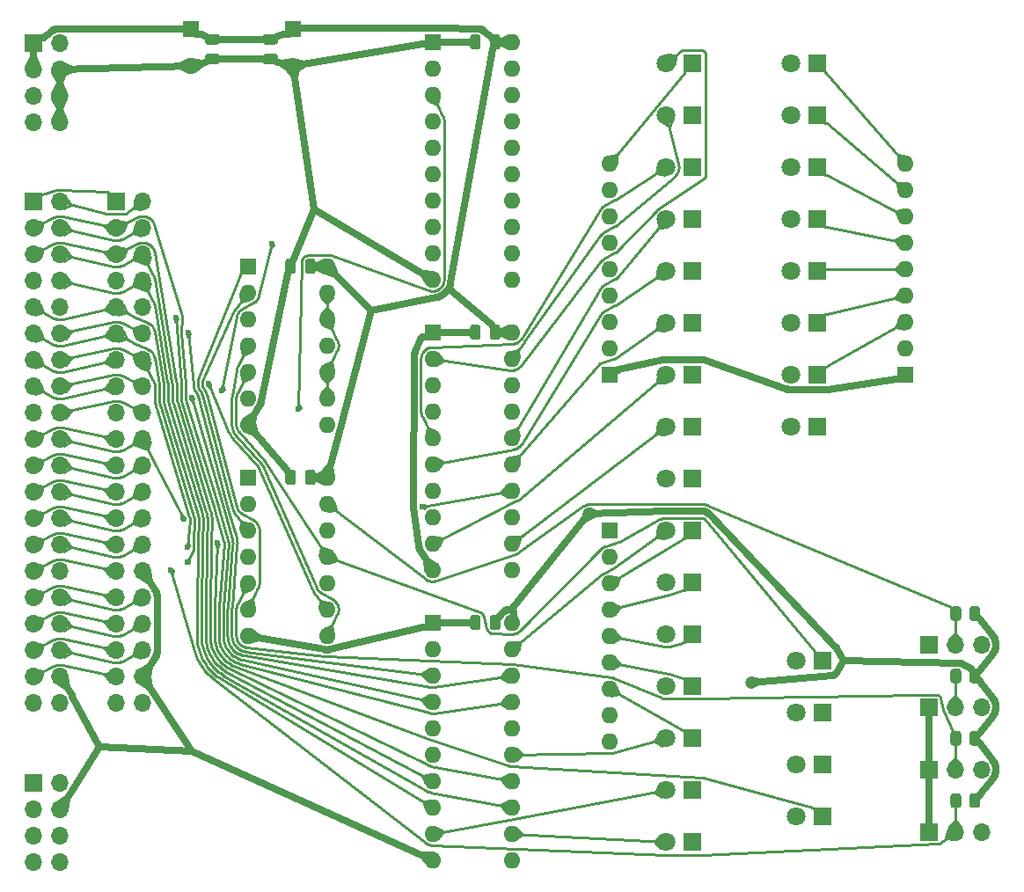
<source format=gbr>
%TF.GenerationSoftware,KiCad,Pcbnew,(5.1.9)-1*%
%TF.CreationDate,2021-06-06T11:32:17-04:00*%
%TF.ProjectId,main,6d61696e-2e6b-4696-9361-645f70636258,rev?*%
%TF.SameCoordinates,Original*%
%TF.FileFunction,Copper,L2,Bot*%
%TF.FilePolarity,Positive*%
%FSLAX46Y46*%
G04 Gerber Fmt 4.6, Leading zero omitted, Abs format (unit mm)*
G04 Created by KiCad (PCBNEW (5.1.9)-1) date 2021-06-06 11:32:17*
%MOMM*%
%LPD*%
G01*
G04 APERTURE LIST*
%TA.AperFunction,ComponentPad*%
%ADD10C,1.800000*%
%TD*%
%TA.AperFunction,ComponentPad*%
%ADD11R,1.800000X1.800000*%
%TD*%
%TA.AperFunction,ComponentPad*%
%ADD12C,1.600000*%
%TD*%
%TA.AperFunction,ComponentPad*%
%ADD13R,1.600000X1.600000*%
%TD*%
%TA.AperFunction,ComponentPad*%
%ADD14O,1.600000X1.600000*%
%TD*%
%TA.AperFunction,ComponentPad*%
%ADD15O,1.700000X1.700000*%
%TD*%
%TA.AperFunction,ComponentPad*%
%ADD16R,1.700000X1.700000*%
%TD*%
%TA.AperFunction,ViaPad*%
%ADD17C,1.200000*%
%TD*%
%TA.AperFunction,ViaPad*%
%ADD18C,0.600000*%
%TD*%
%TA.AperFunction,Conductor*%
%ADD19C,0.700000*%
%TD*%
%TA.AperFunction,Conductor*%
%ADD20C,0.220000*%
%TD*%
G04 APERTURE END LIST*
D10*
%TO.P,D28,2*%
%TO.N,Net-(D28-Pad2)*%
X95960000Y-90000000D03*
D11*
%TO.P,D28,1*%
%TO.N,Net-(D28-Pad1)*%
X98500000Y-90000000D03*
%TD*%
D10*
%TO.P,D27,2*%
%TO.N,Net-(D27-Pad2)*%
X95960000Y-95000000D03*
D11*
%TO.P,D27,1*%
%TO.N,Net-(D27-Pad1)*%
X98500000Y-95000000D03*
%TD*%
D10*
%TO.P,D26,2*%
%TO.N,Net-(D26-Pad2)*%
X95960000Y-100000000D03*
D11*
%TO.P,D26,1*%
%TO.N,Net-(D26-Pad1)*%
X98500000Y-100000000D03*
%TD*%
D10*
%TO.P,D25,2*%
%TO.N,Net-(D25-Pad2)*%
X95960000Y-105000000D03*
D11*
%TO.P,D25,1*%
%TO.N,Net-(D25-Pad1)*%
X98500000Y-105000000D03*
%TD*%
D12*
%TO.P,C9,2*%
%TO.N,GND*%
X37752000Y-32774000D03*
D13*
%TO.P,C9,1*%
%TO.N,+5V*%
X37752000Y-29274000D03*
%TD*%
%TO.P,C8,2*%
%TO.N,GND*%
%TA.AperFunction,SMDPad,CuDef*%
G36*
G01*
X39309000Y-31630000D02*
X40259000Y-31630000D01*
G75*
G02*
X40509000Y-31880000I0J-250000D01*
G01*
X40509000Y-32380000D01*
G75*
G02*
X40259000Y-32630000I-250000J0D01*
G01*
X39309000Y-32630000D01*
G75*
G02*
X39059000Y-32380000I0J250000D01*
G01*
X39059000Y-31880000D01*
G75*
G02*
X39309000Y-31630000I250000J0D01*
G01*
G37*
%TD.AperFunction*%
%TO.P,C8,1*%
%TO.N,+5V*%
%TA.AperFunction,SMDPad,CuDef*%
G36*
G01*
X39309000Y-29730000D02*
X40259000Y-29730000D01*
G75*
G02*
X40509000Y-29980000I0J-250000D01*
G01*
X40509000Y-30480000D01*
G75*
G02*
X40259000Y-30730000I-250000J0D01*
G01*
X39309000Y-30730000D01*
G75*
G02*
X39059000Y-30480000I0J250000D01*
G01*
X39059000Y-29980000D01*
G75*
G02*
X39309000Y-29730000I250000J0D01*
G01*
G37*
%TD.AperFunction*%
%TD*%
%TO.P,C14,2*%
%TO.N,GND*%
%TA.AperFunction,SMDPad,CuDef*%
G36*
G01*
X44897000Y-31630000D02*
X45847000Y-31630000D01*
G75*
G02*
X46097000Y-31880000I0J-250000D01*
G01*
X46097000Y-32380000D01*
G75*
G02*
X45847000Y-32630000I-250000J0D01*
G01*
X44897000Y-32630000D01*
G75*
G02*
X44647000Y-32380000I0J250000D01*
G01*
X44647000Y-31880000D01*
G75*
G02*
X44897000Y-31630000I250000J0D01*
G01*
G37*
%TD.AperFunction*%
%TO.P,C14,1*%
%TO.N,+5V*%
%TA.AperFunction,SMDPad,CuDef*%
G36*
G01*
X44897000Y-29730000D02*
X45847000Y-29730000D01*
G75*
G02*
X46097000Y-29980000I0J-250000D01*
G01*
X46097000Y-30480000D01*
G75*
G02*
X45847000Y-30730000I-250000J0D01*
G01*
X44897000Y-30730000D01*
G75*
G02*
X44647000Y-30480000I0J250000D01*
G01*
X44647000Y-29980000D01*
G75*
G02*
X44897000Y-29730000I250000J0D01*
G01*
G37*
%TD.AperFunction*%
%TD*%
D14*
%TO.P,U2,14*%
%TO.N,+5V*%
X50800000Y-52070000D03*
%TO.P,U2,7*%
%TO.N,GND*%
X43180000Y-67310000D03*
%TO.P,U2,13*%
%TO.N,Net-(U2-Pad10)*%
X50800000Y-54610000D03*
%TO.P,U2,6*%
X43180000Y-64770000D03*
%TO.P,U2,12*%
X50800000Y-57150000D03*
%TO.P,U2,5*%
%TO.N,Net-(D28-Pad1)*%
X43180000Y-62230000D03*
%TO.P,U2,11*%
%TO.N,N/C*%
X50800000Y-59690000D03*
%TO.P,U2,4*%
%TO.N,Net-(D27-Pad1)*%
X43180000Y-59690000D03*
%TO.P,U2,10*%
%TO.N,Net-(U2-Pad10)*%
X50800000Y-62230000D03*
%TO.P,U2,3*%
%TO.N,N/C*%
X43180000Y-57150000D03*
%TO.P,U2,9*%
%TO.N,Net-(U2-Pad10)*%
X50800000Y-64770000D03*
%TO.P,U2,2*%
%TO.N,Net-(D26-Pad1)*%
X43180000Y-54610000D03*
%TO.P,U2,8*%
%TO.N,Net-(U2-Pad8)*%
X50800000Y-67310000D03*
D13*
%TO.P,U2,1*%
%TO.N,Net-(D25-Pad1)*%
X43180000Y-52070000D03*
%TD*%
D14*
%TO.P,U1,14*%
%TO.N,+5V*%
X50800000Y-72390000D03*
%TO.P,U1,7*%
%TO.N,GND*%
X43180000Y-87630000D03*
%TO.P,U1,13*%
%TO.N,Net-(R4-Pad2)*%
X50800000Y-74930000D03*
%TO.P,U1,6*%
%TO.N,Net-(D26-Pad1)*%
X43180000Y-85090000D03*
%TO.P,U1,12*%
%TO.N,~F_WRITE~*%
X50800000Y-77470000D03*
%TO.P,U1,5*%
%TO.N,Net-(R2-Pad2)*%
X43180000Y-82550000D03*
%TO.P,U1,11*%
%TO.N,Net-(D28-Pad1)*%
X50800000Y-80010000D03*
%TO.P,U1,4*%
%TO.N,~F_OUT~*%
X43180000Y-80010000D03*
%TO.P,U1,10*%
%TO.N,Net-(R3-Pad2)*%
X50800000Y-82550000D03*
%TO.P,U1,3*%
%TO.N,Net-(D25-Pad1)*%
X43180000Y-77470000D03*
%TO.P,U1,9*%
%TO.N,~F_READ~*%
X50800000Y-85090000D03*
%TO.P,U1,2*%
%TO.N,Net-(R1-Pad2)*%
X43180000Y-74930000D03*
%TO.P,U1,8*%
%TO.N,Net-(D27-Pad1)*%
X50800000Y-87630000D03*
D13*
%TO.P,U1,1*%
%TO.N,~F_IN~*%
X43180000Y-72390000D03*
%TD*%
D14*
%TO.P,RN3,9*%
%TO.N,Net-(D21-Pad1)*%
X78000000Y-97820000D03*
%TO.P,RN3,8*%
%TO.N,Net-(D20-Pad1)*%
X78000000Y-95280000D03*
%TO.P,RN3,7*%
%TO.N,Net-(D22-Pad1)*%
X78000000Y-92740000D03*
%TO.P,RN3,6*%
%TO.N,Net-(D19-Pad1)*%
X78000000Y-90200000D03*
%TO.P,RN3,5*%
%TO.N,Net-(D23-Pad1)*%
X78000000Y-87660000D03*
%TO.P,RN3,4*%
%TO.N,Net-(D18-Pad1)*%
X78000000Y-85120000D03*
%TO.P,RN3,3*%
%TO.N,Net-(D24-Pad1)*%
X78000000Y-82580000D03*
%TO.P,RN3,2*%
%TO.N,Net-(D17-Pad1)*%
X78000000Y-80040000D03*
D13*
%TO.P,RN3,1*%
%TO.N,GND*%
X78000000Y-77500000D03*
%TD*%
D14*
%TO.P,RN2,9*%
%TO.N,Net-(D9-Pad1)*%
X78000000Y-42180000D03*
%TO.P,RN2,8*%
%TO.N,Net-(D16-Pad1)*%
X78000000Y-44720000D03*
%TO.P,RN2,7*%
%TO.N,Net-(D10-Pad1)*%
X78000000Y-47260000D03*
%TO.P,RN2,6*%
%TO.N,Net-(D15-Pad1)*%
X78000000Y-49800000D03*
%TO.P,RN2,5*%
%TO.N,Net-(D11-Pad1)*%
X78000000Y-52340000D03*
%TO.P,RN2,4*%
%TO.N,Net-(D14-Pad1)*%
X78000000Y-54880000D03*
%TO.P,RN2,3*%
%TO.N,Net-(D12-Pad1)*%
X78000000Y-57420000D03*
%TO.P,RN2,2*%
%TO.N,Net-(D13-Pad1)*%
X78000000Y-59960000D03*
D13*
%TO.P,RN2,1*%
%TO.N,GND*%
X78000000Y-62500000D03*
%TD*%
%TO.P,RN1,1*%
%TO.N,GND*%
X106500000Y-62500000D03*
D14*
%TO.P,RN1,2*%
%TO.N,Net-(D5-Pad1)*%
X106500000Y-59960000D03*
%TO.P,RN1,3*%
%TO.N,Net-(D4-Pad1)*%
X106500000Y-57420000D03*
%TO.P,RN1,4*%
%TO.N,Net-(D6-Pad1)*%
X106500000Y-54880000D03*
%TO.P,RN1,5*%
%TO.N,Net-(D3-Pad1)*%
X106500000Y-52340000D03*
%TO.P,RN1,6*%
%TO.N,Net-(D7-Pad1)*%
X106500000Y-49800000D03*
%TO.P,RN1,7*%
%TO.N,Net-(D2-Pad1)*%
X106500000Y-47260000D03*
%TO.P,RN1,8*%
%TO.N,Net-(D8-Pad1)*%
X106500000Y-44720000D03*
%TO.P,RN1,9*%
%TO.N,Net-(D1-Pad1)*%
X106500000Y-42180000D03*
%TD*%
D10*
%TO.P,D24,2*%
%TO.N,Net-(D24-Pad2)*%
X83460000Y-77500000D03*
D11*
%TO.P,D24,1*%
%TO.N,Net-(D24-Pad1)*%
X86000000Y-77500000D03*
%TD*%
D10*
%TO.P,D23,2*%
%TO.N,Net-(D23-Pad2)*%
X83460000Y-87500000D03*
D11*
%TO.P,D23,1*%
%TO.N,Net-(D23-Pad1)*%
X86000000Y-87500000D03*
%TD*%
D10*
%TO.P,D22,2*%
%TO.N,Net-(D22-Pad2)*%
X83460000Y-97500000D03*
D11*
%TO.P,D22,1*%
%TO.N,Net-(D22-Pad1)*%
X86000000Y-97500000D03*
%TD*%
D10*
%TO.P,D21,2*%
%TO.N,Net-(D21-Pad2)*%
X83460000Y-107500000D03*
D11*
%TO.P,D21,1*%
%TO.N,Net-(D21-Pad1)*%
X86000000Y-107500000D03*
%TD*%
D10*
%TO.P,D20,2*%
%TO.N,Net-(D20-Pad2)*%
X83460000Y-102500000D03*
D11*
%TO.P,D20,1*%
%TO.N,Net-(D20-Pad1)*%
X86000000Y-102500000D03*
%TD*%
D10*
%TO.P,D19,2*%
%TO.N,Net-(D19-Pad2)*%
X83460000Y-92500000D03*
D11*
%TO.P,D19,1*%
%TO.N,Net-(D19-Pad1)*%
X86000000Y-92500000D03*
%TD*%
D10*
%TO.P,D18,2*%
%TO.N,Net-(D18-Pad2)*%
X83460000Y-82500000D03*
D11*
%TO.P,D18,1*%
%TO.N,Net-(D18-Pad1)*%
X86000000Y-82500000D03*
%TD*%
D10*
%TO.P,D17,2*%
%TO.N,Net-(D17-Pad2)*%
X83460000Y-72500000D03*
D11*
%TO.P,D17,1*%
%TO.N,Net-(D17-Pad1)*%
X86000000Y-72500000D03*
%TD*%
D10*
%TO.P,D16,2*%
%TO.N,Net-(D16-Pad2)*%
X83460000Y-37500000D03*
D11*
%TO.P,D16,1*%
%TO.N,Net-(D16-Pad1)*%
X86000000Y-37500000D03*
%TD*%
D10*
%TO.P,D15,2*%
%TO.N,Net-(D15-Pad2)*%
X83460000Y-47500000D03*
D11*
%TO.P,D15,1*%
%TO.N,Net-(D15-Pad1)*%
X86000000Y-47500000D03*
%TD*%
D10*
%TO.P,D14,2*%
%TO.N,Net-(D14-Pad2)*%
X83460000Y-57500000D03*
D11*
%TO.P,D14,1*%
%TO.N,Net-(D14-Pad1)*%
X86000000Y-57500000D03*
%TD*%
D10*
%TO.P,D13,2*%
%TO.N,Net-(D13-Pad2)*%
X83460000Y-67500000D03*
D11*
%TO.P,D13,1*%
%TO.N,Net-(D13-Pad1)*%
X86000000Y-67500000D03*
%TD*%
D10*
%TO.P,D12,2*%
%TO.N,Net-(D12-Pad2)*%
X83460000Y-62500000D03*
D11*
%TO.P,D12,1*%
%TO.N,Net-(D12-Pad1)*%
X86000000Y-62500000D03*
%TD*%
D10*
%TO.P,D11,2*%
%TO.N,Net-(D11-Pad2)*%
X83460000Y-52500000D03*
D11*
%TO.P,D11,1*%
%TO.N,Net-(D11-Pad1)*%
X86000000Y-52500000D03*
%TD*%
D10*
%TO.P,D10,2*%
%TO.N,Net-(D10-Pad2)*%
X83460000Y-42500000D03*
D11*
%TO.P,D10,1*%
%TO.N,Net-(D10-Pad1)*%
X86000000Y-42500000D03*
%TD*%
D10*
%TO.P,D9,2*%
%TO.N,Net-(D9-Pad2)*%
X83460000Y-32500000D03*
D11*
%TO.P,D9,1*%
%TO.N,Net-(D9-Pad1)*%
X86000000Y-32500000D03*
%TD*%
D10*
%TO.P,D8,2*%
%TO.N,Net-(D8-Pad2)*%
X95460000Y-37500000D03*
D11*
%TO.P,D8,1*%
%TO.N,Net-(D8-Pad1)*%
X98000000Y-37500000D03*
%TD*%
D10*
%TO.P,D7,2*%
%TO.N,Net-(D7-Pad2)*%
X95460000Y-47500000D03*
D11*
%TO.P,D7,1*%
%TO.N,Net-(D7-Pad1)*%
X98000000Y-47500000D03*
%TD*%
D10*
%TO.P,D6,2*%
%TO.N,Net-(D6-Pad2)*%
X95460000Y-57500000D03*
D11*
%TO.P,D6,1*%
%TO.N,Net-(D6-Pad1)*%
X98000000Y-57500000D03*
%TD*%
D10*
%TO.P,D5,2*%
%TO.N,Net-(D5-Pad2)*%
X95460000Y-67500000D03*
D11*
%TO.P,D5,1*%
%TO.N,Net-(D5-Pad1)*%
X98000000Y-67500000D03*
%TD*%
D10*
%TO.P,D4,2*%
%TO.N,Net-(D4-Pad2)*%
X95460000Y-62500000D03*
D11*
%TO.P,D4,1*%
%TO.N,Net-(D4-Pad1)*%
X98000000Y-62500000D03*
%TD*%
D10*
%TO.P,D3,2*%
%TO.N,Net-(D3-Pad2)*%
X95460000Y-52500000D03*
D11*
%TO.P,D3,1*%
%TO.N,Net-(D3-Pad1)*%
X98000000Y-52500000D03*
%TD*%
D10*
%TO.P,D2,2*%
%TO.N,Net-(D2-Pad2)*%
X95460000Y-42500000D03*
D11*
%TO.P,D2,1*%
%TO.N,Net-(D2-Pad1)*%
X98000000Y-42500000D03*
%TD*%
D15*
%TO.P,SW4,3*%
%TO.N,N/C*%
X113790000Y-88500000D03*
%TO.P,SW4,2*%
%TO.N,Net-(R4-Pad2)*%
X111250000Y-88500000D03*
D16*
%TO.P,SW4,1*%
%TO.N,GND*%
X108710000Y-88500000D03*
%TD*%
D15*
%TO.P,SW3,3*%
%TO.N,N/C*%
X113790000Y-94500000D03*
%TO.P,SW3,2*%
%TO.N,Net-(R3-Pad2)*%
X111250000Y-94500000D03*
D16*
%TO.P,SW3,1*%
%TO.N,GND*%
X108710000Y-94500000D03*
%TD*%
D15*
%TO.P,SW2,3*%
%TO.N,N/C*%
X113790000Y-100500000D03*
%TO.P,SW2,2*%
%TO.N,Net-(R2-Pad2)*%
X111250000Y-100500000D03*
D16*
%TO.P,SW2,1*%
%TO.N,GND*%
X108710000Y-100500000D03*
%TD*%
D15*
%TO.P,SW1,3*%
%TO.N,N/C*%
X113790000Y-106500000D03*
%TO.P,SW1,2*%
%TO.N,Net-(R1-Pad2)*%
X111250000Y-106500000D03*
D16*
%TO.P,SW1,1*%
%TO.N,GND*%
X108710000Y-106500000D03*
%TD*%
%TO.P,R4,2*%
%TO.N,Net-(R4-Pad2)*%
%TA.AperFunction,SMDPad,CuDef*%
G36*
G01*
X111850000Y-85049999D02*
X111850000Y-85950001D01*
G75*
G02*
X111600001Y-86200000I-249999J0D01*
G01*
X111074999Y-86200000D01*
G75*
G02*
X110825000Y-85950001I0J249999D01*
G01*
X110825000Y-85049999D01*
G75*
G02*
X111074999Y-84800000I249999J0D01*
G01*
X111600001Y-84800000D01*
G75*
G02*
X111850000Y-85049999I0J-249999D01*
G01*
G37*
%TD.AperFunction*%
%TO.P,R4,1*%
%TO.N,+5V*%
%TA.AperFunction,SMDPad,CuDef*%
G36*
G01*
X113675000Y-85049999D02*
X113675000Y-85950001D01*
G75*
G02*
X113425001Y-86200000I-249999J0D01*
G01*
X112899999Y-86200000D01*
G75*
G02*
X112650000Y-85950001I0J249999D01*
G01*
X112650000Y-85049999D01*
G75*
G02*
X112899999Y-84800000I249999J0D01*
G01*
X113425001Y-84800000D01*
G75*
G02*
X113675000Y-85049999I0J-249999D01*
G01*
G37*
%TD.AperFunction*%
%TD*%
%TO.P,R3,2*%
%TO.N,Net-(R3-Pad2)*%
%TA.AperFunction,SMDPad,CuDef*%
G36*
G01*
X111850000Y-91049999D02*
X111850000Y-91950001D01*
G75*
G02*
X111600001Y-92200000I-249999J0D01*
G01*
X111074999Y-92200000D01*
G75*
G02*
X110825000Y-91950001I0J249999D01*
G01*
X110825000Y-91049999D01*
G75*
G02*
X111074999Y-90800000I249999J0D01*
G01*
X111600001Y-90800000D01*
G75*
G02*
X111850000Y-91049999I0J-249999D01*
G01*
G37*
%TD.AperFunction*%
%TO.P,R3,1*%
%TO.N,+5V*%
%TA.AperFunction,SMDPad,CuDef*%
G36*
G01*
X113675000Y-91049999D02*
X113675000Y-91950001D01*
G75*
G02*
X113425001Y-92200000I-249999J0D01*
G01*
X112899999Y-92200000D01*
G75*
G02*
X112650000Y-91950001I0J249999D01*
G01*
X112650000Y-91049999D01*
G75*
G02*
X112899999Y-90800000I249999J0D01*
G01*
X113425001Y-90800000D01*
G75*
G02*
X113675000Y-91049999I0J-249999D01*
G01*
G37*
%TD.AperFunction*%
%TD*%
%TO.P,R2,2*%
%TO.N,Net-(R2-Pad2)*%
%TA.AperFunction,SMDPad,CuDef*%
G36*
G01*
X111850000Y-97049999D02*
X111850000Y-97950001D01*
G75*
G02*
X111600001Y-98200000I-249999J0D01*
G01*
X111074999Y-98200000D01*
G75*
G02*
X110825000Y-97950001I0J249999D01*
G01*
X110825000Y-97049999D01*
G75*
G02*
X111074999Y-96800000I249999J0D01*
G01*
X111600001Y-96800000D01*
G75*
G02*
X111850000Y-97049999I0J-249999D01*
G01*
G37*
%TD.AperFunction*%
%TO.P,R2,1*%
%TO.N,+5V*%
%TA.AperFunction,SMDPad,CuDef*%
G36*
G01*
X113675000Y-97049999D02*
X113675000Y-97950001D01*
G75*
G02*
X113425001Y-98200000I-249999J0D01*
G01*
X112899999Y-98200000D01*
G75*
G02*
X112650000Y-97950001I0J249999D01*
G01*
X112650000Y-97049999D01*
G75*
G02*
X112899999Y-96800000I249999J0D01*
G01*
X113425001Y-96800000D01*
G75*
G02*
X113675000Y-97049999I0J-249999D01*
G01*
G37*
%TD.AperFunction*%
%TD*%
%TO.P,R1,2*%
%TO.N,Net-(R1-Pad2)*%
%TA.AperFunction,SMDPad,CuDef*%
G36*
G01*
X111850000Y-103049999D02*
X111850000Y-103950001D01*
G75*
G02*
X111600001Y-104200000I-249999J0D01*
G01*
X111074999Y-104200000D01*
G75*
G02*
X110825000Y-103950001I0J249999D01*
G01*
X110825000Y-103049999D01*
G75*
G02*
X111074999Y-102800000I249999J0D01*
G01*
X111600001Y-102800000D01*
G75*
G02*
X111850000Y-103049999I0J-249999D01*
G01*
G37*
%TD.AperFunction*%
%TO.P,R1,1*%
%TO.N,+5V*%
%TA.AperFunction,SMDPad,CuDef*%
G36*
G01*
X113675000Y-103049999D02*
X113675000Y-103950001D01*
G75*
G02*
X113425001Y-104200000I-249999J0D01*
G01*
X112899999Y-104200000D01*
G75*
G02*
X112650000Y-103950001I0J249999D01*
G01*
X112650000Y-103049999D01*
G75*
G02*
X112899999Y-102800000I249999J0D01*
G01*
X113425001Y-102800000D01*
G75*
G02*
X113675000Y-103049999I0J-249999D01*
G01*
G37*
%TD.AperFunction*%
%TD*%
D14*
%TO.P,U5,20*%
%TO.N,+5V*%
X68580000Y-86360000D03*
%TO.P,U5,10*%
%TO.N,GND*%
X60960000Y-109220000D03*
%TO.P,U5,19*%
%TO.N,Net-(D24-Pad2)*%
X68580000Y-88900000D03*
%TO.P,U5,9*%
%TO.N,Net-(D20-Pad2)*%
X60960000Y-106680000D03*
%TO.P,U5,18*%
%TO.N,F_A9*%
X68580000Y-91440000D03*
%TO.P,U5,8*%
%TO.N,F_A14*%
X60960000Y-104140000D03*
%TO.P,U5,17*%
%TO.N,F_A11*%
X68580000Y-93980000D03*
%TO.P,U5,7*%
%TO.N,F_A12*%
X60960000Y-101600000D03*
%TO.P,U5,16*%
%TO.N,Net-(D23-Pad2)*%
X68580000Y-96520000D03*
%TO.P,U5,6*%
%TO.N,Net-(D19-Pad2)*%
X60960000Y-99060000D03*
%TO.P,U5,15*%
%TO.N,Net-(D22-Pad2)*%
X68580000Y-99060000D03*
%TO.P,U5,5*%
%TO.N,Net-(D18-Pad2)*%
X60960000Y-96520000D03*
%TO.P,U5,14*%
%TO.N,F_A13*%
X68580000Y-101600000D03*
%TO.P,U5,4*%
%TO.N,F_A10*%
X60960000Y-93980000D03*
%TO.P,U5,13*%
%TO.N,F_A15*%
X68580000Y-104140000D03*
%TO.P,U5,3*%
%TO.N,F_A8*%
X60960000Y-91440000D03*
%TO.P,U5,12*%
%TO.N,Net-(D21-Pad2)*%
X68580000Y-106680000D03*
%TO.P,U5,2*%
%TO.N,Net-(D17-Pad2)*%
X60960000Y-88900000D03*
%TO.P,U5,11*%
%TO.N,Net-(U2-Pad8)*%
X68580000Y-109220000D03*
D13*
%TO.P,U5,1*%
%TO.N,GND*%
X60960000Y-86360000D03*
%TD*%
D14*
%TO.P,U4,20*%
%TO.N,+5V*%
X68580000Y-58420000D03*
%TO.P,U4,10*%
%TO.N,GND*%
X60960000Y-81280000D03*
%TO.P,U4,19*%
%TO.N,Net-(D16-Pad2)*%
X68580000Y-60960000D03*
%TO.P,U4,9*%
%TO.N,Net-(D12-Pad2)*%
X60960000Y-78740000D03*
%TO.P,U4,18*%
%TO.N,F_A1*%
X68580000Y-63500000D03*
%TO.P,U4,8*%
%TO.N,F_A6*%
X60960000Y-76200000D03*
%TO.P,U4,17*%
%TO.N,F_A3*%
X68580000Y-66040000D03*
%TO.P,U4,7*%
%TO.N,F_A4*%
X60960000Y-73660000D03*
%TO.P,U4,16*%
%TO.N,Net-(D15-Pad2)*%
X68580000Y-68580000D03*
%TO.P,U4,6*%
%TO.N,Net-(D11-Pad2)*%
X60960000Y-71120000D03*
%TO.P,U4,15*%
%TO.N,Net-(D14-Pad2)*%
X68580000Y-71120000D03*
%TO.P,U4,5*%
%TO.N,Net-(D10-Pad2)*%
X60960000Y-68580000D03*
%TO.P,U4,14*%
%TO.N,F_A5*%
X68580000Y-73660000D03*
%TO.P,U4,4*%
%TO.N,F_A2*%
X60960000Y-66040000D03*
%TO.P,U4,13*%
%TO.N,F_A7*%
X68580000Y-76200000D03*
%TO.P,U4,3*%
%TO.N,F_A0*%
X60960000Y-63500000D03*
%TO.P,U4,12*%
%TO.N,Net-(D13-Pad2)*%
X68580000Y-78740000D03*
%TO.P,U4,2*%
%TO.N,Net-(D9-Pad2)*%
X60960000Y-60960000D03*
%TO.P,U4,11*%
%TO.N,Net-(U2-Pad8)*%
X68580000Y-81280000D03*
D13*
%TO.P,U4,1*%
%TO.N,GND*%
X60960000Y-58420000D03*
%TD*%
D14*
%TO.P,U3,20*%
%TO.N,+5V*%
X68580000Y-30480000D03*
%TO.P,U3,10*%
%TO.N,GND*%
X60960000Y-53340000D03*
%TO.P,U3,19*%
%TO.N,Net-(D8-Pad2)*%
X68580000Y-33020000D03*
%TO.P,U3,9*%
%TO.N,Net-(D4-Pad2)*%
X60960000Y-50800000D03*
%TO.P,U3,18*%
%TO.N,F_D1*%
X68580000Y-35560000D03*
%TO.P,U3,8*%
%TO.N,F_D6*%
X60960000Y-48260000D03*
%TO.P,U3,17*%
%TO.N,F_D3*%
X68580000Y-38100000D03*
%TO.P,U3,7*%
%TO.N,F_D4*%
X60960000Y-45720000D03*
%TO.P,U3,16*%
%TO.N,Net-(D7-Pad2)*%
X68580000Y-40640000D03*
%TO.P,U3,6*%
%TO.N,Net-(D3-Pad2)*%
X60960000Y-43180000D03*
%TO.P,U3,15*%
%TO.N,Net-(D6-Pad2)*%
X68580000Y-43180000D03*
%TO.P,U3,5*%
%TO.N,Net-(D2-Pad2)*%
X60960000Y-40640000D03*
%TO.P,U3,14*%
%TO.N,F_D5*%
X68580000Y-45720000D03*
%TO.P,U3,4*%
%TO.N,F_D2*%
X60960000Y-38100000D03*
%TO.P,U3,13*%
%TO.N,F_D7*%
X68580000Y-48260000D03*
%TO.P,U3,3*%
%TO.N,F_D0*%
X60960000Y-35560000D03*
%TO.P,U3,12*%
%TO.N,Net-(D5-Pad2)*%
X68580000Y-50800000D03*
%TO.P,U3,2*%
%TO.N,Net-(D1-Pad2)*%
X60960000Y-33020000D03*
%TO.P,U3,11*%
%TO.N,Net-(U2-Pad8)*%
X68580000Y-53340000D03*
D13*
%TO.P,U3,1*%
%TO.N,GND*%
X60960000Y-30480000D03*
%TD*%
D10*
%TO.P,D1,2*%
%TO.N,Net-(D1-Pad2)*%
X95460000Y-32500000D03*
D11*
%TO.P,D1,1*%
%TO.N,Net-(D1-Pad1)*%
X98000000Y-32500000D03*
%TD*%
%TO.P,C6,2*%
%TO.N,GND*%
%TA.AperFunction,SMDPad,CuDef*%
G36*
G01*
X47810000Y-71915000D02*
X47810000Y-72865000D01*
G75*
G02*
X47560000Y-73115000I-250000J0D01*
G01*
X47060000Y-73115000D01*
G75*
G02*
X46810000Y-72865000I0J250000D01*
G01*
X46810000Y-71915000D01*
G75*
G02*
X47060000Y-71665000I250000J0D01*
G01*
X47560000Y-71665000D01*
G75*
G02*
X47810000Y-71915000I0J-250000D01*
G01*
G37*
%TD.AperFunction*%
%TO.P,C6,1*%
%TO.N,+5V*%
%TA.AperFunction,SMDPad,CuDef*%
G36*
G01*
X49710000Y-71915000D02*
X49710000Y-72865000D01*
G75*
G02*
X49460000Y-73115000I-250000J0D01*
G01*
X48960000Y-73115000D01*
G75*
G02*
X48710000Y-72865000I0J250000D01*
G01*
X48710000Y-71915000D01*
G75*
G02*
X48960000Y-71665000I250000J0D01*
G01*
X49460000Y-71665000D01*
G75*
G02*
X49710000Y-71915000I0J-250000D01*
G01*
G37*
%TD.AperFunction*%
%TD*%
D12*
%TO.P,C5,2*%
%TO.N,GND*%
X47531000Y-32774000D03*
D13*
%TO.P,C5,1*%
%TO.N,+5V*%
X47531000Y-29274000D03*
%TD*%
D16*
%TO.P,J3,1*%
%TO.N,+5V*%
X22540000Y-30600000D03*
D15*
%TO.P,J3,2*%
%TO.N,GND*%
X25080000Y-30600000D03*
%TO.P,J3,3*%
%TO.N,+5V*%
X22540000Y-33140000D03*
%TO.P,J3,4*%
%TO.N,GND*%
X25080000Y-33140000D03*
%TO.P,J3,5*%
%TO.N,N/C*%
X22540000Y-35680000D03*
%TO.P,J3,6*%
%TO.N,GND*%
X25080000Y-35680000D03*
%TO.P,J3,7*%
%TO.N,N/C*%
X22540000Y-38220000D03*
%TO.P,J3,8*%
%TO.N,GND*%
X25080000Y-38220000D03*
%TD*%
%TO.P,J4,8*%
%TO.N,N/C*%
X25080000Y-109400000D03*
%TO.P,J4,7*%
X22540000Y-109400000D03*
%TO.P,J4,6*%
X25080000Y-106860000D03*
%TO.P,J4,5*%
X22540000Y-106860000D03*
%TO.P,J4,4*%
%TO.N,GND*%
X25080000Y-104320000D03*
%TO.P,J4,3*%
%TO.N,N/C*%
X22540000Y-104320000D03*
%TO.P,J4,2*%
%TO.N,+5V*%
X25080000Y-101780000D03*
D16*
%TO.P,J4,1*%
%TO.N,N/C*%
X22540000Y-101780000D03*
%TD*%
D15*
%TO.P,J2,40*%
%TO.N,+5V*%
X33080000Y-94130000D03*
%TO.P,J2,39*%
%TO.N,F_A2*%
X30540000Y-94130000D03*
%TO.P,J2,38*%
%TO.N,GND*%
X33080000Y-91590000D03*
%TO.P,J2,37*%
%TO.N,F_A6*%
X30540000Y-91590000D03*
%TO.P,J2,36*%
%TO.N,F_A5*%
X33080000Y-89050000D03*
%TO.P,J2,35*%
%TO.N,F_A7*%
X30540000Y-89050000D03*
%TO.P,J2,34*%
%TO.N,~F_WAIT~*%
X33080000Y-86510000D03*
%TO.P,J2,33*%
%TO.N,F_A3*%
X30540000Y-86510000D03*
%TO.P,J2,32*%
%TO.N,F_A4*%
X33080000Y-83970000D03*
%TO.P,J2,31*%
%TO.N,F_D2*%
X30540000Y-83970000D03*
%TO.P,J2,30*%
%TO.N,GND*%
X33080000Y-81430000D03*
%TO.P,J2,29*%
%TO.N,F_D0*%
X30540000Y-81430000D03*
%TO.P,J2,28*%
%TO.N,F_A1*%
X33080000Y-78890000D03*
%TO.P,J2,27*%
%TO.N,F_D5*%
X30540000Y-78890000D03*
%TO.P,J2,26*%
%TO.N,F_A0*%
X33080000Y-76350000D03*
%TO.P,J2,25*%
%TO.N,F_D3*%
X30540000Y-76350000D03*
%TO.P,J2,24*%
%TO.N,CLK*%
X33080000Y-73810000D03*
%TO.P,J2,23*%
%TO.N,F_D6*%
X30540000Y-73810000D03*
%TO.P,J2,22*%
%TO.N,~F_INT~*%
X33080000Y-71270000D03*
%TO.P,J2,21*%
%TO.N,F_D1*%
X30540000Y-71270000D03*
%TO.P,J2,20*%
%TO.N,~F_IN~*%
X33080000Y-68730000D03*
%TO.P,J2,19*%
%TO.N,F_D7*%
X30540000Y-68730000D03*
%TO.P,J2,18*%
%TO.N,F_A9*%
X33080000Y-66190000D03*
%TO.P,J2,17*%
%TO.N,F_D4*%
X30540000Y-66190000D03*
%TO.P,J2,16*%
%TO.N,~F_READ~*%
X33080000Y-63650000D03*
%TO.P,J2,15*%
%TO.N,~F_INUSE~*%
X30540000Y-63650000D03*
%TO.P,J2,14*%
%TO.N,~F_WRITE~*%
X33080000Y-61110000D03*
%TO.P,J2,13*%
%TO.N,~F_INTAK~*%
X30540000Y-61110000D03*
%TO.P,J2,12*%
%TO.N,F_A8*%
X33080000Y-58570000D03*
%TO.P,J2,11*%
%TO.N,~F_OUT~*%
X30540000Y-58570000D03*
%TO.P,J2,10*%
%TO.N,F_A11*%
X33080000Y-56030000D03*
%TO.P,J2,9*%
%TO.N,F_A14*%
X30540000Y-56030000D03*
%TO.P,J2,8*%
%TO.N,F_A15*%
X33080000Y-53490000D03*
%TO.P,J2,7*%
%TO.N,GND*%
X30540000Y-53490000D03*
%TO.P,J2,6*%
%TO.N,F_A12*%
X33080000Y-50950000D03*
%TO.P,J2,5*%
%TO.N,F_A13*%
X30540000Y-50950000D03*
%TO.P,J2,4*%
%TO.N,~F_EXMEM~*%
X33080000Y-48410000D03*
%TO.P,J2,3*%
%TO.N,F_A10*%
X30540000Y-48410000D03*
%TO.P,J2,2*%
%TO.N,~F_MREQ~*%
X33080000Y-45870000D03*
D16*
%TO.P,J2,1*%
%TO.N,~F_SYSRES~*%
X30540000Y-45870000D03*
%TD*%
%TO.P,C4,2*%
%TO.N,GND*%
%TA.AperFunction,SMDPad,CuDef*%
G36*
G01*
X65590000Y-57945000D02*
X65590000Y-58895000D01*
G75*
G02*
X65340000Y-59145000I-250000J0D01*
G01*
X64840000Y-59145000D01*
G75*
G02*
X64590000Y-58895000I0J250000D01*
G01*
X64590000Y-57945000D01*
G75*
G02*
X64840000Y-57695000I250000J0D01*
G01*
X65340000Y-57695000D01*
G75*
G02*
X65590000Y-57945000I0J-250000D01*
G01*
G37*
%TD.AperFunction*%
%TO.P,C4,1*%
%TO.N,+5V*%
%TA.AperFunction,SMDPad,CuDef*%
G36*
G01*
X67490000Y-57945000D02*
X67490000Y-58895000D01*
G75*
G02*
X67240000Y-59145000I-250000J0D01*
G01*
X66740000Y-59145000D01*
G75*
G02*
X66490000Y-58895000I0J250000D01*
G01*
X66490000Y-57945000D01*
G75*
G02*
X66740000Y-57695000I250000J0D01*
G01*
X67240000Y-57695000D01*
G75*
G02*
X67490000Y-57945000I0J-250000D01*
G01*
G37*
%TD.AperFunction*%
%TD*%
%TO.P,C3,2*%
%TO.N,GND*%
%TA.AperFunction,SMDPad,CuDef*%
G36*
G01*
X65590000Y-30005000D02*
X65590000Y-30955000D01*
G75*
G02*
X65340000Y-31205000I-250000J0D01*
G01*
X64840000Y-31205000D01*
G75*
G02*
X64590000Y-30955000I0J250000D01*
G01*
X64590000Y-30005000D01*
G75*
G02*
X64840000Y-29755000I250000J0D01*
G01*
X65340000Y-29755000D01*
G75*
G02*
X65590000Y-30005000I0J-250000D01*
G01*
G37*
%TD.AperFunction*%
%TO.P,C3,1*%
%TO.N,+5V*%
%TA.AperFunction,SMDPad,CuDef*%
G36*
G01*
X67490000Y-30005000D02*
X67490000Y-30955000D01*
G75*
G02*
X67240000Y-31205000I-250000J0D01*
G01*
X66740000Y-31205000D01*
G75*
G02*
X66490000Y-30955000I0J250000D01*
G01*
X66490000Y-30005000D01*
G75*
G02*
X66740000Y-29755000I250000J0D01*
G01*
X67240000Y-29755000D01*
G75*
G02*
X67490000Y-30005000I0J-250000D01*
G01*
G37*
%TD.AperFunction*%
%TD*%
%TO.P,C2,2*%
%TO.N,GND*%
%TA.AperFunction,SMDPad,CuDef*%
G36*
G01*
X47810000Y-51595000D02*
X47810000Y-52545000D01*
G75*
G02*
X47560000Y-52795000I-250000J0D01*
G01*
X47060000Y-52795000D01*
G75*
G02*
X46810000Y-52545000I0J250000D01*
G01*
X46810000Y-51595000D01*
G75*
G02*
X47060000Y-51345000I250000J0D01*
G01*
X47560000Y-51345000D01*
G75*
G02*
X47810000Y-51595000I0J-250000D01*
G01*
G37*
%TD.AperFunction*%
%TO.P,C2,1*%
%TO.N,+5V*%
%TA.AperFunction,SMDPad,CuDef*%
G36*
G01*
X49710000Y-51595000D02*
X49710000Y-52545000D01*
G75*
G02*
X49460000Y-52795000I-250000J0D01*
G01*
X48960000Y-52795000D01*
G75*
G02*
X48710000Y-52545000I0J250000D01*
G01*
X48710000Y-51595000D01*
G75*
G02*
X48960000Y-51345000I250000J0D01*
G01*
X49460000Y-51345000D01*
G75*
G02*
X49710000Y-51595000I0J-250000D01*
G01*
G37*
%TD.AperFunction*%
%TD*%
%TO.P,C1,2*%
%TO.N,GND*%
%TA.AperFunction,SMDPad,CuDef*%
G36*
G01*
X65590000Y-85885000D02*
X65590000Y-86835000D01*
G75*
G02*
X65340000Y-87085000I-250000J0D01*
G01*
X64840000Y-87085000D01*
G75*
G02*
X64590000Y-86835000I0J250000D01*
G01*
X64590000Y-85885000D01*
G75*
G02*
X64840000Y-85635000I250000J0D01*
G01*
X65340000Y-85635000D01*
G75*
G02*
X65590000Y-85885000I0J-250000D01*
G01*
G37*
%TD.AperFunction*%
%TO.P,C1,1*%
%TO.N,+5V*%
%TA.AperFunction,SMDPad,CuDef*%
G36*
G01*
X67490000Y-85885000D02*
X67490000Y-86835000D01*
G75*
G02*
X67240000Y-87085000I-250000J0D01*
G01*
X66740000Y-87085000D01*
G75*
G02*
X66490000Y-86835000I0J250000D01*
G01*
X66490000Y-85885000D01*
G75*
G02*
X66740000Y-85635000I250000J0D01*
G01*
X67240000Y-85635000D01*
G75*
G02*
X67490000Y-85885000I0J-250000D01*
G01*
G37*
%TD.AperFunction*%
%TD*%
D15*
%TO.P,J1,40*%
%TO.N,+5V*%
X25080000Y-94130000D03*
%TO.P,J1,39*%
%TO.N,F_A2*%
X22540000Y-94130000D03*
%TO.P,J1,38*%
%TO.N,GND*%
X25080000Y-91590000D03*
%TO.P,J1,37*%
%TO.N,F_A6*%
X22540000Y-91590000D03*
%TO.P,J1,36*%
%TO.N,F_A5*%
X25080000Y-89050000D03*
%TO.P,J1,35*%
%TO.N,F_A7*%
X22540000Y-89050000D03*
%TO.P,J1,34*%
%TO.N,~F_WAIT~*%
X25080000Y-86510000D03*
%TO.P,J1,33*%
%TO.N,F_A3*%
X22540000Y-86510000D03*
%TO.P,J1,32*%
%TO.N,F_A4*%
X25080000Y-83970000D03*
%TO.P,J1,31*%
%TO.N,F_D2*%
X22540000Y-83970000D03*
%TO.P,J1,30*%
%TO.N,GND*%
X25080000Y-81430000D03*
%TO.P,J1,29*%
%TO.N,F_D0*%
X22540000Y-81430000D03*
%TO.P,J1,28*%
%TO.N,F_A1*%
X25080000Y-78890000D03*
%TO.P,J1,27*%
%TO.N,F_D5*%
X22540000Y-78890000D03*
%TO.P,J1,26*%
%TO.N,F_A0*%
X25080000Y-76350000D03*
%TO.P,J1,25*%
%TO.N,F_D3*%
X22540000Y-76350000D03*
%TO.P,J1,24*%
%TO.N,CLK*%
X25080000Y-73810000D03*
%TO.P,J1,23*%
%TO.N,F_D6*%
X22540000Y-73810000D03*
%TO.P,J1,22*%
%TO.N,~F_INT~*%
X25080000Y-71270000D03*
%TO.P,J1,21*%
%TO.N,F_D1*%
X22540000Y-71270000D03*
%TO.P,J1,20*%
%TO.N,~F_IN~*%
X25080000Y-68730000D03*
%TO.P,J1,19*%
%TO.N,F_D7*%
X22540000Y-68730000D03*
%TO.P,J1,18*%
%TO.N,F_A9*%
X25080000Y-66190000D03*
%TO.P,J1,17*%
%TO.N,F_D4*%
X22540000Y-66190000D03*
%TO.P,J1,16*%
%TO.N,~F_READ~*%
X25080000Y-63650000D03*
%TO.P,J1,15*%
%TO.N,~F_INUSE~*%
X22540000Y-63650000D03*
%TO.P,J1,14*%
%TO.N,~F_WRITE~*%
X25080000Y-61110000D03*
%TO.P,J1,13*%
%TO.N,~F_INTAK~*%
X22540000Y-61110000D03*
%TO.P,J1,12*%
%TO.N,F_A8*%
X25080000Y-58570000D03*
%TO.P,J1,11*%
%TO.N,~F_OUT~*%
X22540000Y-58570000D03*
%TO.P,J1,10*%
%TO.N,F_A11*%
X25080000Y-56030000D03*
%TO.P,J1,9*%
%TO.N,F_A14*%
X22540000Y-56030000D03*
%TO.P,J1,8*%
%TO.N,F_A15*%
X25080000Y-53490000D03*
%TO.P,J1,7*%
%TO.N,GND*%
X22540000Y-53490000D03*
%TO.P,J1,6*%
%TO.N,F_A12*%
X25080000Y-50950000D03*
%TO.P,J1,5*%
%TO.N,F_A13*%
X22540000Y-50950000D03*
%TO.P,J1,4*%
%TO.N,~F_EXMEM~*%
X25080000Y-48410000D03*
%TO.P,J1,3*%
%TO.N,F_A10*%
X22540000Y-48410000D03*
%TO.P,J1,2*%
%TO.N,~F_MREQ~*%
X25080000Y-45870000D03*
D16*
%TO.P,J1,1*%
%TO.N,~F_SYSRES~*%
X22540000Y-45870000D03*
%TD*%
D17*
%TO.N,+5V*%
X76025100Y-75900000D03*
X91690000Y-92130200D03*
D18*
%TO.N,F_A5*%
X60018200Y-75220300D03*
%TO.N,F_D0*%
X48082500Y-65816300D03*
%TO.N,F_D1*%
X45519400Y-49877000D03*
X40715400Y-64000100D03*
%TO.N,F_A9*%
X37799700Y-64711400D03*
%TO.N,F_A8*%
X37431100Y-58466800D03*
%TO.N,F_A11*%
X36260200Y-57032700D03*
%TO.N,~F_IN~*%
X36998700Y-76414400D03*
%TO.N,~F_READ~*%
X39387300Y-63330900D03*
%TO.N,~F_WRITE~*%
X37396400Y-79095900D03*
%TO.N,~F_OUT~*%
X37373900Y-80586800D03*
%TO.N,Net-(R1-Pad2)*%
X35798500Y-81285900D03*
%TO.N,Net-(D25-Pad1)*%
X40289500Y-78705800D03*
%TD*%
D19*
%TO.N,+5V*%
X67500000Y-58420000D02*
X68392500Y-58829100D01*
X67500000Y-58420000D02*
X68392500Y-58010900D01*
X49720000Y-72390000D02*
X50612500Y-72799100D01*
X49720000Y-72390000D02*
X50612500Y-71980900D01*
X22540000Y-31940000D02*
X22085500Y-32931700D01*
X22540000Y-31940000D02*
X22994500Y-32931700D01*
X67500000Y-30480000D02*
X68392500Y-30889100D01*
X67500000Y-30480000D02*
X68392500Y-30070900D01*
X51087100Y-71348900D02*
X50455500Y-72100600D01*
X51087100Y-71348900D02*
X51244100Y-72318000D01*
X75647500Y-76366300D02*
X76136100Y-76124000D01*
X75647500Y-76366300D02*
X75782900Y-75838000D01*
X49720000Y-52070000D02*
X50612500Y-52479100D01*
X49720000Y-52070000D02*
X50612500Y-51660900D01*
X92287700Y-92077700D02*
X91773900Y-91894700D01*
X92287700Y-92077700D02*
X91813700Y-92347500D01*
X51566400Y-52830900D02*
X51221300Y-51911800D01*
X51566400Y-52830900D02*
X50644900Y-52492400D01*
X76624700Y-75878000D02*
X76120900Y-75669100D01*
X76624700Y-75878000D02*
X76137500Y-76123300D01*
X68580000Y-58420000D02*
X67491000Y-58420000D01*
X67491000Y-58420000D02*
X67141000Y-58420000D01*
X67141000Y-58420000D02*
X66990000Y-58420000D01*
X22540000Y-30600000D02*
X23040000Y-30100000D01*
X23040000Y-30100000D02*
X23390000Y-30100000D01*
X23390000Y-30100000D02*
X23407890Y-30099540D01*
X23407890Y-30099540D02*
X23425730Y-30098170D01*
X23425730Y-30098170D02*
X23443480Y-30095890D01*
X23443480Y-30095890D02*
X23461090Y-30092700D01*
X23461090Y-30092700D02*
X23478510Y-30088620D01*
X23478510Y-30088620D02*
X23495700Y-30083660D01*
X23495700Y-30083660D02*
X23512620Y-30077820D01*
X23512620Y-30077820D02*
X23529210Y-30071120D01*
X23529210Y-30071120D02*
X23545440Y-30063590D01*
X23545440Y-30063590D02*
X23561260Y-30055230D01*
X23561260Y-30055230D02*
X23576640Y-30046080D01*
X23576640Y-30046080D02*
X23591530Y-30036160D01*
X23591530Y-30036160D02*
X23605890Y-30025480D01*
X23605890Y-30025480D02*
X23619690Y-30014090D01*
X23619700Y-30014100D02*
X24160800Y-29543400D01*
X25080000Y-29199500D02*
X25008410Y-29201330D01*
X25008410Y-29201330D02*
X24937000Y-29206820D01*
X24937000Y-29206820D02*
X24865970Y-29215950D01*
X24865970Y-29215950D02*
X24795500Y-29228700D01*
X24795500Y-29228700D02*
X24725780Y-29245040D01*
X24725780Y-29245040D02*
X24656980Y-29264910D01*
X24656980Y-29264910D02*
X24589280Y-29288280D01*
X24589280Y-29288280D02*
X24522870Y-29315080D01*
X24522870Y-29315080D02*
X24457920Y-29345240D01*
X24457920Y-29345240D02*
X24394590Y-29378680D01*
X24394590Y-29378680D02*
X24333050Y-29415320D01*
X24333050Y-29415320D02*
X24273470Y-29455050D01*
X24273470Y-29455050D02*
X24216000Y-29497770D01*
X24216000Y-29497770D02*
X24160780Y-29543380D01*
X25080000Y-29199500D02*
X36952000Y-29199500D01*
X36952000Y-29199500D02*
X37302000Y-29199500D01*
X37302000Y-29199500D02*
X37752000Y-29274000D01*
X49210000Y-72390000D02*
X49361000Y-72390000D01*
X49361000Y-72390000D02*
X49711000Y-72390000D01*
X49711000Y-72390000D02*
X50800000Y-72390000D01*
X22540000Y-33140000D02*
X22540000Y-31450000D01*
X22540000Y-31450000D02*
X22540000Y-31100000D01*
X22540000Y-31100000D02*
X22540000Y-30600000D01*
X62552200Y-54203600D02*
X62304900Y-54492200D01*
X61311300Y-55075800D02*
X61399290Y-55055640D01*
X61399290Y-55055640D02*
X61486150Y-55031030D01*
X61486150Y-55031030D02*
X61571630Y-55002020D01*
X61571630Y-55002020D02*
X61655530Y-54968700D01*
X61655530Y-54968700D02*
X61737620Y-54931140D01*
X61737620Y-54931140D02*
X61817690Y-54889450D01*
X61817690Y-54889450D02*
X61895530Y-54843730D01*
X61895530Y-54843730D02*
X61970940Y-54794100D01*
X61970940Y-54794100D02*
X62043720Y-54740700D01*
X62043720Y-54740700D02*
X62113690Y-54683660D01*
X62113690Y-54683660D02*
X62180660Y-54623120D01*
X62180660Y-54623120D02*
X62244460Y-54559250D01*
X62244460Y-54559250D02*
X62304920Y-54492220D01*
X61311300Y-55075800D02*
X55095000Y-56334000D01*
X68580000Y-30480000D02*
X67491000Y-30480000D01*
X67491000Y-30480000D02*
X67141000Y-30480000D01*
X67141000Y-30480000D02*
X66990000Y-30480000D01*
X50800000Y-72390000D02*
X52101900Y-67669000D01*
X52101900Y-67669000D02*
X52102870Y-67665460D01*
X52102870Y-67665460D02*
X52103830Y-67661910D01*
X52103830Y-67661910D02*
X52104790Y-67658360D01*
X52104790Y-67658360D02*
X52105730Y-67654810D01*
X52105700Y-67654800D02*
X55095000Y-56334000D01*
X113162500Y-103500000D02*
X113651500Y-102944300D01*
X113651500Y-102944300D02*
X113652600Y-102943700D01*
X113652600Y-102943700D02*
X113656500Y-102941000D01*
X113656500Y-102941000D02*
X113659900Y-102938100D01*
X113659900Y-102938100D02*
X113661480Y-102936690D01*
X113661480Y-102936690D02*
X113663010Y-102935230D01*
X113663010Y-102935230D02*
X113664490Y-102933730D01*
X113664490Y-102933730D02*
X113665920Y-102932170D01*
X113665920Y-102932170D02*
X113667300Y-102930570D01*
X113667300Y-102930570D02*
X113668630Y-102928930D01*
X113668600Y-102928900D02*
X114893300Y-101362600D01*
X114893300Y-101362600D02*
X114940570Y-101298460D01*
X114940570Y-101298460D02*
X114984120Y-101231730D01*
X114984120Y-101231730D02*
X115023800Y-101162630D01*
X115023800Y-101162630D02*
X115059490Y-101091380D01*
X115059490Y-101091380D02*
X115091070Y-101018230D01*
X115091070Y-101018230D02*
X115118440Y-100943390D01*
X115118440Y-100943390D02*
X115141510Y-100867120D01*
X115141510Y-100867120D02*
X115160200Y-100789660D01*
X115160200Y-100789660D02*
X115174460Y-100711260D01*
X115174460Y-100711260D02*
X115184230Y-100632180D01*
X115184230Y-100632180D02*
X115189490Y-100552680D01*
X115189490Y-100552680D02*
X115190220Y-100473000D01*
X115190220Y-100473000D02*
X115186420Y-100393400D01*
X115186420Y-100393400D02*
X115178100Y-100314160D01*
X115178100Y-100314160D02*
X115165280Y-100235510D01*
X115165280Y-100235510D02*
X115148010Y-100157720D01*
X115148010Y-100157720D02*
X115126350Y-100081040D01*
X115126350Y-100081040D02*
X115100360Y-100005720D01*
X115100360Y-100005720D02*
X115070120Y-99931990D01*
X115070120Y-99931990D02*
X115035750Y-99860110D01*
X115035750Y-99860110D02*
X114997340Y-99790290D01*
X114997340Y-99790290D02*
X114955020Y-99722780D01*
X114955020Y-99722780D02*
X114908930Y-99657780D01*
X114908900Y-99657800D02*
X113678200Y-98022700D01*
X113678200Y-98022700D02*
X113677560Y-98021900D01*
X113677560Y-98021900D02*
X113676890Y-98021120D01*
X113676890Y-98021120D02*
X113676180Y-98020380D01*
X113676180Y-98020380D02*
X113675440Y-98019670D01*
X113675440Y-98019670D02*
X113674660Y-98019000D01*
X113674660Y-98019000D02*
X113673860Y-98018370D01*
X113673860Y-98018370D02*
X113673020Y-98017770D01*
X113673020Y-98017770D02*
X113672160Y-98017220D01*
X113672160Y-98017220D02*
X113671270Y-98016700D01*
X113671270Y-98016700D02*
X113670360Y-98016230D01*
X113670360Y-98016230D02*
X113669430Y-98015800D01*
X113669430Y-98015800D02*
X113668480Y-98015420D01*
X113668480Y-98015420D02*
X113667510Y-98015080D01*
X113667500Y-98015100D02*
X113666400Y-98014700D01*
X113666400Y-98014700D02*
X113162500Y-97500000D01*
X47531000Y-29274000D02*
X47081000Y-29724000D01*
X47081000Y-29724000D02*
X46731000Y-29724000D01*
X46731000Y-29724000D02*
X46717230Y-29724270D01*
X46717230Y-29724270D02*
X46703480Y-29725080D01*
X46703480Y-29725080D02*
X46689770Y-29726440D01*
X46689770Y-29726440D02*
X46676120Y-29728330D01*
X46676120Y-29728330D02*
X46662560Y-29730760D01*
X46662560Y-29730760D02*
X46649110Y-29733710D01*
X46649110Y-29733710D02*
X46635780Y-29737200D01*
X46635780Y-29737200D02*
X46622600Y-29741210D01*
X46622600Y-29741200D02*
X46088400Y-29915300D01*
X46088400Y-29915300D02*
X45372000Y-30230000D01*
X68645700Y-85011600D02*
X76025100Y-75900000D01*
X50800000Y-52070000D02*
X49711000Y-52070000D01*
X49711000Y-52070000D02*
X49361000Y-52070000D01*
X49361000Y-52070000D02*
X49210000Y-52070000D01*
X100554500Y-90049200D02*
X99871700Y-91183900D01*
X99448200Y-91448400D02*
X99476800Y-91445130D01*
X99476800Y-91445130D02*
X99505190Y-91440370D01*
X99505190Y-91440370D02*
X99533290Y-91434130D01*
X99533290Y-91434130D02*
X99561030Y-91426440D01*
X99561030Y-91426440D02*
X99588330Y-91417300D01*
X99588330Y-91417300D02*
X99615110Y-91406750D01*
X99615110Y-91406750D02*
X99641310Y-91394810D01*
X99641310Y-91394810D02*
X99666840Y-91381520D01*
X99666840Y-91381520D02*
X99691650Y-91366910D01*
X99691650Y-91366910D02*
X99715660Y-91351030D01*
X99715660Y-91351030D02*
X99738800Y-91333910D01*
X99738800Y-91333910D02*
X99761020Y-91315610D01*
X99761020Y-91315610D02*
X99782250Y-91296170D01*
X99782250Y-91296170D02*
X99802440Y-91275640D01*
X99802440Y-91275640D02*
X99821520Y-91254090D01*
X99821520Y-91254090D02*
X99839460Y-91231580D01*
X99839460Y-91231580D02*
X99856190Y-91208150D01*
X99856190Y-91208150D02*
X99871670Y-91183880D01*
X99448200Y-91448400D02*
X91690000Y-92130200D01*
X66990000Y-30480000D02*
X66718200Y-31204000D01*
X66718200Y-31204000D02*
X62703300Y-53651800D01*
X62659300Y-53838900D02*
X62669730Y-53801880D01*
X62669730Y-53801880D02*
X62679360Y-53764650D01*
X62679360Y-53764650D02*
X62688180Y-53727210D01*
X62688180Y-53727210D02*
X62696180Y-53689590D01*
X62696180Y-53689590D02*
X62703360Y-53651810D01*
X62659300Y-53838900D02*
X62552200Y-54203600D01*
X39784000Y-30230000D02*
X40510000Y-30230000D01*
X40510000Y-30230000D02*
X44646000Y-30230000D01*
X44646000Y-30230000D02*
X45372000Y-30230000D01*
X113162500Y-91500000D02*
X112794300Y-90823400D01*
X112794300Y-90823400D02*
X112793400Y-90821800D01*
X112793400Y-90821800D02*
X112792870Y-90820920D01*
X112792870Y-90820920D02*
X112792290Y-90820070D01*
X112792290Y-90820070D02*
X112791680Y-90819250D01*
X112791680Y-90819250D02*
X112791020Y-90818450D01*
X112791020Y-90818450D02*
X112790330Y-90817690D01*
X112790330Y-90817690D02*
X112789610Y-90816960D01*
X112789610Y-90816960D02*
X112788850Y-90816270D01*
X112788850Y-90816270D02*
X112788060Y-90815610D01*
X112788060Y-90815610D02*
X112787240Y-90814990D01*
X112787240Y-90814990D02*
X112786390Y-90814410D01*
X112786390Y-90814410D02*
X112785520Y-90813870D01*
X112785500Y-90813900D02*
X112003000Y-90357200D01*
X112003000Y-90357200D02*
X111994300Y-90352230D01*
X111994300Y-90352230D02*
X111985510Y-90347410D01*
X111985510Y-90347410D02*
X111976630Y-90342760D01*
X111976630Y-90342760D02*
X111967670Y-90338270D01*
X111967670Y-90338270D02*
X111958630Y-90333940D01*
X111958600Y-90334000D02*
X111938700Y-90324700D01*
X111938700Y-90324700D02*
X111937600Y-90324200D01*
X111937600Y-90324200D02*
X111917800Y-90315000D01*
X111917800Y-90315000D02*
X111903470Y-90308590D01*
X111903470Y-90308590D02*
X111888960Y-90302590D01*
X111888960Y-90302590D02*
X111874290Y-90297000D01*
X111874290Y-90297000D02*
X111859470Y-90291840D01*
X111859470Y-90291840D02*
X111844500Y-90287100D01*
X111844500Y-90287100D02*
X111829400Y-90282780D01*
X111829400Y-90282800D02*
X111808300Y-90277100D01*
X111808300Y-90277100D02*
X111805900Y-90276400D01*
X111805900Y-90276400D02*
X111784800Y-90270800D01*
X111784800Y-90270800D02*
X111769860Y-90267060D01*
X111769860Y-90267060D02*
X111754820Y-90263740D01*
X111754820Y-90263740D02*
X111739690Y-90260830D01*
X111739690Y-90260830D02*
X111724490Y-90258360D01*
X111724490Y-90258360D02*
X111709220Y-90256310D01*
X111709220Y-90256310D02*
X111693900Y-90254690D01*
X111693900Y-90254700D02*
X111672100Y-90252700D01*
X111672100Y-90252700D02*
X111669600Y-90252500D01*
X111669600Y-90252500D02*
X111647800Y-90250600D01*
X111647800Y-90250600D02*
X111640230Y-90249990D01*
X111640230Y-90249990D02*
X111632660Y-90249490D01*
X111632660Y-90249490D02*
X111625080Y-90249090D01*
X111625080Y-90249090D02*
X111617490Y-90248800D01*
X111617490Y-90248800D02*
X111609900Y-90248610D01*
X111609900Y-90248600D02*
X100554500Y-90049200D01*
X50800000Y-52070000D02*
X55095000Y-56334000D01*
X66990000Y-58420000D02*
X66675300Y-57703500D01*
X66675300Y-57703500D02*
X66674800Y-57702200D01*
X66674800Y-57702200D02*
X66674040Y-57700420D01*
X66674040Y-57700420D02*
X66673210Y-57698680D01*
X66673210Y-57698680D02*
X66672290Y-57696970D01*
X66672290Y-57696970D02*
X66671310Y-57695310D01*
X66671310Y-57695310D02*
X66670250Y-57693690D01*
X66670250Y-57693690D02*
X66669120Y-57692120D01*
X66669120Y-57692120D02*
X66667920Y-57690610D01*
X66667920Y-57690610D02*
X66666650Y-57689140D01*
X66666650Y-57689140D02*
X66665330Y-57687740D01*
X66665330Y-57687740D02*
X66663940Y-57686390D01*
X66663940Y-57686390D02*
X66662490Y-57685110D01*
X66662500Y-57685100D02*
X62552200Y-54203600D01*
X47531000Y-29274000D02*
X47981000Y-29129500D01*
X47981000Y-29129500D02*
X48331000Y-29129500D01*
X48331000Y-29129500D02*
X61760000Y-29129500D01*
X61771400Y-29129600D02*
X61768550Y-29129550D01*
X61768550Y-29129550D02*
X61765700Y-29129510D01*
X61765700Y-29129510D02*
X61762850Y-29129490D01*
X61762850Y-29129490D02*
X61760000Y-29129480D01*
X61771400Y-29129600D02*
X65351400Y-29203600D01*
X65387800Y-29205600D02*
X65378710Y-29204880D01*
X65378710Y-29204880D02*
X65369620Y-29204320D01*
X65369620Y-29204320D02*
X65360510Y-29203900D01*
X65360510Y-29203900D02*
X65351400Y-29203640D01*
X65387800Y-29205600D02*
X65409600Y-29207500D01*
X65409600Y-29207500D02*
X65412100Y-29207700D01*
X65412100Y-29207700D02*
X65433900Y-29209700D01*
X65524800Y-29225800D02*
X65509860Y-29222060D01*
X65509860Y-29222060D02*
X65494820Y-29218740D01*
X65494820Y-29218740D02*
X65479690Y-29215830D01*
X65479690Y-29215830D02*
X65464490Y-29213360D01*
X65464490Y-29213360D02*
X65449220Y-29211310D01*
X65449220Y-29211310D02*
X65433900Y-29209690D01*
X65524800Y-29225800D02*
X65545900Y-29231400D01*
X65545900Y-29231400D02*
X65548300Y-29232100D01*
X65548300Y-29232100D02*
X65569400Y-29237800D01*
X65657800Y-29270000D02*
X65643470Y-29263590D01*
X65643470Y-29263590D02*
X65628960Y-29257590D01*
X65628960Y-29257590D02*
X65614290Y-29252000D01*
X65614290Y-29252000D02*
X65599470Y-29246840D01*
X65599470Y-29246840D02*
X65584500Y-29242100D01*
X65584500Y-29242100D02*
X65569400Y-29237780D01*
X65657800Y-29270000D02*
X65677600Y-29279200D01*
X65677600Y-29279200D02*
X65678700Y-29279700D01*
X65678700Y-29279700D02*
X65698600Y-29289000D01*
X65780700Y-29336400D02*
X65767600Y-29327530D01*
X65767600Y-29327530D02*
X65754250Y-29319040D01*
X65754250Y-29319040D02*
X65740670Y-29310940D01*
X65740670Y-29310940D02*
X65726860Y-29303230D01*
X65726860Y-29303230D02*
X65712830Y-29295920D01*
X65712830Y-29295920D02*
X65698590Y-29289010D01*
X65780700Y-29336400D02*
X65798600Y-29348900D01*
X65798600Y-29348900D02*
X65800300Y-29350000D01*
X65800300Y-29350000D02*
X65818200Y-29362600D01*
X65838200Y-29377400D02*
X65833260Y-29373620D01*
X65833260Y-29373620D02*
X65828280Y-29369900D01*
X65828280Y-29369900D02*
X65823250Y-29366230D01*
X65823250Y-29366230D02*
X65818180Y-29362620D01*
X65838200Y-29377400D02*
X66509400Y-29896700D01*
X66509400Y-29896700D02*
X66511800Y-29898400D01*
X66511800Y-29898400D02*
X66513400Y-29899300D01*
X66513400Y-29899300D02*
X66990000Y-30480000D01*
X100554500Y-90049200D02*
X99881700Y-88833400D01*
X99881700Y-88833400D02*
X99871620Y-88815960D01*
X99871620Y-88815960D02*
X99860920Y-88798890D01*
X99860920Y-88798890D02*
X99849590Y-88782230D01*
X99849590Y-88782230D02*
X99837670Y-88766000D01*
X99837670Y-88766000D02*
X99825160Y-88750210D01*
X99825160Y-88750210D02*
X99812070Y-88734890D01*
X99812070Y-88734890D02*
X99798440Y-88720060D01*
X99798400Y-88720100D02*
X87602700Y-75929900D01*
X87602700Y-75929900D02*
X87567930Y-75895240D01*
X87567930Y-75895240D02*
X87531450Y-75862370D01*
X87531450Y-75862370D02*
X87493350Y-75831400D01*
X87493350Y-75831400D02*
X87453740Y-75802380D01*
X87453740Y-75802380D02*
X87412720Y-75775410D01*
X87412720Y-75775410D02*
X87370380Y-75750550D01*
X87370380Y-75750550D02*
X87326840Y-75727860D01*
X87326840Y-75727860D02*
X87282200Y-75707400D01*
X87282200Y-75707400D02*
X87236600Y-75689220D01*
X87236600Y-75689220D02*
X87190130Y-75673370D01*
X87190130Y-75673370D02*
X87142910Y-75659890D01*
X87142910Y-75659890D02*
X87095080Y-75648810D01*
X87095080Y-75648810D02*
X87046750Y-75640160D01*
X87046750Y-75640160D02*
X86998040Y-75633970D01*
X86998040Y-75633970D02*
X86949080Y-75630250D01*
X86949080Y-75630250D02*
X86900000Y-75629010D01*
X86900000Y-75629000D02*
X83460000Y-75629000D01*
X83460000Y-75629000D02*
X83442870Y-75629080D01*
X83442870Y-75629080D02*
X83425740Y-75629310D01*
X83425740Y-75629310D02*
X83408620Y-75629710D01*
X83408620Y-75629710D02*
X83391500Y-75630250D01*
X83391500Y-75630300D02*
X76025100Y-75900000D01*
X113162500Y-97500000D02*
X113651500Y-96944300D01*
X113651500Y-96944300D02*
X113652600Y-96943700D01*
X113652600Y-96943700D02*
X113656500Y-96941000D01*
X113656500Y-96941000D02*
X113659900Y-96938100D01*
X113659900Y-96938100D02*
X113661480Y-96936690D01*
X113661480Y-96936690D02*
X113663010Y-96935230D01*
X113663010Y-96935230D02*
X113664490Y-96933730D01*
X113664490Y-96933730D02*
X113665920Y-96932170D01*
X113665920Y-96932170D02*
X113667300Y-96930570D01*
X113667300Y-96930570D02*
X113668630Y-96928930D01*
X113668600Y-96928900D02*
X114893300Y-95362600D01*
X114893300Y-95362600D02*
X114940570Y-95298460D01*
X114940570Y-95298460D02*
X114984120Y-95231730D01*
X114984120Y-95231730D02*
X115023800Y-95162630D01*
X115023800Y-95162630D02*
X115059490Y-95091380D01*
X115059490Y-95091380D02*
X115091070Y-95018230D01*
X115091070Y-95018230D02*
X115118440Y-94943390D01*
X115118440Y-94943390D02*
X115141510Y-94867120D01*
X115141510Y-94867120D02*
X115160200Y-94789660D01*
X115160200Y-94789660D02*
X115174460Y-94711260D01*
X115174460Y-94711260D02*
X115184230Y-94632180D01*
X115184230Y-94632180D02*
X115189490Y-94552680D01*
X115189490Y-94552680D02*
X115190220Y-94473000D01*
X115190220Y-94473000D02*
X115186420Y-94393400D01*
X115186420Y-94393400D02*
X115178100Y-94314160D01*
X115178100Y-94314160D02*
X115165280Y-94235510D01*
X115165280Y-94235510D02*
X115148010Y-94157720D01*
X115148010Y-94157720D02*
X115126350Y-94081040D01*
X115126350Y-94081040D02*
X115100360Y-94005720D01*
X115100360Y-94005720D02*
X115070120Y-93931990D01*
X115070120Y-93931990D02*
X115035750Y-93860110D01*
X115035750Y-93860110D02*
X114997340Y-93790290D01*
X114997340Y-93790290D02*
X114955020Y-93722780D01*
X114955020Y-93722780D02*
X114908930Y-93657780D01*
X114908900Y-93657800D02*
X113678200Y-92022700D01*
X113678200Y-92022700D02*
X113677560Y-92021900D01*
X113677560Y-92021900D02*
X113676890Y-92021120D01*
X113676890Y-92021120D02*
X113676180Y-92020380D01*
X113676180Y-92020380D02*
X113675440Y-92019670D01*
X113675440Y-92019670D02*
X113674660Y-92019000D01*
X113674660Y-92019000D02*
X113673860Y-92018370D01*
X113673860Y-92018370D02*
X113673020Y-92017770D01*
X113673020Y-92017770D02*
X113672160Y-92017220D01*
X113672160Y-92017220D02*
X113671270Y-92016700D01*
X113671270Y-92016700D02*
X113670360Y-92016230D01*
X113670360Y-92016230D02*
X113669430Y-92015800D01*
X113669430Y-92015800D02*
X113668480Y-92015420D01*
X113668480Y-92015420D02*
X113667510Y-92015080D01*
X113667500Y-92015100D02*
X113666400Y-92014700D01*
X113666400Y-92014700D02*
X113162500Y-91500000D01*
X113162500Y-85500000D02*
X113651500Y-86055600D01*
X113651500Y-86055600D02*
X113652400Y-86056100D01*
X113652400Y-86056100D02*
X113656600Y-86058900D01*
X113656600Y-86058900D02*
X113659900Y-86061800D01*
X113668700Y-86071000D02*
X113667360Y-86069350D01*
X113667360Y-86069350D02*
X113665970Y-86067740D01*
X113665970Y-86067740D02*
X113664530Y-86066180D01*
X113664530Y-86066180D02*
X113663040Y-86064660D01*
X113663040Y-86064660D02*
X113661500Y-86063200D01*
X113661500Y-86063200D02*
X113659910Y-86061780D01*
X113668700Y-86071000D02*
X114893300Y-87637400D01*
X114908900Y-89342200D02*
X114954990Y-89277200D01*
X114954990Y-89277200D02*
X114997300Y-89209690D01*
X114997300Y-89209690D02*
X115035710Y-89139870D01*
X115035710Y-89139870D02*
X115070090Y-89067990D01*
X115070090Y-89067990D02*
X115100320Y-88994270D01*
X115100320Y-88994270D02*
X115126310Y-88918950D01*
X115126310Y-88918950D02*
X115147970Y-88842270D01*
X115147970Y-88842270D02*
X115165240Y-88764480D01*
X115165240Y-88764480D02*
X115178060Y-88685840D01*
X115178060Y-88685840D02*
X115186380Y-88606590D01*
X115186380Y-88606590D02*
X115190180Y-88527000D01*
X115190180Y-88527000D02*
X115189450Y-88447330D01*
X115189450Y-88447330D02*
X115184190Y-88367820D01*
X115184190Y-88367820D02*
X115174420Y-88288740D01*
X115174420Y-88288740D02*
X115160160Y-88210350D01*
X115160160Y-88210350D02*
X115141470Y-88132890D01*
X115141470Y-88132890D02*
X115118400Y-88056620D01*
X115118400Y-88056620D02*
X115091040Y-87981790D01*
X115091040Y-87981790D02*
X115059460Y-87908630D01*
X115059460Y-87908630D02*
X115023770Y-87837390D01*
X115023770Y-87837390D02*
X114984090Y-87768300D01*
X114984090Y-87768300D02*
X114940540Y-87701570D01*
X114940540Y-87701570D02*
X114893270Y-87637420D01*
X114908900Y-89342200D02*
X113678200Y-90977300D01*
X113667500Y-90984900D02*
X113668470Y-90984560D01*
X113668470Y-90984560D02*
X113669420Y-90984180D01*
X113669420Y-90984180D02*
X113670350Y-90983750D01*
X113670350Y-90983750D02*
X113671260Y-90983280D01*
X113671260Y-90983280D02*
X113672150Y-90982760D01*
X113672150Y-90982760D02*
X113673010Y-90982210D01*
X113673010Y-90982210D02*
X113673840Y-90981610D01*
X113673840Y-90981610D02*
X113674650Y-90980980D01*
X113674650Y-90980980D02*
X113675420Y-90980310D01*
X113675420Y-90980310D02*
X113676170Y-90979600D01*
X113676170Y-90979600D02*
X113676870Y-90978860D01*
X113676870Y-90978860D02*
X113677550Y-90978090D01*
X113677550Y-90978090D02*
X113678180Y-90977290D01*
X113667500Y-90984900D02*
X113666400Y-90985300D01*
X113666400Y-90985300D02*
X113162500Y-91500000D01*
X37752000Y-29274000D02*
X38202000Y-29724000D01*
X38202000Y-29724000D02*
X38552000Y-29724000D01*
X38690800Y-29752700D02*
X38677590Y-29747310D01*
X38677590Y-29747310D02*
X38664160Y-29742460D01*
X38664160Y-29742460D02*
X38650550Y-29738160D01*
X38650550Y-29738160D02*
X38636780Y-29734430D01*
X38636780Y-29734430D02*
X38622870Y-29731250D01*
X38622870Y-29731250D02*
X38608840Y-29728650D01*
X38608840Y-29728650D02*
X38594710Y-29726620D01*
X38594710Y-29726620D02*
X38580510Y-29725160D01*
X38580510Y-29725160D02*
X38566270Y-29724290D01*
X38566270Y-29724290D02*
X38552000Y-29724000D01*
X38690800Y-29752700D02*
X39064600Y-29914200D01*
X39064600Y-29914200D02*
X39066000Y-29914800D01*
X39066000Y-29914800D02*
X39067500Y-29915300D01*
X39067500Y-29915300D02*
X39784000Y-30230000D01*
X68645700Y-85011600D02*
X68716000Y-85267600D01*
X68670400Y-86169000D02*
X68694240Y-86102540D01*
X68694240Y-86102540D02*
X68714790Y-86034990D01*
X68714790Y-86034990D02*
X68732020Y-85966520D01*
X68732020Y-85966520D02*
X68745870Y-85897290D01*
X68745870Y-85897290D02*
X68756310Y-85827460D01*
X68756310Y-85827460D02*
X68763320Y-85757200D01*
X68763320Y-85757200D02*
X68766890Y-85686680D01*
X68766890Y-85686680D02*
X68767000Y-85616080D01*
X68767000Y-85616080D02*
X68763640Y-85545550D01*
X68763640Y-85545550D02*
X68756850Y-85475270D01*
X68756850Y-85475270D02*
X68746610Y-85405410D01*
X68746610Y-85405410D02*
X68732970Y-85336140D01*
X68732970Y-85336140D02*
X68715960Y-85267610D01*
X68670400Y-86169000D02*
X68669400Y-86171700D01*
X68592700Y-86337100D02*
X68609750Y-86304840D01*
X68609750Y-86304840D02*
X68625960Y-86272150D01*
X68625960Y-86272150D02*
X68641310Y-86239050D01*
X68641310Y-86239050D02*
X68655780Y-86205550D01*
X68655780Y-86205550D02*
X68669380Y-86171690D01*
X68592700Y-86337100D02*
X68591600Y-86339200D01*
X68583600Y-86353600D02*
X68585610Y-86350010D01*
X68585610Y-86350010D02*
X68587610Y-86346400D01*
X68587610Y-86346400D02*
X68589600Y-86342800D01*
X68589600Y-86342800D02*
X68591570Y-86339190D01*
X68583600Y-86353600D02*
X68580000Y-86360000D01*
X66990000Y-86360000D02*
X67444700Y-85741600D01*
X67444700Y-85741600D02*
X67452500Y-85727800D01*
X68268100Y-85105500D02*
X68204550Y-85123030D01*
X68204550Y-85123030D02*
X68141970Y-85143780D01*
X68141970Y-85143780D02*
X68080530Y-85167700D01*
X68080530Y-85167700D02*
X68020400Y-85194710D01*
X68020400Y-85194710D02*
X67961710Y-85224760D01*
X67961710Y-85224760D02*
X67904640Y-85257760D01*
X67904640Y-85257760D02*
X67849320Y-85293620D01*
X67849320Y-85293620D02*
X67795910Y-85332260D01*
X67795910Y-85332260D02*
X67744530Y-85373570D01*
X67744530Y-85373570D02*
X67695320Y-85417450D01*
X67695320Y-85417450D02*
X67648420Y-85463780D01*
X67648420Y-85463780D02*
X67603940Y-85512440D01*
X67603940Y-85512440D02*
X67562000Y-85563310D01*
X67562000Y-85563310D02*
X67522700Y-85616240D01*
X67522700Y-85616240D02*
X67486160Y-85671110D01*
X67486160Y-85671110D02*
X67452460Y-85727780D01*
X68268100Y-85105500D02*
X68645700Y-85011600D01*
%TO.N,GND*%
X25741700Y-92591100D02*
X25574100Y-91513200D01*
X25741700Y-92591100D02*
X24815700Y-92014400D01*
X47686700Y-33842700D02*
X47962800Y-32900500D01*
X47686700Y-33842700D02*
X47153200Y-33018500D01*
X46478100Y-32533700D02*
X47257200Y-33131100D01*
X46478100Y-32533700D02*
X47439200Y-32333500D01*
X25741700Y-103318900D02*
X24815700Y-103895600D01*
X25741700Y-103318900D02*
X25574100Y-104396800D01*
X44242900Y-87821400D02*
X43437000Y-87260600D01*
X44242900Y-87821400D02*
X43292000Y-88065800D01*
X33742700Y-92590400D02*
X33574000Y-91512700D01*
X33742700Y-92590400D02*
X32816200Y-92014700D01*
X43754200Y-66395300D02*
X42933200Y-66933700D01*
X43754200Y-66395300D02*
X43626200Y-67368700D01*
X60030400Y-52790200D02*
X60590300Y-53596600D01*
X60030400Y-52790200D02*
X61006900Y-52892400D01*
X25080000Y-34480000D02*
X24625500Y-35471700D01*
X25080000Y-34480000D02*
X25534500Y-35471700D01*
X25080000Y-34340000D02*
X25534500Y-33348300D01*
X25080000Y-34340000D02*
X24625500Y-33348300D01*
X33741700Y-82431100D02*
X33574100Y-81353200D01*
X33741700Y-82431100D02*
X32815700Y-81854400D01*
X33741700Y-90588900D02*
X32815700Y-91165600D01*
X33741700Y-90588900D02*
X33574100Y-91666800D01*
X26279500Y-33105400D02*
X25275100Y-32679700D01*
X26279500Y-33105400D02*
X25301300Y-33588300D01*
X36672500Y-32805200D02*
X37576400Y-33188300D01*
X36672500Y-32805200D02*
X37552800Y-32370500D01*
X25080000Y-36880000D02*
X25534500Y-35888300D01*
X25080000Y-36880000D02*
X24625500Y-35888300D01*
X25080000Y-37020000D02*
X24625500Y-38011700D01*
X25080000Y-37020000D02*
X25534500Y-38011700D01*
X38799700Y-32511700D02*
X37834500Y-32331700D01*
X38799700Y-32511700D02*
X38033300Y-33125300D01*
X60385800Y-80365300D02*
X60513800Y-81338700D01*
X60385800Y-80365300D02*
X61206800Y-80903700D01*
X59976500Y-108773800D02*
X60620300Y-109515000D01*
X59976500Y-108773800D02*
X60958300Y-108770000D01*
X43885300Y-68127900D02*
X43612200Y-67184900D01*
X43885300Y-68127900D02*
X42992600Y-67719100D01*
X48595600Y-32592100D02*
X47646900Y-32339200D01*
X48595600Y-32592100D02*
X47784700Y-33145600D01*
X25080000Y-91590000D02*
X26248400Y-93357800D01*
X26319600Y-93478200D02*
X26306330Y-93453560D01*
X26306330Y-93453560D02*
X26292570Y-93429190D01*
X26292570Y-93429190D02*
X26278320Y-93405100D01*
X26278320Y-93405100D02*
X26263600Y-93381300D01*
X26263600Y-93381300D02*
X26248400Y-93357800D01*
X26319600Y-93478200D02*
X28889800Y-98366300D01*
X49544000Y-46588800D02*
X47531000Y-32774000D01*
X47531000Y-32774000D02*
X46088400Y-32444700D01*
X46088400Y-32444700D02*
X45372000Y-32130000D01*
X25080000Y-104320000D02*
X26248400Y-102552200D01*
X26248400Y-102552200D02*
X26252460Y-102546020D01*
X26252460Y-102546020D02*
X26256490Y-102539810D01*
X26256490Y-102539810D02*
X26260490Y-102533580D01*
X26260490Y-102533580D02*
X26264460Y-102527340D01*
X26264400Y-102527300D02*
X28889800Y-98366300D01*
X60960000Y-86360000D02*
X60510000Y-86810000D01*
X60510000Y-86810000D02*
X60160000Y-86810000D01*
X60160000Y-86810000D02*
X60148370Y-86810190D01*
X60148370Y-86810190D02*
X60136750Y-86810770D01*
X60136750Y-86810770D02*
X60125160Y-86811740D01*
X60125160Y-86811740D02*
X60113610Y-86813090D01*
X60113610Y-86813090D02*
X60102110Y-86814820D01*
X60102110Y-86814820D02*
X60090670Y-86816940D01*
X60090670Y-86816940D02*
X60079310Y-86819430D01*
X60079300Y-86819400D02*
X51111300Y-88944100D01*
X50560600Y-88959100D02*
X50615390Y-88967810D01*
X50615390Y-88967810D02*
X50670490Y-88974260D01*
X50670490Y-88974260D02*
X50725810Y-88978450D01*
X50725810Y-88978450D02*
X50781250Y-88980360D01*
X50781250Y-88980360D02*
X50836720Y-88979990D01*
X50836720Y-88979990D02*
X50892140Y-88977340D01*
X50892140Y-88977340D02*
X50947390Y-88972420D01*
X50947390Y-88972420D02*
X51002400Y-88965230D01*
X51002400Y-88965230D02*
X51057070Y-88955800D01*
X51057070Y-88955800D02*
X51111300Y-88944120D01*
X50560600Y-88959100D02*
X43180000Y-87630000D01*
X33080000Y-91590000D02*
X37796000Y-98709900D01*
X43180000Y-67310000D02*
X44323800Y-65488100D01*
X44323800Y-65488100D02*
X44351600Y-65441780D01*
X44351600Y-65441780D02*
X44377530Y-65394390D01*
X44377530Y-65394390D02*
X44401540Y-65346000D01*
X44401540Y-65346000D02*
X44423600Y-65296690D01*
X44423600Y-65296690D02*
X44443670Y-65246530D01*
X44443670Y-65246530D02*
X44461720Y-65195620D01*
X44461720Y-65195620D02*
X44477710Y-65144020D01*
X44477710Y-65144020D02*
X44491630Y-65091820D01*
X44491630Y-65091820D02*
X44503450Y-65039110D01*
X44503400Y-65039100D02*
X46995300Y-52786400D01*
X46995300Y-52786400D02*
X47310000Y-52070000D01*
X108710000Y-106500000D02*
X108710000Y-106000000D01*
X108710000Y-106000000D02*
X108710000Y-105650000D01*
X108710000Y-105650000D02*
X108710000Y-101350000D01*
X108710000Y-101350000D02*
X108710000Y-101000000D01*
X108710000Y-101000000D02*
X108710000Y-100500000D01*
X45372000Y-32130000D02*
X44646000Y-32130000D01*
X44646000Y-32130000D02*
X40510000Y-32130000D01*
X40510000Y-32130000D02*
X39784000Y-32130000D01*
X37796000Y-98709900D02*
X28889800Y-98366300D01*
X60960000Y-53340000D02*
X49544000Y-46588800D01*
X108710000Y-100500000D02*
X108710000Y-100000000D01*
X108710000Y-100000000D02*
X108710000Y-99650000D01*
X108710000Y-99650000D02*
X108710000Y-95350000D01*
X108710000Y-95350000D02*
X108710000Y-95000000D01*
X108710000Y-95000000D02*
X108710000Y-94500000D01*
X65090000Y-58420000D02*
X64939000Y-58420000D01*
X64939000Y-58420000D02*
X64589000Y-58420000D01*
X64589000Y-58420000D02*
X61760000Y-58420000D01*
X61760000Y-58420000D02*
X61410000Y-58420000D01*
X61410000Y-58420000D02*
X60960000Y-58420000D01*
X25080000Y-35680000D02*
X25080000Y-33140000D01*
X33080000Y-81430000D02*
X34248400Y-83197800D01*
X34480500Y-83970000D02*
X34478840Y-83901870D01*
X34478840Y-83901870D02*
X34473870Y-83833900D01*
X34473870Y-83833900D02*
X34465600Y-83766250D01*
X34465600Y-83766250D02*
X34454050Y-83699090D01*
X34454050Y-83699090D02*
X34439240Y-83632560D01*
X34439240Y-83632560D02*
X34421220Y-83566840D01*
X34421220Y-83566840D02*
X34400020Y-83502070D01*
X34400020Y-83502070D02*
X34375690Y-83438410D01*
X34375690Y-83438410D02*
X34348290Y-83376000D01*
X34348290Y-83376000D02*
X34317900Y-83315010D01*
X34317900Y-83315010D02*
X34284570Y-83255560D01*
X34284570Y-83255560D02*
X34248380Y-83197810D01*
X34480500Y-83970000D02*
X34480500Y-89050000D01*
X34248400Y-89822200D02*
X34284580Y-89764450D01*
X34284580Y-89764450D02*
X34317910Y-89705000D01*
X34317910Y-89705000D02*
X34348310Y-89644000D01*
X34348310Y-89644000D02*
X34375710Y-89581600D01*
X34375710Y-89581600D02*
X34400030Y-89517940D01*
X34400030Y-89517940D02*
X34421230Y-89453170D01*
X34421230Y-89453170D02*
X34439260Y-89387440D01*
X34439260Y-89387440D02*
X34454070Y-89320920D01*
X34454070Y-89320920D02*
X34465620Y-89253750D01*
X34465620Y-89253750D02*
X34473890Y-89186100D01*
X34473890Y-89186100D02*
X34478860Y-89118130D01*
X34478860Y-89118130D02*
X34480520Y-89050000D01*
X34248400Y-89822200D02*
X33080000Y-91590000D01*
X25080000Y-33140000D02*
X37752000Y-32774000D01*
X25080000Y-35680000D02*
X25080000Y-38220000D01*
X65090000Y-30480000D02*
X64939000Y-30480000D01*
X64939000Y-30480000D02*
X64589000Y-30480000D01*
X64589000Y-30480000D02*
X61760000Y-30480000D01*
X61760000Y-30480000D02*
X61410000Y-30480000D01*
X61410000Y-30480000D02*
X60960000Y-30480000D01*
X39784000Y-32130000D02*
X39067500Y-32444700D01*
X39067500Y-32444700D02*
X37752000Y-32774000D01*
X106500000Y-62500000D02*
X106050000Y-62950000D01*
X106050000Y-62950000D02*
X105700000Y-62950000D01*
X105700000Y-62950000D02*
X105691400Y-62950110D01*
X105691400Y-62950110D02*
X105682810Y-62950420D01*
X105682810Y-62950420D02*
X105674230Y-62950950D01*
X105674230Y-62950950D02*
X105665660Y-62951690D01*
X105665660Y-62951690D02*
X105657120Y-62952640D01*
X105657120Y-62952640D02*
X105648600Y-62953790D01*
X105648600Y-62953800D02*
X98980900Y-63944500D01*
X98900000Y-63950500D02*
X98913530Y-63950330D01*
X98913530Y-63950330D02*
X98927050Y-63949830D01*
X98927050Y-63949830D02*
X98940560Y-63949000D01*
X98940560Y-63949000D02*
X98954040Y-63947840D01*
X98954040Y-63947840D02*
X98967490Y-63946350D01*
X98967490Y-63946350D02*
X98980900Y-63944520D01*
X98900000Y-63950500D02*
X95460000Y-63950500D01*
X94977100Y-63867800D02*
X95029010Y-63885030D01*
X95029010Y-63885030D02*
X95081530Y-63900300D01*
X95081530Y-63900300D02*
X95134600Y-63913570D01*
X95134600Y-63913570D02*
X95188120Y-63924830D01*
X95188120Y-63924830D02*
X95242030Y-63934070D01*
X95242030Y-63934070D02*
X95296250Y-63941270D01*
X95296250Y-63941270D02*
X95350700Y-63946420D01*
X95350700Y-63946420D02*
X95405310Y-63949510D01*
X95405310Y-63949510D02*
X95460000Y-63950540D01*
X94977100Y-63867800D02*
X87083300Y-61080900D01*
X87083300Y-61080900D02*
X87063600Y-61074360D01*
X87063600Y-61074360D02*
X87043660Y-61068560D01*
X87043660Y-61068560D02*
X87023520Y-61063520D01*
X87023520Y-61063520D02*
X87003200Y-61059250D01*
X87003200Y-61059250D02*
X86982740Y-61055740D01*
X86982740Y-61055740D02*
X86962160Y-61053010D01*
X86962160Y-61053010D02*
X86941490Y-61051050D01*
X86941490Y-61051050D02*
X86920760Y-61049880D01*
X86920760Y-61049880D02*
X86900000Y-61049490D01*
X86900000Y-61049500D02*
X83460000Y-61049500D01*
X83460000Y-61049500D02*
X83414280Y-61050220D01*
X83414280Y-61050220D02*
X83368600Y-61052380D01*
X83368600Y-61052380D02*
X83323020Y-61055980D01*
X83323020Y-61055980D02*
X83277570Y-61061020D01*
X83277570Y-61061020D02*
X83232300Y-61067480D01*
X83232300Y-61067480D02*
X83187260Y-61075370D01*
X83187260Y-61075370D02*
X83142490Y-61084680D01*
X83142500Y-61084700D02*
X78876600Y-62041500D01*
X78800000Y-62050000D02*
X78811030Y-62049830D01*
X78811030Y-62049830D02*
X78822050Y-62049300D01*
X78822050Y-62049300D02*
X78833050Y-62048440D01*
X78833050Y-62048440D02*
X78844010Y-62047220D01*
X78844010Y-62047220D02*
X78854940Y-62045660D01*
X78854940Y-62045660D02*
X78865800Y-62043760D01*
X78865800Y-62043760D02*
X78876600Y-62041510D01*
X78800000Y-62050000D02*
X78450000Y-62050000D01*
X78450000Y-62050000D02*
X78000000Y-62500000D01*
X47310000Y-52070000D02*
X47581800Y-51345900D01*
X47581800Y-51345900D02*
X47582200Y-51343900D01*
X47582200Y-51343900D02*
X47583400Y-51339600D01*
X47583400Y-51339600D02*
X49544000Y-46588800D01*
X60960000Y-81280000D02*
X59816200Y-79458100D01*
X59619800Y-78906800D02*
X59628360Y-78965160D01*
X59628360Y-78965160D02*
X59639460Y-79023100D01*
X59639460Y-79023100D02*
X59653090Y-79080490D01*
X59653090Y-79080490D02*
X59669200Y-79137230D01*
X59669200Y-79137230D02*
X59687780Y-79193220D01*
X59687780Y-79193220D02*
X59708780Y-79248340D01*
X59708780Y-79248340D02*
X59732170Y-79302490D01*
X59732170Y-79302490D02*
X59757900Y-79355570D01*
X59757900Y-79355570D02*
X59785930Y-79407470D01*
X59785930Y-79407470D02*
X59816200Y-79458100D01*
X59619800Y-78906800D02*
X59174200Y-75325300D01*
X59167700Y-75219000D02*
X59167930Y-75240310D01*
X59167930Y-75240310D02*
X59168700Y-75261610D01*
X59168700Y-75261610D02*
X59170000Y-75282880D01*
X59170000Y-75282880D02*
X59171840Y-75304120D01*
X59171840Y-75304120D02*
X59174210Y-75325300D01*
X59167700Y-75219000D02*
X59189000Y-60957400D01*
X59332300Y-60262000D02*
X59305460Y-60328250D01*
X59305460Y-60328250D02*
X59281310Y-60395530D01*
X59281310Y-60395530D02*
X59259900Y-60463730D01*
X59259900Y-60463730D02*
X59241260Y-60532740D01*
X59241260Y-60532740D02*
X59225420Y-60602440D01*
X59225420Y-60602440D02*
X59212410Y-60672730D01*
X59212410Y-60672730D02*
X59202240Y-60743480D01*
X59202240Y-60743480D02*
X59194930Y-60814590D01*
X59194930Y-60814590D02*
X59190500Y-60885940D01*
X59190500Y-60885940D02*
X59188950Y-60957400D01*
X59332300Y-60262000D02*
X59838300Y-59082100D01*
X60160000Y-58870000D02*
X60140580Y-58870540D01*
X60140580Y-58870540D02*
X60121220Y-58872160D01*
X60121220Y-58872160D02*
X60101980Y-58874840D01*
X60101980Y-58874840D02*
X60082920Y-58878590D01*
X60082920Y-58878590D02*
X60064090Y-58883400D01*
X60064090Y-58883400D02*
X60045560Y-58889240D01*
X60045560Y-58889240D02*
X60027380Y-58896100D01*
X60027380Y-58896100D02*
X60009620Y-58903950D01*
X60009620Y-58903950D02*
X59992310Y-58912790D01*
X59992310Y-58912790D02*
X59975520Y-58922560D01*
X59975520Y-58922560D02*
X59959300Y-58933260D01*
X59959300Y-58933260D02*
X59943700Y-58944840D01*
X59943700Y-58944840D02*
X59928770Y-58957260D01*
X59928770Y-58957260D02*
X59914540Y-58970500D01*
X59914540Y-58970500D02*
X59901080Y-58984500D01*
X59901080Y-58984500D02*
X59888410Y-58999230D01*
X59888410Y-58999230D02*
X59876580Y-59014640D01*
X59876580Y-59014640D02*
X59865620Y-59030680D01*
X59865620Y-59030680D02*
X59855570Y-59047310D01*
X59855570Y-59047310D02*
X59846460Y-59064470D01*
X59846460Y-59064470D02*
X59838310Y-59082100D01*
X60160000Y-58870000D02*
X60510000Y-58870000D01*
X60510000Y-58870000D02*
X60960000Y-58420000D01*
X65090000Y-86360000D02*
X64939000Y-86360000D01*
X64939000Y-86360000D02*
X64589000Y-86360000D01*
X64589000Y-86360000D02*
X61760000Y-86360000D01*
X61760000Y-86360000D02*
X61410000Y-86360000D01*
X61410000Y-86360000D02*
X60960000Y-86360000D01*
X60960000Y-109220000D02*
X37796000Y-98709900D01*
X47310000Y-72390000D02*
X46954300Y-71688400D01*
X46954300Y-71688400D02*
X46953400Y-71686800D01*
X46953400Y-71686800D02*
X46951000Y-71683500D01*
X46951000Y-71683500D02*
X43180000Y-67310000D01*
X47531000Y-32774000D02*
X60960000Y-30480000D01*
D20*
%TO.N,F_A6*%
X23530900Y-91081000D02*
X22724500Y-90873400D01*
X23530900Y-91081000D02*
X23229900Y-91857400D01*
X29451500Y-91353200D02*
X29942100Y-92026000D01*
X29451500Y-91353200D02*
X30177300Y-90945000D01*
X22540000Y-91590000D02*
X24549800Y-90557700D01*
X25326700Y-90456000D02*
X25270640Y-90445240D01*
X25270640Y-90445240D02*
X25214120Y-90437250D01*
X25214120Y-90437250D02*
X25157270Y-90432050D01*
X25157270Y-90432050D02*
X25100240Y-90429650D01*
X25100240Y-90429650D02*
X25043160Y-90430060D01*
X25043160Y-90430060D02*
X24986170Y-90433280D01*
X24986170Y-90433280D02*
X24929400Y-90439290D01*
X24929400Y-90439290D02*
X24873000Y-90448090D01*
X24873000Y-90448090D02*
X24817100Y-90459650D01*
X24817100Y-90459650D02*
X24761840Y-90473940D01*
X24761840Y-90473940D02*
X24707340Y-90490930D01*
X24707340Y-90490930D02*
X24653750Y-90510590D01*
X24653750Y-90510590D02*
X24601190Y-90532850D01*
X24601190Y-90532850D02*
X24549790Y-90557680D01*
X25326700Y-90456000D02*
X30540000Y-91590000D01*
%TO.N,F_A5*%
X26168500Y-89286800D02*
X25677900Y-88614000D01*
X26168500Y-89286800D02*
X25442700Y-89695000D01*
X32089100Y-89559000D02*
X32895500Y-89766600D01*
X32089100Y-89559000D02*
X32390100Y-88782600D01*
X60466800Y-75138500D02*
X60065100Y-75036200D01*
X60466800Y-75138500D02*
X60127100Y-75376000D01*
X67533200Y-73850800D02*
X68234000Y-74256900D01*
X67533200Y-73850800D02*
X68045600Y-73223500D01*
X25080000Y-89050000D02*
X30293300Y-90184000D01*
X30293300Y-90184000D02*
X30349360Y-90194760D01*
X30349360Y-90194760D02*
X30405880Y-90202750D01*
X30405880Y-90202750D02*
X30462730Y-90207950D01*
X30462730Y-90207950D02*
X30519760Y-90210350D01*
X30519760Y-90210350D02*
X30576840Y-90209940D01*
X30576840Y-90209940D02*
X30633830Y-90206720D01*
X30633830Y-90206720D02*
X30690600Y-90200710D01*
X30690600Y-90200710D02*
X30747000Y-90191910D01*
X30747000Y-90191910D02*
X30802900Y-90180350D01*
X30802900Y-90180350D02*
X30858160Y-90166060D01*
X30858160Y-90166060D02*
X30912660Y-90149070D01*
X30912660Y-90149070D02*
X30966250Y-90129410D01*
X30966250Y-90129410D02*
X31018810Y-90107150D01*
X31018810Y-90107150D02*
X31070210Y-90082320D01*
X31070200Y-90082300D02*
X33080000Y-89050000D01*
X60018200Y-75220300D02*
X68580000Y-73660000D01*
%TO.N,F_A7*%
X23530900Y-88541000D02*
X22724500Y-88333400D01*
X23530900Y-88541000D02*
X23229900Y-89317400D01*
X29451500Y-88813200D02*
X29942100Y-89486000D01*
X29451500Y-88813200D02*
X30177300Y-88405000D01*
X22540000Y-89050000D02*
X24549800Y-88017700D01*
X25326700Y-87916000D02*
X25270640Y-87905240D01*
X25270640Y-87905240D02*
X25214120Y-87897250D01*
X25214120Y-87897250D02*
X25157270Y-87892050D01*
X25157270Y-87892050D02*
X25100240Y-87889650D01*
X25100240Y-87889650D02*
X25043160Y-87890060D01*
X25043160Y-87890060D02*
X24986170Y-87893280D01*
X24986170Y-87893280D02*
X24929400Y-87899290D01*
X24929400Y-87899290D02*
X24873000Y-87908090D01*
X24873000Y-87908090D02*
X24817100Y-87919650D01*
X24817100Y-87919650D02*
X24761840Y-87933940D01*
X24761840Y-87933940D02*
X24707340Y-87950930D01*
X24707340Y-87950930D02*
X24653750Y-87970590D01*
X24653750Y-87970590D02*
X24601190Y-87992850D01*
X24601190Y-87992850D02*
X24549790Y-88017680D01*
X25326700Y-87916000D02*
X30540000Y-89050000D01*
%TO.N,F_A3*%
X23530900Y-86001000D02*
X22724500Y-85793400D01*
X23530900Y-86001000D02*
X23229900Y-86777400D01*
X29451500Y-86273200D02*
X29942100Y-86946000D01*
X29451500Y-86273200D02*
X30177300Y-85865000D01*
X22540000Y-86510000D02*
X24549800Y-85477700D01*
X25326700Y-85376000D02*
X25270640Y-85365240D01*
X25270640Y-85365240D02*
X25214120Y-85357250D01*
X25214120Y-85357250D02*
X25157270Y-85352050D01*
X25157270Y-85352050D02*
X25100240Y-85349650D01*
X25100240Y-85349650D02*
X25043160Y-85350060D01*
X25043160Y-85350060D02*
X24986170Y-85353280D01*
X24986170Y-85353280D02*
X24929400Y-85359290D01*
X24929400Y-85359290D02*
X24873000Y-85368090D01*
X24873000Y-85368090D02*
X24817100Y-85379650D01*
X24817100Y-85379650D02*
X24761840Y-85393940D01*
X24761840Y-85393940D02*
X24707340Y-85410930D01*
X24707340Y-85410930D02*
X24653750Y-85430590D01*
X24653750Y-85430590D02*
X24601190Y-85452850D01*
X24601190Y-85452850D02*
X24549790Y-85477680D01*
X25326700Y-85376000D02*
X30540000Y-86510000D01*
%TO.N,F_A4*%
X26168500Y-84206800D02*
X25677900Y-83534000D01*
X26168500Y-84206800D02*
X25442700Y-84615000D01*
X32089100Y-84479000D02*
X32895500Y-84686600D01*
X32089100Y-84479000D02*
X32390100Y-83702600D01*
X25080000Y-83970000D02*
X30293300Y-85104000D01*
X30293300Y-85104000D02*
X30349360Y-85114760D01*
X30349360Y-85114760D02*
X30405880Y-85122750D01*
X30405880Y-85122750D02*
X30462730Y-85127950D01*
X30462730Y-85127950D02*
X30519760Y-85130350D01*
X30519760Y-85130350D02*
X30576840Y-85129940D01*
X30576840Y-85129940D02*
X30633830Y-85126720D01*
X30633830Y-85126720D02*
X30690600Y-85120710D01*
X30690600Y-85120710D02*
X30747000Y-85111910D01*
X30747000Y-85111910D02*
X30802900Y-85100350D01*
X30802900Y-85100350D02*
X30858160Y-85086060D01*
X30858160Y-85086060D02*
X30912660Y-85069070D01*
X30912660Y-85069070D02*
X30966250Y-85049410D01*
X30966250Y-85049410D02*
X31018810Y-85027150D01*
X31018810Y-85027150D02*
X31070210Y-85002320D01*
X31070200Y-85002300D02*
X33080000Y-83970000D01*
%TO.N,F_D2*%
X23530900Y-83461000D02*
X22724500Y-83253400D01*
X23530900Y-83461000D02*
X23229900Y-84237400D01*
X29451500Y-83733200D02*
X29942100Y-84406000D01*
X29451500Y-83733200D02*
X30177300Y-83325000D01*
X22540000Y-83970000D02*
X24549800Y-82937700D01*
X25326700Y-82836000D02*
X25270640Y-82825240D01*
X25270640Y-82825240D02*
X25214120Y-82817250D01*
X25214120Y-82817250D02*
X25157270Y-82812050D01*
X25157270Y-82812050D02*
X25100240Y-82809650D01*
X25100240Y-82809650D02*
X25043160Y-82810060D01*
X25043160Y-82810060D02*
X24986170Y-82813280D01*
X24986170Y-82813280D02*
X24929400Y-82819290D01*
X24929400Y-82819290D02*
X24873000Y-82828090D01*
X24873000Y-82828090D02*
X24817100Y-82839650D01*
X24817100Y-82839650D02*
X24761840Y-82853940D01*
X24761840Y-82853940D02*
X24707340Y-82870930D01*
X24707340Y-82870930D02*
X24653750Y-82890590D01*
X24653750Y-82890590D02*
X24601190Y-82912850D01*
X24601190Y-82912850D02*
X24549790Y-82937680D01*
X25326700Y-82836000D02*
X30540000Y-83970000D01*
%TO.N,CLK*%
X26168500Y-74046800D02*
X25677900Y-73374000D01*
X26168500Y-74046800D02*
X25442700Y-74455000D01*
X32089100Y-74319000D02*
X32895500Y-74526600D01*
X32089100Y-74319000D02*
X32390100Y-73542600D01*
X25080000Y-73810000D02*
X30293300Y-74944000D01*
X30293300Y-74944000D02*
X30349360Y-74954760D01*
X30349360Y-74954760D02*
X30405880Y-74962750D01*
X30405880Y-74962750D02*
X30462730Y-74967950D01*
X30462730Y-74967950D02*
X30519760Y-74970350D01*
X30519760Y-74970350D02*
X30576840Y-74969940D01*
X30576840Y-74969940D02*
X30633830Y-74966720D01*
X30633830Y-74966720D02*
X30690600Y-74960710D01*
X30690600Y-74960710D02*
X30747000Y-74951910D01*
X30747000Y-74951910D02*
X30802900Y-74940350D01*
X30802900Y-74940350D02*
X30858160Y-74926060D01*
X30858160Y-74926060D02*
X30912660Y-74909070D01*
X30912660Y-74909070D02*
X30966250Y-74889410D01*
X30966250Y-74889410D02*
X31018810Y-74867150D01*
X31018810Y-74867150D02*
X31070210Y-74842320D01*
X31070200Y-74842300D02*
X33080000Y-73810000D01*
%TO.N,F_D0*%
X29451500Y-81193200D02*
X29942100Y-81866000D01*
X29451500Y-81193200D02*
X30177300Y-80785000D01*
X23530900Y-80921000D02*
X22724500Y-80713400D01*
X23530900Y-80921000D02*
X23229900Y-81697400D01*
X48092600Y-65360400D02*
X47911600Y-65733400D01*
X48092600Y-65360400D02*
X48257000Y-65741000D01*
X61425200Y-36516900D02*
X61628000Y-35732800D01*
X61425200Y-36516900D02*
X60683200Y-36192000D01*
X30540000Y-81430000D02*
X25326700Y-80296000D01*
X25326700Y-80296000D02*
X25270640Y-80285240D01*
X25270640Y-80285240D02*
X25214120Y-80277250D01*
X25214120Y-80277250D02*
X25157270Y-80272050D01*
X25157270Y-80272050D02*
X25100240Y-80269650D01*
X25100240Y-80269650D02*
X25043160Y-80270060D01*
X25043160Y-80270060D02*
X24986170Y-80273280D01*
X24986170Y-80273280D02*
X24929400Y-80279290D01*
X24929400Y-80279290D02*
X24873000Y-80288090D01*
X24873000Y-80288090D02*
X24817100Y-80299650D01*
X24817100Y-80299650D02*
X24761840Y-80313940D01*
X24761840Y-80313940D02*
X24707340Y-80330930D01*
X24707340Y-80330930D02*
X24653750Y-80350590D01*
X24653750Y-80350590D02*
X24601190Y-80372850D01*
X24601190Y-80372850D02*
X24549790Y-80397680D01*
X24549800Y-80397700D02*
X22540000Y-81430000D01*
X48082500Y-65816300D02*
X48398600Y-51588100D01*
X48399700Y-51568000D02*
X48399300Y-51573020D01*
X48399300Y-51573020D02*
X48398990Y-51578040D01*
X48398990Y-51578040D02*
X48398750Y-51583070D01*
X48398750Y-51583070D02*
X48398600Y-51588100D01*
X48399700Y-51568000D02*
X48401600Y-51546200D01*
X48401600Y-51546200D02*
X48401700Y-51544800D01*
X48401700Y-51544800D02*
X48403700Y-51523000D01*
X48412800Y-51471700D02*
X48410690Y-51480130D01*
X48410690Y-51480130D02*
X48408810Y-51488620D01*
X48408810Y-51488620D02*
X48407170Y-51497160D01*
X48407170Y-51497160D02*
X48405770Y-51505740D01*
X48405770Y-51505740D02*
X48404610Y-51514350D01*
X48404610Y-51514350D02*
X48403700Y-51523000D01*
X48412800Y-51471700D02*
X48418400Y-51450600D01*
X48418400Y-51450600D02*
X48418700Y-51449300D01*
X48418700Y-51449300D02*
X48424400Y-51428200D01*
X48442400Y-51378900D02*
X48438840Y-51386900D01*
X48438840Y-51386900D02*
X48435500Y-51394990D01*
X48435500Y-51394990D02*
X48432400Y-51403180D01*
X48432400Y-51403180D02*
X48429520Y-51411450D01*
X48429520Y-51411450D02*
X48426880Y-51419800D01*
X48426880Y-51419800D02*
X48424480Y-51428220D01*
X48442400Y-51378900D02*
X48451600Y-51359000D01*
X48451600Y-51359000D02*
X48452400Y-51357300D01*
X48452400Y-51357300D02*
X48461700Y-51337500D01*
X48488100Y-51291700D02*
X48483150Y-51299000D01*
X48483150Y-51299000D02*
X48478410Y-51306450D01*
X48478410Y-51306450D02*
X48473890Y-51314020D01*
X48473890Y-51314020D02*
X48469580Y-51321720D01*
X48469580Y-51321720D02*
X48465490Y-51329540D01*
X48465490Y-51329540D02*
X48461630Y-51337470D01*
X48488100Y-51291700D02*
X48500600Y-51273800D01*
X48500600Y-51273800D02*
X48501300Y-51272900D01*
X48501300Y-51272900D02*
X48513900Y-51255000D01*
X48547500Y-51214900D02*
X48541440Y-51221180D01*
X48541440Y-51221180D02*
X48535550Y-51227630D01*
X48535550Y-51227630D02*
X48529850Y-51234240D01*
X48529850Y-51234240D02*
X48524340Y-51241010D01*
X48524340Y-51241010D02*
X48519020Y-51247930D01*
X48519020Y-51247930D02*
X48513890Y-51254990D01*
X48547500Y-51214900D02*
X48562900Y-51199400D01*
X48562900Y-51199400D02*
X48564400Y-51197900D01*
X48564400Y-51197900D02*
X48579900Y-51182500D01*
X48620000Y-51148900D02*
X48612930Y-51154020D01*
X48612930Y-51154020D02*
X48606010Y-51159340D01*
X48606010Y-51159340D02*
X48599240Y-51164860D01*
X48599240Y-51164860D02*
X48592630Y-51170560D01*
X48592630Y-51170560D02*
X48586190Y-51176440D01*
X48586190Y-51176440D02*
X48579910Y-51182510D01*
X48620000Y-51148900D02*
X48637900Y-51136300D01*
X48637900Y-51136300D02*
X48638800Y-51135600D01*
X48638800Y-51135600D02*
X48656700Y-51123100D01*
X48702500Y-51096700D02*
X48694570Y-51100560D01*
X48694570Y-51100560D02*
X48686760Y-51104650D01*
X48686760Y-51104650D02*
X48679060Y-51108960D01*
X48679060Y-51108960D02*
X48671490Y-51113480D01*
X48671490Y-51113480D02*
X48664050Y-51118220D01*
X48664050Y-51118220D02*
X48656750Y-51123160D01*
X48702500Y-51096700D02*
X48722300Y-51087400D01*
X48722300Y-51087400D02*
X48724000Y-51086600D01*
X48724000Y-51086600D02*
X48743900Y-51077400D01*
X48793200Y-51059400D02*
X48784780Y-51061800D01*
X48784780Y-51061800D02*
X48776430Y-51064440D01*
X48776430Y-51064440D02*
X48768150Y-51067320D01*
X48768150Y-51067320D02*
X48759960Y-51070420D01*
X48759960Y-51070420D02*
X48751870Y-51073760D01*
X48751870Y-51073760D02*
X48743870Y-51077320D01*
X48793200Y-51059400D02*
X48814300Y-51053700D01*
X48814300Y-51053700D02*
X48815600Y-51053400D01*
X48815600Y-51053400D02*
X48836700Y-51047800D01*
X48888000Y-51038700D02*
X48879360Y-51039620D01*
X48879360Y-51039620D02*
X48870740Y-51040770D01*
X48870740Y-51040770D02*
X48862160Y-51042170D01*
X48862160Y-51042170D02*
X48853620Y-51043810D01*
X48853620Y-51043810D02*
X48845130Y-51045690D01*
X48845130Y-51045690D02*
X48836700Y-51047800D01*
X48888000Y-51038700D02*
X48909800Y-51036700D01*
X48909800Y-51036700D02*
X48911200Y-51036600D01*
X48911200Y-51036600D02*
X48933000Y-51034700D01*
X48947400Y-51033800D02*
X48943800Y-51033970D01*
X48943800Y-51033970D02*
X48940200Y-51034180D01*
X48940200Y-51034180D02*
X48936600Y-51034430D01*
X48936600Y-51034430D02*
X48933000Y-51034720D01*
X48947400Y-51033800D02*
X50755000Y-50960400D01*
X51173500Y-51024200D02*
X51128610Y-51009240D01*
X51128610Y-51009240D02*
X51083110Y-50996200D01*
X51083110Y-50996200D02*
X51037110Y-50985110D01*
X51037110Y-50985110D02*
X50990670Y-50976000D01*
X50990670Y-50976000D02*
X50943890Y-50968870D01*
X50943890Y-50968870D02*
X50896840Y-50963740D01*
X50896840Y-50963740D02*
X50849620Y-50960610D01*
X50849620Y-50960610D02*
X50802310Y-50959510D01*
X50802310Y-50959510D02*
X50755000Y-50960420D01*
X51173500Y-51024200D02*
X60586500Y-54385800D01*
X60586500Y-54385800D02*
X60649680Y-54406250D01*
X60649680Y-54406250D02*
X60713960Y-54422900D01*
X60713960Y-54422900D02*
X60779130Y-54435670D01*
X60779130Y-54435670D02*
X60844940Y-54444520D01*
X60844940Y-54444520D02*
X60911170Y-54449420D01*
X60911170Y-54449420D02*
X60977560Y-54450360D01*
X60977560Y-54450360D02*
X61043900Y-54447320D01*
X61043900Y-54447320D02*
X61109940Y-54440330D01*
X61109940Y-54440330D02*
X61175440Y-54429400D01*
X61175440Y-54429400D02*
X61240170Y-54414570D01*
X61240170Y-54414570D02*
X61303890Y-54395910D01*
X61303890Y-54395910D02*
X61366390Y-54373460D01*
X61366390Y-54373460D02*
X61427440Y-54347320D01*
X61427440Y-54347320D02*
X61486810Y-54317580D01*
X61486810Y-54317580D02*
X61544300Y-54284350D01*
X61544300Y-54284350D02*
X61599700Y-54247740D01*
X61599700Y-54247740D02*
X61652810Y-54207880D01*
X61652810Y-54207880D02*
X61703450Y-54164920D01*
X61703450Y-54164920D02*
X61751420Y-54119000D01*
X61751420Y-54119000D02*
X61796570Y-54070310D01*
X61796570Y-54070310D02*
X61838730Y-54019000D01*
X61838730Y-54019000D02*
X61877740Y-53965260D01*
X61877740Y-53965260D02*
X61913470Y-53909290D01*
X61913470Y-53909290D02*
X61945790Y-53851280D01*
X61945790Y-53851280D02*
X61974590Y-53791440D01*
X61974590Y-53791440D02*
X61999760Y-53729990D01*
X61999760Y-53729990D02*
X62021210Y-53667150D01*
X62021210Y-53667150D02*
X62038870Y-53603130D01*
X62038870Y-53603130D02*
X62052670Y-53538180D01*
X62052670Y-53538180D02*
X62062560Y-53472510D01*
X62062560Y-53472510D02*
X62068510Y-53406380D01*
X62068510Y-53406380D02*
X62070500Y-53340000D01*
X62070500Y-53340000D02*
X62070500Y-38100000D01*
X62070500Y-38100000D02*
X62069360Y-38049770D01*
X62069360Y-38049770D02*
X62065960Y-37999640D01*
X62065960Y-37999640D02*
X62060280Y-37949710D01*
X62060280Y-37949710D02*
X62052360Y-37900100D01*
X62052360Y-37900100D02*
X62042200Y-37850890D01*
X62042200Y-37850890D02*
X62029820Y-37802190D01*
X62029820Y-37802190D02*
X62015260Y-37754110D01*
X62015260Y-37754110D02*
X61998530Y-37706730D01*
X61998530Y-37706730D02*
X61979680Y-37660150D01*
X61979680Y-37660150D02*
X61958740Y-37614480D01*
X61958700Y-37614500D02*
X60960000Y-35560000D01*
%TO.N,F_A1*%
X26168500Y-79126800D02*
X25677900Y-78454000D01*
X26168500Y-79126800D02*
X25442700Y-79535000D01*
X32089100Y-79399000D02*
X32895500Y-79606600D01*
X32089100Y-79399000D02*
X32390100Y-78622600D01*
X25080000Y-78890000D02*
X30293300Y-80024000D01*
X30293300Y-80024000D02*
X30349360Y-80034760D01*
X30349360Y-80034760D02*
X30405880Y-80042750D01*
X30405880Y-80042750D02*
X30462730Y-80047950D01*
X30462730Y-80047950D02*
X30519760Y-80050350D01*
X30519760Y-80050350D02*
X30576840Y-80049940D01*
X30576840Y-80049940D02*
X30633830Y-80046720D01*
X30633830Y-80046720D02*
X30690600Y-80040710D01*
X30690600Y-80040710D02*
X30747000Y-80031910D01*
X30747000Y-80031910D02*
X30802900Y-80020350D01*
X30802900Y-80020350D02*
X30858160Y-80006060D01*
X30858160Y-80006060D02*
X30912660Y-79989070D01*
X30912660Y-79989070D02*
X30966250Y-79969410D01*
X30966250Y-79969410D02*
X31018810Y-79947150D01*
X31018810Y-79947150D02*
X31070210Y-79922320D01*
X31070200Y-79922300D02*
X33080000Y-78890000D01*
%TO.N,F_D5*%
X23530900Y-78381000D02*
X22724500Y-78173400D01*
X23530900Y-78381000D02*
X23229900Y-79157400D01*
X29451500Y-78653200D02*
X29942100Y-79326000D01*
X29451500Y-78653200D02*
X30177300Y-78245000D01*
X22540000Y-78890000D02*
X24549800Y-77857700D01*
X25326700Y-77756000D02*
X25270640Y-77745240D01*
X25270640Y-77745240D02*
X25214120Y-77737250D01*
X25214120Y-77737250D02*
X25157270Y-77732050D01*
X25157270Y-77732050D02*
X25100240Y-77729650D01*
X25100240Y-77729650D02*
X25043160Y-77730060D01*
X25043160Y-77730060D02*
X24986170Y-77733280D01*
X24986170Y-77733280D02*
X24929400Y-77739290D01*
X24929400Y-77739290D02*
X24873000Y-77748090D01*
X24873000Y-77748090D02*
X24817100Y-77759650D01*
X24817100Y-77759650D02*
X24761840Y-77773940D01*
X24761840Y-77773940D02*
X24707340Y-77790930D01*
X24707340Y-77790930D02*
X24653750Y-77810590D01*
X24653750Y-77810590D02*
X24601190Y-77832850D01*
X24601190Y-77832850D02*
X24549790Y-77857680D01*
X25326700Y-77756000D02*
X30540000Y-78890000D01*
%TO.N,F_A0*%
X26168500Y-76586800D02*
X25677900Y-75914000D01*
X26168500Y-76586800D02*
X25442700Y-76995000D01*
X32089100Y-76859000D02*
X32895500Y-77066600D01*
X32089100Y-76859000D02*
X32390100Y-76082600D01*
X25080000Y-76350000D02*
X30293300Y-77484000D01*
X30293300Y-77484000D02*
X30349360Y-77494760D01*
X30349360Y-77494760D02*
X30405880Y-77502750D01*
X30405880Y-77502750D02*
X30462730Y-77507950D01*
X30462730Y-77507950D02*
X30519760Y-77510350D01*
X30519760Y-77510350D02*
X30576840Y-77509940D01*
X30576840Y-77509940D02*
X30633830Y-77506720D01*
X30633830Y-77506720D02*
X30690600Y-77500710D01*
X30690600Y-77500710D02*
X30747000Y-77491910D01*
X30747000Y-77491910D02*
X30802900Y-77480350D01*
X30802900Y-77480350D02*
X30858160Y-77466060D01*
X30858160Y-77466060D02*
X30912660Y-77449070D01*
X30912660Y-77449070D02*
X30966250Y-77429410D01*
X30966250Y-77429410D02*
X31018810Y-77407150D01*
X31018810Y-77407150D02*
X31070210Y-77382320D01*
X31070200Y-77382300D02*
X33080000Y-76350000D01*
%TO.N,F_D3*%
X23530900Y-75841000D02*
X22724500Y-75633400D01*
X23530900Y-75841000D02*
X23229900Y-76617400D01*
X29451500Y-76113200D02*
X29942100Y-76786000D01*
X29451500Y-76113200D02*
X30177300Y-75705000D01*
X22540000Y-76350000D02*
X24549800Y-75317700D01*
X25326700Y-75216000D02*
X25270640Y-75205240D01*
X25270640Y-75205240D02*
X25214120Y-75197250D01*
X25214120Y-75197250D02*
X25157270Y-75192050D01*
X25157270Y-75192050D02*
X25100240Y-75189650D01*
X25100240Y-75189650D02*
X25043160Y-75190060D01*
X25043160Y-75190060D02*
X24986170Y-75193280D01*
X24986170Y-75193280D02*
X24929400Y-75199290D01*
X24929400Y-75199290D02*
X24873000Y-75208090D01*
X24873000Y-75208090D02*
X24817100Y-75219650D01*
X24817100Y-75219650D02*
X24761840Y-75233940D01*
X24761840Y-75233940D02*
X24707340Y-75250930D01*
X24707340Y-75250930D02*
X24653750Y-75270590D01*
X24653750Y-75270590D02*
X24601190Y-75292850D01*
X24601190Y-75292850D02*
X24549790Y-75317680D01*
X25326700Y-75216000D02*
X30540000Y-76350000D01*
%TO.N,F_D6*%
X23530900Y-73301000D02*
X22724500Y-73093400D01*
X23530900Y-73301000D02*
X23229900Y-74077400D01*
X29451500Y-73573200D02*
X29942100Y-74246000D01*
X29451500Y-73573200D02*
X30177300Y-73165000D01*
X22540000Y-73810000D02*
X24549800Y-72777700D01*
X25326700Y-72676000D02*
X25270640Y-72665240D01*
X25270640Y-72665240D02*
X25214120Y-72657250D01*
X25214120Y-72657250D02*
X25157270Y-72652050D01*
X25157270Y-72652050D02*
X25100240Y-72649650D01*
X25100240Y-72649650D02*
X25043160Y-72650060D01*
X25043160Y-72650060D02*
X24986170Y-72653280D01*
X24986170Y-72653280D02*
X24929400Y-72659290D01*
X24929400Y-72659290D02*
X24873000Y-72668090D01*
X24873000Y-72668090D02*
X24817100Y-72679650D01*
X24817100Y-72679650D02*
X24761840Y-72693940D01*
X24761840Y-72693940D02*
X24707340Y-72710930D01*
X24707340Y-72710930D02*
X24653750Y-72730590D01*
X24653750Y-72730590D02*
X24601190Y-72752850D01*
X24601190Y-72752850D02*
X24549790Y-72777680D01*
X25326700Y-72676000D02*
X30540000Y-73810000D01*
%TO.N,F_D1*%
X23530900Y-70761000D02*
X22724500Y-70553400D01*
X23530900Y-70761000D02*
X23229900Y-71537400D01*
X29451500Y-71033200D02*
X29942100Y-71706000D01*
X29451500Y-71033200D02*
X30177300Y-70625000D01*
X40802500Y-63552500D02*
X40561000Y-63889400D01*
X40802500Y-63552500D02*
X40900000Y-63955400D01*
X45407900Y-50319100D02*
X45667500Y-49996000D01*
X45407900Y-50319100D02*
X45332500Y-49911600D01*
X22540000Y-71270000D02*
X24549800Y-70237700D01*
X25326700Y-70136000D02*
X25270640Y-70125240D01*
X25270640Y-70125240D02*
X25214120Y-70117250D01*
X25214120Y-70117250D02*
X25157270Y-70112050D01*
X25157270Y-70112050D02*
X25100240Y-70109650D01*
X25100240Y-70109650D02*
X25043160Y-70110060D01*
X25043160Y-70110060D02*
X24986170Y-70113280D01*
X24986170Y-70113280D02*
X24929400Y-70119290D01*
X24929400Y-70119290D02*
X24873000Y-70128090D01*
X24873000Y-70128090D02*
X24817100Y-70139650D01*
X24817100Y-70139650D02*
X24761840Y-70153940D01*
X24761840Y-70153940D02*
X24707340Y-70170930D01*
X24707340Y-70170930D02*
X24653750Y-70190590D01*
X24653750Y-70190590D02*
X24601190Y-70212850D01*
X24601190Y-70212850D02*
X24549790Y-70237680D01*
X25326700Y-70136000D02*
X30540000Y-71270000D01*
X40715400Y-64000100D02*
X42090000Y-56937800D01*
X42641200Y-56179000D02*
X42592130Y-56207900D01*
X42592130Y-56207900D02*
X42544600Y-56239280D01*
X42544600Y-56239280D02*
X42498750Y-56273050D01*
X42498750Y-56273050D02*
X42454680Y-56309130D01*
X42454680Y-56309130D02*
X42412530Y-56347420D01*
X42412530Y-56347420D02*
X42372390Y-56387820D01*
X42372390Y-56387820D02*
X42334380Y-56430230D01*
X42334380Y-56430230D02*
X42298590Y-56474530D01*
X42298590Y-56474530D02*
X42265120Y-56520600D01*
X42265120Y-56520600D02*
X42234050Y-56568340D01*
X42234050Y-56568340D02*
X42205480Y-56617600D01*
X42205480Y-56617600D02*
X42179460Y-56668260D01*
X42179460Y-56668260D02*
X42156080Y-56720190D01*
X42156080Y-56720190D02*
X42135390Y-56773250D01*
X42135390Y-56773250D02*
X42117450Y-56827300D01*
X42117450Y-56827300D02*
X42102300Y-56882200D01*
X42102300Y-56882200D02*
X42089990Y-56937800D01*
X42641200Y-56179000D02*
X43718800Y-55581000D01*
X43718800Y-55581000D02*
X43767660Y-55552230D01*
X43767660Y-55552230D02*
X43814990Y-55521010D01*
X43814990Y-55521010D02*
X43860660Y-55487410D01*
X43860660Y-55487410D02*
X43904560Y-55451520D01*
X43904560Y-55451520D02*
X43946570Y-55413440D01*
X43946570Y-55413440D02*
X43986580Y-55373270D01*
X43986580Y-55373270D02*
X44024490Y-55331100D01*
X44024490Y-55331100D02*
X44060190Y-55287060D01*
X44060190Y-55287060D02*
X44093610Y-55241250D01*
X44093610Y-55241250D02*
X44124640Y-55193790D01*
X44124640Y-55193790D02*
X44153200Y-55144810D01*
X44153200Y-55144810D02*
X44179230Y-55094440D01*
X44179230Y-55094440D02*
X44202660Y-55042800D01*
X44202660Y-55042800D02*
X44223420Y-54990040D01*
X44223420Y-54990040D02*
X44241450Y-54936290D01*
X44241450Y-54936290D02*
X44256720Y-54881680D01*
X44256800Y-54881700D02*
X45519400Y-49877000D01*
%TO.N,F_D7*%
X23530900Y-68221000D02*
X22724500Y-68013400D01*
X23530900Y-68221000D02*
X23229900Y-68997400D01*
X29451500Y-68493200D02*
X29942100Y-69166000D01*
X29451500Y-68493200D02*
X30177300Y-68085000D01*
X22540000Y-68730000D02*
X24549800Y-67697700D01*
X25326700Y-67596000D02*
X25270640Y-67585240D01*
X25270640Y-67585240D02*
X25214120Y-67577250D01*
X25214120Y-67577250D02*
X25157270Y-67572050D01*
X25157270Y-67572050D02*
X25100240Y-67569650D01*
X25100240Y-67569650D02*
X25043160Y-67570060D01*
X25043160Y-67570060D02*
X24986170Y-67573280D01*
X24986170Y-67573280D02*
X24929400Y-67579290D01*
X24929400Y-67579290D02*
X24873000Y-67588090D01*
X24873000Y-67588090D02*
X24817100Y-67599650D01*
X24817100Y-67599650D02*
X24761840Y-67613940D01*
X24761840Y-67613940D02*
X24707340Y-67630930D01*
X24707340Y-67630930D02*
X24653750Y-67650590D01*
X24653750Y-67650590D02*
X24601190Y-67672850D01*
X24601190Y-67672850D02*
X24549790Y-67697680D01*
X25326700Y-67596000D02*
X30540000Y-68730000D01*
%TO.N,F_A9*%
X32089100Y-65681000D02*
X32390100Y-66457400D01*
X32089100Y-65681000D02*
X32895500Y-65473400D01*
X26168500Y-65953200D02*
X25442700Y-65545000D01*
X26168500Y-65953200D02*
X25677900Y-66626000D01*
X37924700Y-65149900D02*
X37987500Y-64740200D01*
X37924700Y-65149900D02*
X37655300Y-64834800D01*
X67527400Y-91595100D02*
X68213900Y-92024800D01*
X67527400Y-91595100D02*
X68060700Y-90985600D01*
X33080000Y-66190000D02*
X31070200Y-65157700D01*
X31070200Y-65157700D02*
X31018800Y-65132880D01*
X31018800Y-65132880D02*
X30966240Y-65110610D01*
X30966240Y-65110610D02*
X30912650Y-65090960D01*
X30912650Y-65090960D02*
X30858150Y-65073970D01*
X30858150Y-65073970D02*
X30802890Y-65059670D01*
X30802890Y-65059670D02*
X30746990Y-65048110D01*
X30746990Y-65048110D02*
X30690590Y-65039310D01*
X30690590Y-65039310D02*
X30633830Y-65033300D01*
X30633830Y-65033300D02*
X30576840Y-65030090D01*
X30576840Y-65030090D02*
X30519760Y-65029680D01*
X30519760Y-65029680D02*
X30462730Y-65032080D01*
X30462730Y-65032080D02*
X30405880Y-65037280D01*
X30405880Y-65037280D02*
X30349360Y-65045270D01*
X30349360Y-65045270D02*
X30293310Y-65056030D01*
X30293300Y-65056000D02*
X25080000Y-66190000D01*
X37799700Y-64711400D02*
X40898900Y-75580400D01*
X40898900Y-75580400D02*
X40900900Y-75587200D01*
X40900900Y-75587200D02*
X41684200Y-78303600D01*
X41736100Y-78824500D02*
X41739710Y-78766130D01*
X41739710Y-78766130D02*
X41740960Y-78707670D01*
X41740960Y-78707670D02*
X41739860Y-78649200D01*
X41739860Y-78649200D02*
X41736400Y-78590820D01*
X41736400Y-78590820D02*
X41730590Y-78532630D01*
X41730590Y-78532630D02*
X41722450Y-78474720D01*
X41722450Y-78474720D02*
X41711980Y-78417190D01*
X41711980Y-78417190D02*
X41699200Y-78360120D01*
X41699200Y-78360120D02*
X41684130Y-78303620D01*
X41736100Y-78824500D02*
X41235000Y-84930400D01*
X41235000Y-84930400D02*
X41232650Y-84962270D01*
X41232650Y-84962270D02*
X41230820Y-84994170D01*
X41230820Y-84994170D02*
X41229510Y-85026100D01*
X41229510Y-85026100D02*
X41228720Y-85058050D01*
X41228720Y-85058050D02*
X41228460Y-85090000D01*
X41228500Y-85090000D02*
X41228500Y-87630000D01*
X41228500Y-87630000D02*
X41231590Y-87739690D01*
X41231590Y-87739690D02*
X41240830Y-87849040D01*
X41240830Y-87849040D02*
X41256210Y-87957690D01*
X41256210Y-87957690D02*
X41277670Y-88065310D01*
X41277670Y-88065310D02*
X41305150Y-88171550D01*
X41305150Y-88171550D02*
X41338550Y-88276080D01*
X41338550Y-88276080D02*
X41377780Y-88378560D01*
X41377780Y-88378560D02*
X41422700Y-88478680D01*
X41422700Y-88478680D02*
X41473190Y-88576120D01*
X41473190Y-88576120D02*
X41529060Y-88670560D01*
X41529060Y-88670560D02*
X41590160Y-88761710D01*
X41590160Y-88761710D02*
X41656290Y-88849290D01*
X41656290Y-88849290D02*
X41727230Y-88933010D01*
X41727230Y-88933010D02*
X41802770Y-89012610D01*
X41802770Y-89012610D02*
X41882670Y-89087830D01*
X41882670Y-89087830D02*
X41966660Y-89158450D01*
X41966660Y-89158450D02*
X42054490Y-89224230D01*
X42054490Y-89224230D02*
X42145880Y-89284980D01*
X42145880Y-89284980D02*
X42240540Y-89340490D01*
X42240540Y-89340490D02*
X42338170Y-89390590D01*
X42338170Y-89390590D02*
X42438470Y-89435130D01*
X42438470Y-89435130D02*
X42541100Y-89473950D01*
X42541100Y-89473950D02*
X42645760Y-89506950D01*
X42645760Y-89506950D02*
X42752110Y-89534010D01*
X42752110Y-89534010D02*
X42859810Y-89555050D01*
X42859800Y-89555100D02*
X60777800Y-92535400D01*
X60777800Y-92535400D02*
X60820520Y-92541650D01*
X60820520Y-92541650D02*
X60863450Y-92546240D01*
X60863450Y-92546240D02*
X60906520Y-92549160D01*
X60906520Y-92549160D02*
X60949680Y-92550400D01*
X60949680Y-92550400D02*
X60992850Y-92549960D01*
X60992850Y-92549960D02*
X61035970Y-92547850D01*
X61035970Y-92547850D02*
X61078970Y-92544060D01*
X61078970Y-92544060D02*
X61121800Y-92538600D01*
X61121800Y-92538600D02*
X68580000Y-91440000D01*
%TO.N,F_A8*%
X26168500Y-58333200D02*
X25442700Y-57925000D01*
X26168500Y-58333200D02*
X25677900Y-59006000D01*
X32089100Y-58061000D02*
X32390100Y-58837400D01*
X32089100Y-58061000D02*
X32895500Y-57853400D01*
X37477500Y-58920400D02*
X37611000Y-58528000D01*
X37477500Y-58920400D02*
X37267400Y-58563200D01*
X59904500Y-91305400D02*
X60449700Y-91904400D01*
X59904500Y-91305400D02*
X60582500Y-90862400D01*
X25080000Y-58570000D02*
X30293300Y-57436000D01*
X31070200Y-57537700D02*
X31018800Y-57512880D01*
X31018800Y-57512880D02*
X30966240Y-57490610D01*
X30966240Y-57490610D02*
X30912650Y-57470960D01*
X30912650Y-57470960D02*
X30858150Y-57453970D01*
X30858150Y-57453970D02*
X30802890Y-57439670D01*
X30802890Y-57439670D02*
X30746990Y-57428110D01*
X30746990Y-57428110D02*
X30690590Y-57419310D01*
X30690590Y-57419310D02*
X30633830Y-57413300D01*
X30633830Y-57413300D02*
X30576840Y-57410090D01*
X30576840Y-57410090D02*
X30519760Y-57409680D01*
X30519760Y-57409680D02*
X30462730Y-57412080D01*
X30462730Y-57412080D02*
X30405880Y-57417280D01*
X30405880Y-57417280D02*
X30349360Y-57425270D01*
X30349360Y-57425270D02*
X30293310Y-57436030D01*
X31070200Y-57537700D02*
X33080000Y-58570000D01*
X37431100Y-58466800D02*
X37943300Y-63478500D01*
X37943300Y-63478500D02*
X37950650Y-63538150D01*
X37950650Y-63538150D02*
X37960460Y-63597440D01*
X37960460Y-63597440D02*
X37972710Y-63656270D01*
X37972710Y-63656270D02*
X37987400Y-63714550D01*
X37987400Y-63714550D02*
X38004480Y-63772170D01*
X38004480Y-63772170D02*
X38023930Y-63829030D01*
X38023930Y-63829030D02*
X38045720Y-63885040D01*
X38045720Y-63885040D02*
X38069800Y-63940100D01*
X38069800Y-63940100D02*
X38096150Y-63994120D01*
X38096150Y-63994120D02*
X38124710Y-64046990D01*
X38124700Y-64047000D02*
X38330700Y-64410200D01*
X38389500Y-64553900D02*
X38383370Y-64532520D01*
X38383370Y-64532520D02*
X38376470Y-64511380D01*
X38376470Y-64511380D02*
X38368800Y-64490500D01*
X38368800Y-64490500D02*
X38360380Y-64469920D01*
X38360380Y-64469920D02*
X38351210Y-64449660D01*
X38351210Y-64449660D02*
X38341310Y-64429750D01*
X38341310Y-64429750D02*
X38330690Y-64410200D01*
X38389500Y-64553900D02*
X41294600Y-75433400D01*
X41294600Y-75433400D02*
X41297120Y-75442740D01*
X41297120Y-75442740D02*
X41299680Y-75452070D01*
X41299680Y-75452070D02*
X41302290Y-75461380D01*
X41302290Y-75461380D02*
X41304950Y-75470680D01*
X41304900Y-75470700D02*
X42088200Y-78187100D01*
X42155200Y-78858900D02*
X42159850Y-78783620D01*
X42159850Y-78783620D02*
X42161470Y-78708220D01*
X42161470Y-78708220D02*
X42160050Y-78632810D01*
X42160050Y-78632810D02*
X42155590Y-78557520D01*
X42155590Y-78557520D02*
X42148100Y-78482470D01*
X42148100Y-78482470D02*
X42137600Y-78407780D01*
X42137600Y-78407780D02*
X42124090Y-78333580D01*
X42124090Y-78333580D02*
X42107610Y-78259980D01*
X42107610Y-78259980D02*
X42088180Y-78187110D01*
X42155200Y-78858900D02*
X41654100Y-84964800D01*
X41654100Y-84964800D02*
X41652250Y-84989800D01*
X41652250Y-84989800D02*
X41650820Y-85014830D01*
X41650820Y-85014830D02*
X41649790Y-85039870D01*
X41649790Y-85039870D02*
X41649180Y-85064930D01*
X41649180Y-85064930D02*
X41648970Y-85090000D01*
X41649000Y-85090000D02*
X41649000Y-87630000D01*
X41649000Y-87630000D02*
X41651550Y-87718380D01*
X41651550Y-87718380D02*
X41659200Y-87806470D01*
X41659200Y-87806470D02*
X41671930Y-87893970D01*
X41671930Y-87893970D02*
X41689680Y-87980580D01*
X41689680Y-87980580D02*
X41712400Y-88066030D01*
X41712400Y-88066030D02*
X41740020Y-88150030D01*
X41740020Y-88150030D02*
X41772440Y-88232290D01*
X41772440Y-88232290D02*
X41809560Y-88312540D01*
X41809560Y-88312540D02*
X41851250Y-88390510D01*
X41851250Y-88390510D02*
X41897370Y-88465950D01*
X41897370Y-88465950D02*
X41947760Y-88538600D01*
X41947760Y-88538600D02*
X42002270Y-88608220D01*
X42002270Y-88608220D02*
X42060700Y-88674580D01*
X42060700Y-88674580D02*
X42122870Y-88737450D01*
X42122870Y-88737450D02*
X42188570Y-88796630D01*
X42188570Y-88796630D02*
X42257570Y-88851920D01*
X42257570Y-88851920D02*
X42329640Y-88903130D01*
X42329640Y-88903130D02*
X42404560Y-88950090D01*
X42404560Y-88950090D02*
X42482060Y-88992660D01*
X42482060Y-88992660D02*
X42561880Y-89030680D01*
X42561880Y-89030680D02*
X42643770Y-89064020D01*
X42643770Y-89064020D02*
X42727450Y-89092590D01*
X42727450Y-89092590D02*
X42812640Y-89116270D01*
X42812640Y-89116270D02*
X42899050Y-89135000D01*
X42899050Y-89135000D02*
X42986400Y-89148710D01*
X42986400Y-89148700D02*
X60960000Y-91440000D01*
%TO.N,F_A11*%
X67527400Y-94135100D02*
X68213900Y-94564800D01*
X67527400Y-94135100D02*
X68060700Y-93525600D01*
X36295500Y-57487300D02*
X36438500Y-57098200D01*
X36295500Y-57487300D02*
X36094100Y-57125000D01*
X68580000Y-93980000D02*
X61121800Y-95078600D01*
X60681200Y-95054900D02*
X60724410Y-95065190D01*
X60724410Y-95065190D02*
X60767990Y-95073740D01*
X60767990Y-95073740D02*
X60811890Y-95080550D01*
X60811890Y-95080550D02*
X60856020Y-95085590D01*
X60856020Y-95085590D02*
X60900310Y-95088860D01*
X60900310Y-95088860D02*
X60944700Y-95090360D01*
X60944700Y-95090360D02*
X60989120Y-95090090D01*
X60989120Y-95090090D02*
X61033490Y-95088030D01*
X61033490Y-95088030D02*
X61077740Y-95084210D01*
X61077740Y-95084210D02*
X61121800Y-95078620D01*
X60681200Y-95054900D02*
X42478800Y-90333000D01*
X40387500Y-87630000D02*
X40392080Y-87789810D01*
X40392080Y-87789810D02*
X40405790Y-87949100D01*
X40405790Y-87949100D02*
X40428600Y-88107340D01*
X40428600Y-88107340D02*
X40460430Y-88264010D01*
X40460430Y-88264010D02*
X40501170Y-88418610D01*
X40501170Y-88418610D02*
X40550690Y-88570630D01*
X40550690Y-88570630D02*
X40608830Y-88719560D01*
X40608830Y-88719560D02*
X40675400Y-88864910D01*
X40675400Y-88864910D02*
X40750170Y-89006230D01*
X40750170Y-89006230D02*
X40832910Y-89143030D01*
X40832910Y-89143030D02*
X40923350Y-89274870D01*
X40923350Y-89274870D02*
X41021180Y-89401320D01*
X41021180Y-89401320D02*
X41126090Y-89521960D01*
X41126090Y-89521960D02*
X41237730Y-89636400D01*
X41237730Y-89636400D02*
X41355740Y-89744270D01*
X41355740Y-89744270D02*
X41479720Y-89845200D01*
X41479720Y-89845200D02*
X41609280Y-89938870D01*
X41609280Y-89938870D02*
X41743990Y-90024980D01*
X41743990Y-90024980D02*
X41883400Y-90103240D01*
X41883400Y-90103240D02*
X42027070Y-90173380D01*
X42027070Y-90173380D02*
X42174510Y-90235200D01*
X42174510Y-90235200D02*
X42325250Y-90288470D01*
X42325250Y-90288470D02*
X42478790Y-90333030D01*
X40387500Y-87630000D02*
X40387500Y-85090000D01*
X40396900Y-84861600D02*
X40393530Y-84907210D01*
X40393530Y-84907210D02*
X40390910Y-84952860D01*
X40390910Y-84952860D02*
X40389040Y-84998550D01*
X40389040Y-84998550D02*
X40387920Y-85044270D01*
X40387920Y-85044270D02*
X40387540Y-85090000D01*
X40396900Y-84861600D02*
X40898000Y-78755700D01*
X40898000Y-78755700D02*
X40899520Y-78731070D01*
X40899520Y-78731070D02*
X40900040Y-78706390D01*
X40900040Y-78706390D02*
X40899570Y-78681720D01*
X40899570Y-78681720D02*
X40898100Y-78657080D01*
X40898100Y-78657080D02*
X40895630Y-78632520D01*
X40895630Y-78632520D02*
X40892170Y-78608090D01*
X40892170Y-78608090D02*
X40887730Y-78583810D01*
X40887730Y-78583810D02*
X40882310Y-78559730D01*
X40882310Y-78559730D02*
X40875920Y-78535890D01*
X40875900Y-78535900D02*
X40008400Y-75542300D01*
X40008400Y-75542300D02*
X40005650Y-75532860D01*
X40005650Y-75532860D02*
X40002870Y-75523430D01*
X40002870Y-75523430D02*
X40000060Y-75514010D01*
X40000060Y-75514010D02*
X39997220Y-75504590D01*
X39997200Y-75504600D02*
X36813100Y-65010800D01*
X36768700Y-64716400D02*
X36769560Y-64753730D01*
X36769560Y-64753730D02*
X36771770Y-64791010D01*
X36771770Y-64791010D02*
X36775320Y-64828190D01*
X36775320Y-64828190D02*
X36780230Y-64865210D01*
X36780230Y-64865210D02*
X36786460Y-64902030D01*
X36786460Y-64902030D02*
X36794030Y-64938600D01*
X36794030Y-64938600D02*
X36802920Y-64974870D01*
X36802920Y-64974870D02*
X36813120Y-65010800D01*
X36768700Y-64716400D02*
X36763500Y-63632100D01*
X36763500Y-63632100D02*
X36762850Y-63578530D01*
X36762850Y-63578530D02*
X36761420Y-63524970D01*
X36761420Y-63524970D02*
X36759210Y-63471440D01*
X36759210Y-63471440D02*
X36756230Y-63417940D01*
X36756230Y-63417940D02*
X36752460Y-63364500D01*
X36752400Y-63364500D02*
X36260200Y-57032700D01*
%TO.N,F_A14*%
X23530900Y-56539000D02*
X23229900Y-55762600D01*
X23530900Y-56539000D02*
X22724500Y-56746600D01*
X29451500Y-56266800D02*
X30177300Y-56675000D01*
X29451500Y-56266800D02*
X29942100Y-55594000D01*
X31530900Y-56539000D02*
X31229900Y-55762600D01*
X31530900Y-56539000D02*
X30724500Y-56746600D01*
X60050300Y-103588200D02*
X60305000Y-104357000D01*
X60050300Y-103588200D02*
X60849800Y-103458800D01*
X22540000Y-56030000D02*
X24549800Y-57062300D01*
X24549800Y-57062300D02*
X24601200Y-57087120D01*
X24601200Y-57087120D02*
X24653760Y-57109390D01*
X24653760Y-57109390D02*
X24707350Y-57129040D01*
X24707350Y-57129040D02*
X24761850Y-57146030D01*
X24761850Y-57146030D02*
X24817110Y-57160330D01*
X24817110Y-57160330D02*
X24873010Y-57171890D01*
X24873010Y-57171890D02*
X24929410Y-57180690D01*
X24929410Y-57180690D02*
X24986170Y-57186700D01*
X24986170Y-57186700D02*
X25043160Y-57189910D01*
X25043160Y-57189910D02*
X25100240Y-57190320D01*
X25100240Y-57190320D02*
X25157270Y-57187920D01*
X25157270Y-57187920D02*
X25214120Y-57182720D01*
X25214120Y-57182720D02*
X25270640Y-57174730D01*
X25270640Y-57174730D02*
X25326690Y-57163970D01*
X25326700Y-57164000D02*
X30540000Y-56030000D01*
X30540000Y-56030000D02*
X32549800Y-57062300D01*
X32549800Y-57062300D02*
X32564350Y-57069640D01*
X32564350Y-57069640D02*
X32578990Y-57076780D01*
X32578990Y-57076780D02*
X32593740Y-57083710D01*
X32593740Y-57083710D02*
X32608580Y-57090440D01*
X32608600Y-57090400D02*
X33551400Y-57509600D01*
X34224500Y-58377900D02*
X34212260Y-58315510D01*
X34212260Y-58315510D02*
X34196630Y-58253890D01*
X34196630Y-58253890D02*
X34177640Y-58193220D01*
X34177640Y-58193220D02*
X34155360Y-58133680D01*
X34155360Y-58133680D02*
X34129860Y-58075440D01*
X34129860Y-58075440D02*
X34101200Y-58018700D01*
X34101200Y-58018700D02*
X34069480Y-57963600D01*
X34069480Y-57963600D02*
X34034780Y-57910330D01*
X34034780Y-57910330D02*
X33997230Y-57859030D01*
X33997230Y-57859030D02*
X33956920Y-57809870D01*
X33956920Y-57809870D02*
X33913980Y-57762990D01*
X33913980Y-57762990D02*
X33868530Y-57718530D01*
X33868530Y-57718530D02*
X33820720Y-57676630D01*
X33820720Y-57676630D02*
X33770690Y-57637410D01*
X33770690Y-57637410D02*
X33718580Y-57600980D01*
X33718580Y-57600980D02*
X33664560Y-57567470D01*
X33664560Y-57567470D02*
X33608780Y-57536960D01*
X33608780Y-57536960D02*
X33551420Y-57509550D01*
X34224500Y-58377900D02*
X35053900Y-63318600D01*
X35081500Y-63640300D02*
X35080510Y-63586440D01*
X35080510Y-63586440D02*
X35078080Y-63532620D01*
X35078080Y-63532620D02*
X35074200Y-63478890D01*
X35074200Y-63478890D02*
X35068870Y-63425290D01*
X35068870Y-63425290D02*
X35062100Y-63371840D01*
X35062100Y-63371840D02*
X35053900Y-63318600D01*
X35081500Y-63640300D02*
X35086700Y-64724500D01*
X35086700Y-64724500D02*
X35088950Y-64822730D01*
X35088950Y-64822730D02*
X35094760Y-64920820D01*
X35094760Y-64920820D02*
X35104120Y-65018640D01*
X35104120Y-65018640D02*
X35117010Y-65116050D01*
X35117010Y-65116050D02*
X35133430Y-65212930D01*
X35133430Y-65212930D02*
X35153340Y-65309150D01*
X35153340Y-65309150D02*
X35176720Y-65404590D01*
X35176720Y-65404590D02*
X35203540Y-65499120D01*
X35203600Y-65499100D02*
X38387700Y-75993000D01*
X38450000Y-76435300D02*
X38449720Y-76379250D01*
X38449720Y-76379250D02*
X38447290Y-76323250D01*
X38447290Y-76323250D02*
X38442690Y-76267390D01*
X38442690Y-76267390D02*
X38435930Y-76211750D01*
X38435930Y-76211750D02*
X38427040Y-76156410D01*
X38427040Y-76156410D02*
X38416010Y-76101450D01*
X38416010Y-76101450D02*
X38402870Y-76046960D01*
X38402870Y-76046960D02*
X38387640Y-75993020D01*
X38450000Y-76435300D02*
X38417700Y-78678800D01*
X38417700Y-78678800D02*
X38417520Y-78698830D01*
X38417520Y-78698830D02*
X38417550Y-78718850D01*
X38417550Y-78718850D02*
X38417800Y-78738880D01*
X38417800Y-78738880D02*
X38418260Y-78758900D01*
X38418300Y-78758900D02*
X38427000Y-79066700D01*
X38427100Y-79120700D02*
X38427340Y-79107200D01*
X38427340Y-79107200D02*
X38427400Y-79093700D01*
X38427400Y-79093700D02*
X38427280Y-79080200D01*
X38427280Y-79080200D02*
X38426980Y-79066700D01*
X38427100Y-79120700D02*
X38286400Y-84972300D01*
X38286400Y-84972300D02*
X38285780Y-85001720D01*
X38285780Y-85001720D02*
X38285340Y-85031150D01*
X38285340Y-85031150D02*
X38285070Y-85060570D01*
X38285070Y-85060570D02*
X38284980Y-85090000D01*
X38285000Y-85090000D02*
X38285000Y-87630000D01*
X38285000Y-87630000D02*
X38292130Y-87894080D01*
X38292130Y-87894080D02*
X38313490Y-88157400D01*
X38313490Y-88157400D02*
X38349040Y-88419180D01*
X38349040Y-88419180D02*
X38398650Y-88678660D01*
X38398650Y-88678660D02*
X38462190Y-88935090D01*
X38462190Y-88935090D02*
X38539470Y-89187710D01*
X38539470Y-89187710D02*
X38630260Y-89435800D01*
X38630260Y-89435800D02*
X38734310Y-89678630D01*
X38734310Y-89678630D02*
X38851310Y-89915490D01*
X38851310Y-89915490D02*
X38980910Y-90145690D01*
X38980910Y-90145690D02*
X39122750Y-90368570D01*
X39122750Y-90368570D02*
X39276400Y-90583470D01*
X39276400Y-90583470D02*
X39441430Y-90789760D01*
X39441430Y-90789760D02*
X39617340Y-90986860D01*
X39617340Y-90986860D02*
X39803630Y-91174170D01*
X39803630Y-91174170D02*
X39999760Y-91351170D01*
X39999760Y-91351170D02*
X40205150Y-91517320D01*
X40205150Y-91517320D02*
X40419200Y-91672150D01*
X40419200Y-91672150D02*
X40641290Y-91815210D01*
X40641300Y-91815200D02*
X60960000Y-104140000D01*
%TO.N,F_A15*%
X26168500Y-53726800D02*
X25677900Y-53054000D01*
X26168500Y-53726800D02*
X25442700Y-54135000D01*
X32089100Y-53999000D02*
X32895500Y-54206600D01*
X32089100Y-53999000D02*
X32390100Y-53222600D01*
X33589000Y-54480900D02*
X33796600Y-53674500D01*
X33589000Y-54480900D02*
X32812600Y-54179900D01*
X67533800Y-103946300D02*
X68044400Y-104575000D01*
X67533800Y-103946300D02*
X68235600Y-103542000D01*
X25080000Y-53490000D02*
X30293300Y-54624000D01*
X30293300Y-54624000D02*
X30349360Y-54634760D01*
X30349360Y-54634760D02*
X30405880Y-54642750D01*
X30405880Y-54642750D02*
X30462730Y-54647950D01*
X30462730Y-54647950D02*
X30519760Y-54650350D01*
X30519760Y-54650350D02*
X30576840Y-54649940D01*
X30576840Y-54649940D02*
X30633830Y-54646720D01*
X30633830Y-54646720D02*
X30690600Y-54640710D01*
X30690600Y-54640710D02*
X30747000Y-54631910D01*
X30747000Y-54631910D02*
X30802900Y-54620350D01*
X30802900Y-54620350D02*
X30858160Y-54606060D01*
X30858160Y-54606060D02*
X30912660Y-54589070D01*
X30912660Y-54589070D02*
X30966250Y-54569410D01*
X30966250Y-54569410D02*
X31018810Y-54547150D01*
X31018810Y-54547150D02*
X31070210Y-54522320D01*
X31070200Y-54522300D02*
X33080000Y-53490000D01*
X33080000Y-53490000D02*
X34112300Y-55499800D01*
X34224500Y-55837900D02*
X34216250Y-55793960D01*
X34216250Y-55793960D02*
X34206320Y-55750380D01*
X34206320Y-55750380D02*
X34194710Y-55707210D01*
X34194710Y-55707210D02*
X34181460Y-55664520D01*
X34181460Y-55664520D02*
X34166560Y-55622370D01*
X34166560Y-55622370D02*
X34150060Y-55580820D01*
X34150060Y-55580820D02*
X34131960Y-55539950D01*
X34131960Y-55539950D02*
X34112310Y-55499790D01*
X34224500Y-55837900D02*
X35468600Y-63249000D01*
X35502000Y-63638300D02*
X35500810Y-63573120D01*
X35500810Y-63573120D02*
X35497860Y-63508000D01*
X35497860Y-63508000D02*
X35493160Y-63442980D01*
X35493160Y-63442980D02*
X35486720Y-63378100D01*
X35486720Y-63378100D02*
X35478530Y-63313430D01*
X35478530Y-63313430D02*
X35468600Y-63249000D01*
X35502000Y-63638300D02*
X35507200Y-64722500D01*
X35507200Y-64722500D02*
X35509110Y-64805500D01*
X35509110Y-64805500D02*
X35514020Y-64888390D01*
X35514020Y-64888390D02*
X35521920Y-64971030D01*
X35521920Y-64971030D02*
X35532820Y-65053340D01*
X35532820Y-65053340D02*
X35546690Y-65135200D01*
X35546690Y-65135200D02*
X35563510Y-65216510D01*
X35563510Y-65216510D02*
X35583270Y-65297150D01*
X35583270Y-65297150D02*
X35605930Y-65377020D01*
X35606000Y-65377000D02*
X38790100Y-75870900D01*
X38870500Y-76441400D02*
X38870150Y-76369100D01*
X38870150Y-76369100D02*
X38867000Y-76296870D01*
X38867000Y-76296870D02*
X38861070Y-76224820D01*
X38861070Y-76224820D02*
X38852360Y-76153040D01*
X38852360Y-76153040D02*
X38840890Y-76081660D01*
X38840890Y-76081660D02*
X38826660Y-76010770D01*
X38826660Y-76010770D02*
X38809710Y-75940490D01*
X38809710Y-75940490D02*
X38790060Y-75870910D01*
X38870500Y-76441400D02*
X38838200Y-78684900D01*
X38838200Y-78684900D02*
X38838060Y-78700430D01*
X38838060Y-78700430D02*
X38838090Y-78715950D01*
X38838090Y-78715950D02*
X38838280Y-78731480D01*
X38838280Y-78731480D02*
X38838630Y-78747000D01*
X38838600Y-78747000D02*
X38847300Y-79054700D01*
X38847500Y-79130800D02*
X38847830Y-79111780D01*
X38847830Y-79111780D02*
X38847920Y-79092750D01*
X38847920Y-79092750D02*
X38847750Y-79073720D01*
X38847750Y-79073720D02*
X38847330Y-79054700D01*
X38847500Y-79130800D02*
X38706800Y-84982500D01*
X38706800Y-84982500D02*
X38706230Y-85009370D01*
X38706230Y-85009370D02*
X38705830Y-85036250D01*
X38705830Y-85036250D02*
X38705590Y-85063120D01*
X38705590Y-85063120D02*
X38705510Y-85090000D01*
X38705500Y-85090000D02*
X38705500Y-87630000D01*
X38705500Y-87630000D02*
X38712390Y-87878130D01*
X38712390Y-87878130D02*
X38733020Y-88125490D01*
X38733020Y-88125490D02*
X38767340Y-88371330D01*
X38767340Y-88371330D02*
X38815240Y-88614890D01*
X38815240Y-88614890D02*
X38876570Y-88855420D01*
X38876570Y-88855420D02*
X38951150Y-89092170D01*
X38951150Y-89092170D02*
X39038740Y-89324430D01*
X39038740Y-89324430D02*
X39139070Y-89551470D01*
X39139070Y-89551470D02*
X39251840Y-89772600D01*
X39251840Y-89772600D02*
X39376700Y-89987130D01*
X39376700Y-89987130D02*
X39513260Y-90194410D01*
X39513260Y-90194410D02*
X39661110Y-90393800D01*
X39661110Y-90393800D02*
X39819790Y-90584680D01*
X39819790Y-90584680D02*
X39988810Y-90766470D01*
X39988810Y-90766470D02*
X40167650Y-90938610D01*
X40167650Y-90938610D02*
X40355760Y-91100560D01*
X40355760Y-91100560D02*
X40552560Y-91251840D01*
X40552560Y-91251840D02*
X40757450Y-91391970D01*
X40757450Y-91391970D02*
X40969790Y-91520520D01*
X40969800Y-91520500D02*
X60411500Y-102565600D01*
X60411500Y-102565600D02*
X60447660Y-102585260D01*
X60447660Y-102585260D02*
X60484520Y-102603570D01*
X60484520Y-102603570D02*
X60522030Y-102620500D01*
X60522030Y-102620500D02*
X60560150Y-102636030D01*
X60560150Y-102636030D02*
X60598810Y-102650130D01*
X60598810Y-102650130D02*
X60637970Y-102662790D01*
X60637970Y-102662790D02*
X60677570Y-102674000D01*
X60677570Y-102674000D02*
X60717560Y-102683730D01*
X60717560Y-102683730D02*
X60757890Y-102691960D01*
X60757900Y-102691900D02*
X68580000Y-104140000D01*
%TO.N,F_A12*%
X26168500Y-51186800D02*
X25677900Y-50514000D01*
X26168500Y-51186800D02*
X25442700Y-51595000D01*
X32089100Y-51459000D02*
X32895500Y-51666600D01*
X32089100Y-51459000D02*
X32390100Y-50682600D01*
X33589000Y-51940900D02*
X33796600Y-51134500D01*
X33589000Y-51940900D02*
X32812600Y-51639900D01*
X60019100Y-101103300D02*
X60319100Y-101855600D01*
X60019100Y-101103300D02*
X60809500Y-100926600D01*
X25080000Y-50950000D02*
X30293300Y-52084000D01*
X30293300Y-52084000D02*
X30349360Y-52094760D01*
X30349360Y-52094760D02*
X30405880Y-52102750D01*
X30405880Y-52102750D02*
X30462730Y-52107950D01*
X30462730Y-52107950D02*
X30519760Y-52110350D01*
X30519760Y-52110350D02*
X30576840Y-52109940D01*
X30576840Y-52109940D02*
X30633830Y-52106720D01*
X30633830Y-52106720D02*
X30690600Y-52100710D01*
X30690600Y-52100710D02*
X30747000Y-52091910D01*
X30747000Y-52091910D02*
X30802900Y-52080350D01*
X30802900Y-52080350D02*
X30858160Y-52066060D01*
X30858160Y-52066060D02*
X30912660Y-52049070D01*
X30912660Y-52049070D02*
X30966250Y-52029410D01*
X30966250Y-52029410D02*
X31018810Y-52007150D01*
X31018810Y-52007150D02*
X31070210Y-51982320D01*
X31070200Y-51982300D02*
X33080000Y-50950000D01*
X33080000Y-50950000D02*
X34112300Y-52959800D01*
X34224500Y-53297900D02*
X34216250Y-53253960D01*
X34216250Y-53253960D02*
X34206320Y-53210380D01*
X34206320Y-53210380D02*
X34194710Y-53167210D01*
X34194710Y-53167210D02*
X34181460Y-53124520D01*
X34181460Y-53124520D02*
X34166560Y-53082370D01*
X34166560Y-53082370D02*
X34150060Y-53040820D01*
X34150060Y-53040820D02*
X34131960Y-52999950D01*
X34131960Y-52999950D02*
X34112310Y-52959790D01*
X34224500Y-53297900D02*
X35883300Y-63179400D01*
X35922500Y-63636200D02*
X35921100Y-63559720D01*
X35921100Y-63559720D02*
X35917640Y-63483300D01*
X35917640Y-63483300D02*
X35912130Y-63407010D01*
X35912130Y-63407010D02*
X35904560Y-63330890D01*
X35904560Y-63330890D02*
X35894960Y-63255000D01*
X35894960Y-63255000D02*
X35883310Y-63179400D01*
X35922500Y-63636200D02*
X35927700Y-64720500D01*
X35927700Y-64720500D02*
X35929260Y-64788270D01*
X35929260Y-64788270D02*
X35933270Y-64855940D01*
X35933270Y-64855940D02*
X35939720Y-64923420D01*
X35939720Y-64923420D02*
X35948620Y-64990620D01*
X35948620Y-64990620D02*
X35959940Y-65057460D01*
X35959940Y-65057460D02*
X35973680Y-65123840D01*
X35973680Y-65123840D02*
X35989810Y-65189680D01*
X35989810Y-65189680D02*
X36008310Y-65254900D01*
X36008300Y-65254900D02*
X39192400Y-75748800D01*
X39291000Y-76447500D02*
X39290570Y-76358950D01*
X39290570Y-76358950D02*
X39286720Y-76270480D01*
X39286720Y-76270480D02*
X39279450Y-76182230D01*
X39279450Y-76182230D02*
X39268790Y-76094320D01*
X39268790Y-76094320D02*
X39254730Y-76006900D01*
X39254730Y-76006900D02*
X39237310Y-75920080D01*
X39237310Y-75920080D02*
X39216550Y-75833990D01*
X39216550Y-75833990D02*
X39192480Y-75748780D01*
X39291000Y-76447500D02*
X39258600Y-78690900D01*
X39258600Y-78690900D02*
X39258500Y-78701930D01*
X39258500Y-78701930D02*
X39258520Y-78712950D01*
X39258520Y-78712950D02*
X39258650Y-78723980D01*
X39258650Y-78723980D02*
X39258910Y-78735000D01*
X39258900Y-78735000D02*
X39267600Y-79042800D01*
X39267900Y-79140900D02*
X39268330Y-79116380D01*
X39268330Y-79116380D02*
X39268440Y-79091850D01*
X39268440Y-79091850D02*
X39268220Y-79067320D01*
X39268220Y-79067320D02*
X39267690Y-79042800D01*
X39267900Y-79140900D02*
X39127200Y-84992600D01*
X39127200Y-84992600D02*
X39126690Y-85016950D01*
X39126690Y-85016950D02*
X39126320Y-85041300D01*
X39126320Y-85041300D02*
X39126100Y-85065650D01*
X39126100Y-85065650D02*
X39126030Y-85090000D01*
X39126000Y-85090000D02*
X39126000Y-87630000D01*
X39126000Y-87630000D02*
X39131970Y-87849840D01*
X39131970Y-87849840D02*
X39149840Y-88069030D01*
X39149840Y-88069030D02*
X39179580Y-88286940D01*
X39179580Y-88286940D02*
X39221090Y-88502910D01*
X39221090Y-88502910D02*
X39274250Y-88716300D01*
X39274250Y-88716300D02*
X39338910Y-88926510D01*
X39338910Y-88926510D02*
X39414870Y-89132900D01*
X39414870Y-89132900D02*
X39501910Y-89334860D01*
X39501910Y-89334860D02*
X39599770Y-89531810D01*
X39599770Y-89531810D02*
X39708170Y-89723160D01*
X39708170Y-89723160D02*
X39826790Y-89908350D01*
X39826790Y-89908350D02*
X39955270Y-90086840D01*
X39955270Y-90086840D02*
X40093250Y-90258090D01*
X40093250Y-90258090D02*
X40240300Y-90421610D01*
X40240300Y-90421610D02*
X40396010Y-90576920D01*
X40396010Y-90576920D02*
X40559920Y-90723550D01*
X40559920Y-90723550D02*
X40731530Y-90861080D01*
X40731530Y-90861080D02*
X40910350Y-90989110D01*
X40910350Y-90989110D02*
X41095840Y-91107240D01*
X41095840Y-91107240D02*
X41287480Y-91215150D01*
X41287500Y-91215100D02*
X60960000Y-101600000D01*
%TO.N,F_A13*%
X23530900Y-50441000D02*
X22724500Y-50233400D01*
X23530900Y-50441000D02*
X23229900Y-51217400D01*
X29451500Y-50713200D02*
X29942100Y-51386000D01*
X29451500Y-50713200D02*
X30177300Y-50305000D01*
X31530900Y-50441000D02*
X30724500Y-50233400D01*
X31530900Y-50441000D02*
X31229900Y-51217400D01*
X67533800Y-101406300D02*
X68044400Y-102035000D01*
X67533800Y-101406300D02*
X68235600Y-101002000D01*
X22540000Y-50950000D02*
X24549800Y-49917700D01*
X25326700Y-49816000D02*
X25270640Y-49805240D01*
X25270640Y-49805240D02*
X25214120Y-49797250D01*
X25214120Y-49797250D02*
X25157270Y-49792050D01*
X25157270Y-49792050D02*
X25100240Y-49789650D01*
X25100240Y-49789650D02*
X25043160Y-49790060D01*
X25043160Y-49790060D02*
X24986170Y-49793280D01*
X24986170Y-49793280D02*
X24929400Y-49799290D01*
X24929400Y-49799290D02*
X24873000Y-49808090D01*
X24873000Y-49808090D02*
X24817100Y-49819650D01*
X24817100Y-49819650D02*
X24761840Y-49833940D01*
X24761840Y-49833940D02*
X24707340Y-49850930D01*
X24707340Y-49850930D02*
X24653750Y-49870590D01*
X24653750Y-49870590D02*
X24601190Y-49892850D01*
X24601190Y-49892850D02*
X24549790Y-49917680D01*
X25326700Y-49816000D02*
X30540000Y-50950000D01*
X30540000Y-50950000D02*
X32549800Y-49917700D01*
X34224500Y-50757900D02*
X34211250Y-50691070D01*
X34211250Y-50691070D02*
X34194110Y-50625130D01*
X34194110Y-50625130D02*
X34173120Y-50560310D01*
X34173120Y-50560310D02*
X34148370Y-50496830D01*
X34148370Y-50496830D02*
X34119940Y-50434910D01*
X34119940Y-50434910D02*
X34087920Y-50374770D01*
X34087920Y-50374770D02*
X34052420Y-50316610D01*
X34052420Y-50316610D02*
X34013580Y-50260640D01*
X34013580Y-50260640D02*
X33971510Y-50207040D01*
X33971510Y-50207040D02*
X33926380Y-50156000D01*
X33926380Y-50156000D02*
X33878320Y-50107700D01*
X33878320Y-50107700D02*
X33827520Y-50062310D01*
X33827520Y-50062310D02*
X33774140Y-50019970D01*
X33774140Y-50019970D02*
X33718360Y-49980840D01*
X33718360Y-49980840D02*
X33660390Y-49945050D01*
X33660390Y-49945050D02*
X33600410Y-49912720D01*
X33600410Y-49912720D02*
X33538640Y-49883970D01*
X33538640Y-49883970D02*
X33475290Y-49858890D01*
X33475290Y-49858890D02*
X33410580Y-49837570D01*
X33410580Y-49837570D02*
X33344730Y-49820090D01*
X33344730Y-49820090D02*
X33277960Y-49806500D01*
X33277960Y-49806500D02*
X33210520Y-49796850D01*
X33210520Y-49796850D02*
X33142620Y-49791180D01*
X33142620Y-49791180D02*
X33074510Y-49789500D01*
X33074510Y-49789500D02*
X33006410Y-49791830D01*
X33006410Y-49791830D02*
X32938570Y-49798140D01*
X32938570Y-49798140D02*
X32871220Y-49808420D01*
X32871220Y-49808420D02*
X32804590Y-49822640D01*
X32804590Y-49822640D02*
X32738910Y-49840750D01*
X32738910Y-49840750D02*
X32674400Y-49862680D01*
X32674400Y-49862680D02*
X32611290Y-49888350D01*
X32611290Y-49888350D02*
X32549790Y-49917690D01*
X34224500Y-50757900D02*
X36298000Y-63109800D01*
X36343000Y-63634200D02*
X36341390Y-63546400D01*
X36341390Y-63546400D02*
X36337420Y-63458680D01*
X36337420Y-63458680D02*
X36331100Y-63371090D01*
X36331100Y-63371090D02*
X36322410Y-63283710D01*
X36322410Y-63283710D02*
X36311380Y-63196590D01*
X36311380Y-63196590D02*
X36298010Y-63109800D01*
X36343000Y-63634200D02*
X36348200Y-64718400D01*
X36348200Y-64718400D02*
X36349410Y-64770950D01*
X36349410Y-64770950D02*
X36352510Y-64823430D01*
X36352510Y-64823430D02*
X36357520Y-64875760D01*
X36357520Y-64875760D02*
X36364420Y-64927870D01*
X36364420Y-64927870D02*
X36373190Y-64979700D01*
X36373190Y-64979700D02*
X36383840Y-65031170D01*
X36383840Y-65031170D02*
X36396350Y-65082230D01*
X36396350Y-65082230D02*
X36410700Y-65132800D01*
X36410700Y-65132800D02*
X39594800Y-75626700D01*
X39711400Y-76453500D02*
X39710890Y-76348720D01*
X39710890Y-76348720D02*
X39706330Y-76244030D01*
X39706330Y-76244030D02*
X39697730Y-76139610D01*
X39697730Y-76139610D02*
X39685100Y-76035590D01*
X39685100Y-76035590D02*
X39668470Y-75932130D01*
X39668470Y-75932130D02*
X39647860Y-75829400D01*
X39647860Y-75829400D02*
X39623290Y-75727530D01*
X39623290Y-75727530D02*
X39594810Y-75626700D01*
X39711400Y-76453500D02*
X39679100Y-78697000D01*
X39679100Y-78697000D02*
X39679040Y-78703520D01*
X39679040Y-78703520D02*
X39679050Y-78710050D01*
X39679050Y-78710050D02*
X39679130Y-78716570D01*
X39679130Y-78716570D02*
X39679280Y-78723100D01*
X39679200Y-78723100D02*
X39688000Y-79030900D01*
X39688200Y-79151000D02*
X39688730Y-79120980D01*
X39688730Y-79120980D02*
X39688860Y-79090950D01*
X39688860Y-79090950D02*
X39688600Y-79060920D01*
X39688600Y-79060920D02*
X39687940Y-79030900D01*
X39688200Y-79151000D02*
X39547500Y-85002700D01*
X39547500Y-85002700D02*
X39547040Y-85024520D01*
X39547040Y-85024520D02*
X39546710Y-85046350D01*
X39546710Y-85046350D02*
X39546520Y-85068170D01*
X39546520Y-85068170D02*
X39546450Y-85090000D01*
X39546500Y-85090000D02*
X39546500Y-87630000D01*
X39546500Y-87630000D02*
X39552190Y-87833210D01*
X39552190Y-87833210D02*
X39569230Y-88035780D01*
X39569230Y-88035780D02*
X39597570Y-88237080D01*
X39597570Y-88237080D02*
X39637130Y-88436480D01*
X39637130Y-88436480D02*
X39687780Y-88633350D01*
X39687780Y-88633350D02*
X39749360Y-88827090D01*
X39749360Y-88827090D02*
X39821680Y-89017080D01*
X39821680Y-89017080D02*
X39904500Y-89202720D01*
X39904500Y-89202720D02*
X39997590Y-89383440D01*
X39997590Y-89383440D02*
X40100630Y-89558680D01*
X40100630Y-89558680D02*
X40213310Y-89727880D01*
X40213310Y-89727880D02*
X40335280Y-89890510D01*
X40335280Y-89890510D02*
X40466150Y-90046060D01*
X40466150Y-90046060D02*
X40605520Y-90194060D01*
X40605520Y-90194060D02*
X40752950Y-90334020D01*
X40752950Y-90334020D02*
X40907970Y-90465530D01*
X40907970Y-90465530D02*
X41070110Y-90588150D01*
X41070110Y-90588150D02*
X41238850Y-90701520D01*
X41238850Y-90701520D02*
X41413660Y-90805270D01*
X41413660Y-90805270D02*
X41594010Y-90899090D01*
X41594000Y-90899100D02*
X60475300Y-100059100D01*
X60475300Y-100059100D02*
X60509120Y-100074810D01*
X60509120Y-100074810D02*
X60543450Y-100089380D01*
X60543450Y-100089380D02*
X60578250Y-100102780D01*
X60578250Y-100102780D02*
X60613480Y-100115010D01*
X60613480Y-100115010D02*
X60649100Y-100126060D01*
X60649100Y-100126060D02*
X60685070Y-100135890D01*
X60685070Y-100135890D02*
X60721350Y-100144520D01*
X60721350Y-100144520D02*
X60757900Y-100151920D01*
X60757900Y-100151900D02*
X68580000Y-101600000D01*
%TO.N,F_A10*%
X23530900Y-47901000D02*
X22724500Y-47693400D01*
X23530900Y-47901000D02*
X23229900Y-48677400D01*
X29451500Y-48173200D02*
X29942100Y-48846000D01*
X29451500Y-48173200D02*
X30177300Y-47765000D01*
X31530900Y-47901000D02*
X30724500Y-47693400D01*
X31530900Y-47901000D02*
X31229900Y-48677400D01*
X59921000Y-93750900D02*
X60410000Y-94396600D01*
X59921000Y-93750900D02*
X60636200Y-93370800D01*
X22540000Y-48410000D02*
X24549800Y-47377700D01*
X25326700Y-47276000D02*
X25270640Y-47265240D01*
X25270640Y-47265240D02*
X25214120Y-47257250D01*
X25214120Y-47257250D02*
X25157270Y-47252050D01*
X25157270Y-47252050D02*
X25100240Y-47249650D01*
X25100240Y-47249650D02*
X25043160Y-47250060D01*
X25043160Y-47250060D02*
X24986170Y-47253280D01*
X24986170Y-47253280D02*
X24929400Y-47259290D01*
X24929400Y-47259290D02*
X24873000Y-47268090D01*
X24873000Y-47268090D02*
X24817100Y-47279650D01*
X24817100Y-47279650D02*
X24761840Y-47293940D01*
X24761840Y-47293940D02*
X24707340Y-47310930D01*
X24707340Y-47310930D02*
X24653750Y-47330590D01*
X24653750Y-47330590D02*
X24601190Y-47352850D01*
X24601190Y-47352850D02*
X24549790Y-47377680D01*
X25326700Y-47276000D02*
X30540000Y-48410000D01*
X30540000Y-48410000D02*
X32549800Y-47377700D01*
X34190900Y-48074300D02*
X34169410Y-48010040D01*
X34169410Y-48010040D02*
X34144220Y-47947140D01*
X34144220Y-47947140D02*
X34115390Y-47885820D01*
X34115390Y-47885820D02*
X34083030Y-47826290D01*
X34083030Y-47826290D02*
X34047260Y-47768750D01*
X34047260Y-47768750D02*
X34008190Y-47713390D01*
X34008190Y-47713390D02*
X33965950Y-47660410D01*
X33965950Y-47660410D02*
X33920690Y-47609980D01*
X33920690Y-47609980D02*
X33872570Y-47562280D01*
X33872570Y-47562280D02*
X33821750Y-47517470D01*
X33821750Y-47517470D02*
X33768390Y-47475710D01*
X33768390Y-47475710D02*
X33712690Y-47437120D01*
X33712690Y-47437120D02*
X33654840Y-47401860D01*
X33654840Y-47401860D02*
X33595020Y-47370030D01*
X33595020Y-47370030D02*
X33533450Y-47341740D01*
X33533450Y-47341740D02*
X33470340Y-47317100D01*
X33470340Y-47317100D02*
X33405890Y-47296180D01*
X33405890Y-47296180D02*
X33340330Y-47279060D01*
X33340330Y-47279060D02*
X33273880Y-47265800D01*
X33273880Y-47265800D02*
X33206780Y-47256430D01*
X33206780Y-47256430D02*
X33139240Y-47251000D01*
X33139240Y-47251000D02*
X33071500Y-47249520D01*
X33071500Y-47249520D02*
X33003790Y-47251990D01*
X33003790Y-47251990D02*
X32936330Y-47258410D01*
X32936330Y-47258410D02*
X32869370Y-47268760D01*
X32869370Y-47268760D02*
X32803130Y-47283000D01*
X32803130Y-47283000D02*
X32737830Y-47301080D01*
X32737830Y-47301080D02*
X32673690Y-47322940D01*
X32673690Y-47322940D02*
X32610940Y-47348500D01*
X32610940Y-47348500D02*
X32549790Y-47377690D01*
X34190900Y-48074300D02*
X36844600Y-56856100D01*
X36870300Y-57054300D02*
X36870670Y-57029210D01*
X36870670Y-57029210D02*
X36870010Y-57004130D01*
X36870010Y-57004130D02*
X36868320Y-56979090D01*
X36868320Y-56979090D02*
X36865610Y-56954140D01*
X36865610Y-56954140D02*
X36861870Y-56929330D01*
X36861870Y-56929330D02*
X36857110Y-56904690D01*
X36857110Y-56904690D02*
X36851350Y-56880270D01*
X36851350Y-56880270D02*
X36844580Y-56856110D01*
X36870300Y-57054300D02*
X36821000Y-58445200D01*
X36821000Y-58445200D02*
X36820680Y-58458340D01*
X36820680Y-58458340D02*
X36820640Y-58471490D01*
X36820640Y-58471490D02*
X36820880Y-58484640D01*
X36820880Y-58484640D02*
X36821400Y-58497780D01*
X36821400Y-58497780D02*
X36822210Y-58510900D01*
X36822200Y-58510900D02*
X37173300Y-63353200D01*
X37184000Y-63630100D02*
X37183360Y-63574670D01*
X37183360Y-63574670D02*
X37181970Y-63519260D01*
X37181970Y-63519260D02*
X37179830Y-63463870D01*
X37179830Y-63463870D02*
X37176940Y-63408510D01*
X37176940Y-63408510D02*
X37173300Y-63353200D01*
X37184000Y-63630100D02*
X37189200Y-64714400D01*
X37189200Y-64714400D02*
X37189710Y-64736500D01*
X37189710Y-64736500D02*
X37191020Y-64758580D01*
X37191020Y-64758580D02*
X37193130Y-64780580D01*
X37193130Y-64780580D02*
X37196030Y-64802500D01*
X37196030Y-64802500D02*
X37199720Y-64824300D01*
X37199720Y-64824300D02*
X37204200Y-64845950D01*
X37204200Y-64845950D02*
X37209470Y-64867430D01*
X37209470Y-64867430D02*
X37215500Y-64888700D01*
X37215500Y-64888700D02*
X40399600Y-75382500D01*
X40412300Y-75425200D02*
X40409180Y-75414510D01*
X40409180Y-75414510D02*
X40406030Y-75403830D01*
X40406030Y-75403830D02*
X40402850Y-75393150D01*
X40402850Y-75393150D02*
X40399630Y-75382490D01*
X40412300Y-75425200D02*
X41279800Y-78418800D01*
X41317000Y-78790100D02*
X41319570Y-78748490D01*
X41319570Y-78748490D02*
X41320450Y-78706810D01*
X41320450Y-78706810D02*
X41319650Y-78665140D01*
X41319650Y-78665140D02*
X41317160Y-78623520D01*
X41317160Y-78623520D02*
X41313000Y-78582040D01*
X41313000Y-78582040D02*
X41307160Y-78540770D01*
X41307160Y-78540770D02*
X41299650Y-78499760D01*
X41299650Y-78499760D02*
X41290500Y-78459090D01*
X41290500Y-78459090D02*
X41279710Y-78418830D01*
X41317000Y-78790100D02*
X40815900Y-84896000D01*
X40815900Y-84896000D02*
X40813040Y-84934740D01*
X40813040Y-84934740D02*
X40810820Y-84973520D01*
X40810820Y-84973520D02*
X40809230Y-85012330D01*
X40809230Y-85012330D02*
X40808270Y-85051160D01*
X40808270Y-85051160D02*
X40807950Y-85090000D01*
X40808000Y-85090000D02*
X40808000Y-87630000D01*
X40808000Y-87630000D02*
X40811770Y-87763720D01*
X40811770Y-87763720D02*
X40823080Y-87897020D01*
X40823080Y-87897020D02*
X40841880Y-88029470D01*
X40841880Y-88029470D02*
X40868120Y-88160650D01*
X40868120Y-88160650D02*
X40901710Y-88290140D01*
X40901710Y-88290140D02*
X40942550Y-88417530D01*
X40942550Y-88417530D02*
X40990510Y-88542420D01*
X40990510Y-88542420D02*
X41045430Y-88664400D01*
X41045430Y-88664400D02*
X41107140Y-88783100D01*
X41107140Y-88783100D02*
X41175440Y-88898120D01*
X41175440Y-88898120D02*
X41250120Y-89009120D01*
X41250120Y-89009120D02*
X41330940Y-89115720D01*
X41330940Y-89115720D02*
X41417640Y-89217600D01*
X41417640Y-89217600D02*
X41509950Y-89314430D01*
X41509950Y-89314430D02*
X41607570Y-89405900D01*
X41607570Y-89405900D02*
X41710190Y-89491730D01*
X41710190Y-89491730D02*
X41817480Y-89571630D01*
X41817480Y-89571630D02*
X41929110Y-89645360D01*
X41929110Y-89645360D02*
X42044720Y-89712670D01*
X42044720Y-89712670D02*
X42163940Y-89773360D01*
X42163940Y-89773360D02*
X42286390Y-89827230D01*
X42286390Y-89827230D02*
X42411680Y-89874120D01*
X42411680Y-89874120D02*
X42539420Y-89913860D01*
X42539420Y-89913860D02*
X42669190Y-89946350D01*
X42669200Y-89946300D02*
X60960000Y-93980000D01*
%TO.N,~F_WAIT~*%
X26168500Y-86746800D02*
X25677900Y-86074000D01*
X26168500Y-86746800D02*
X25442700Y-87155000D01*
X32089100Y-87019000D02*
X32895500Y-87226600D01*
X32089100Y-87019000D02*
X32390100Y-86242600D01*
X25080000Y-86510000D02*
X30293300Y-87644000D01*
X30293300Y-87644000D02*
X30349360Y-87654760D01*
X30349360Y-87654760D02*
X30405880Y-87662750D01*
X30405880Y-87662750D02*
X30462730Y-87667950D01*
X30462730Y-87667950D02*
X30519760Y-87670350D01*
X30519760Y-87670350D02*
X30576840Y-87669940D01*
X30576840Y-87669940D02*
X30633830Y-87666720D01*
X30633830Y-87666720D02*
X30690600Y-87660710D01*
X30690600Y-87660710D02*
X30747000Y-87651910D01*
X30747000Y-87651910D02*
X30802900Y-87640350D01*
X30802900Y-87640350D02*
X30858160Y-87626060D01*
X30858160Y-87626060D02*
X30912660Y-87609070D01*
X30912660Y-87609070D02*
X30966250Y-87589410D01*
X30966250Y-87589410D02*
X31018810Y-87567150D01*
X31018810Y-87567150D02*
X31070210Y-87542320D01*
X31070200Y-87542300D02*
X33080000Y-86510000D01*
%TO.N,~F_INT~*%
X26168500Y-71506800D02*
X25677900Y-70834000D01*
X26168500Y-71506800D02*
X25442700Y-71915000D01*
X32089100Y-71779000D02*
X32895500Y-71986600D01*
X32089100Y-71779000D02*
X32390100Y-71002600D01*
X25080000Y-71270000D02*
X30293300Y-72404000D01*
X30293300Y-72404000D02*
X30349360Y-72414760D01*
X30349360Y-72414760D02*
X30405880Y-72422750D01*
X30405880Y-72422750D02*
X30462730Y-72427950D01*
X30462730Y-72427950D02*
X30519760Y-72430350D01*
X30519760Y-72430350D02*
X30576840Y-72429940D01*
X30576840Y-72429940D02*
X30633830Y-72426720D01*
X30633830Y-72426720D02*
X30690600Y-72420710D01*
X30690600Y-72420710D02*
X30747000Y-72411910D01*
X30747000Y-72411910D02*
X30802900Y-72400350D01*
X30802900Y-72400350D02*
X30858160Y-72386060D01*
X30858160Y-72386060D02*
X30912660Y-72369070D01*
X30912660Y-72369070D02*
X30966250Y-72349410D01*
X30966250Y-72349410D02*
X31018810Y-72327150D01*
X31018810Y-72327150D02*
X31070210Y-72302320D01*
X31070200Y-72302300D02*
X33080000Y-71270000D01*
%TO.N,~F_IN~*%
X26168500Y-68966800D02*
X25677900Y-68294000D01*
X26168500Y-68966800D02*
X25442700Y-69375000D01*
X32089100Y-69239000D02*
X32895500Y-69446600D01*
X32089100Y-69239000D02*
X32390100Y-68462600D01*
X33589000Y-69720900D02*
X33796600Y-68914500D01*
X33589000Y-69720900D02*
X32812600Y-69419900D01*
X36792000Y-76008000D02*
X36808900Y-76422100D01*
X36792000Y-76008000D02*
X37116700Y-76265500D01*
X25080000Y-68730000D02*
X30293300Y-69864000D01*
X30293300Y-69864000D02*
X30349360Y-69874760D01*
X30349360Y-69874760D02*
X30405880Y-69882750D01*
X30405880Y-69882750D02*
X30462730Y-69887950D01*
X30462730Y-69887950D02*
X30519760Y-69890350D01*
X30519760Y-69890350D02*
X30576840Y-69889940D01*
X30576840Y-69889940D02*
X30633830Y-69886720D01*
X30633830Y-69886720D02*
X30690600Y-69880710D01*
X30690600Y-69880710D02*
X30747000Y-69871910D01*
X30747000Y-69871910D02*
X30802900Y-69860350D01*
X30802900Y-69860350D02*
X30858160Y-69846060D01*
X30858160Y-69846060D02*
X30912660Y-69829070D01*
X30912660Y-69829070D02*
X30966250Y-69809410D01*
X30966250Y-69809410D02*
X31018810Y-69787150D01*
X31018810Y-69787150D02*
X31070210Y-69762320D01*
X31070200Y-69762300D02*
X33080000Y-68730000D01*
X33080000Y-68730000D02*
X34112300Y-70739800D01*
X34112300Y-70739800D02*
X34114400Y-70743900D01*
X34114400Y-70743900D02*
X36998700Y-76414400D01*
%TO.N,~F_READ~*%
X26168500Y-63413200D02*
X25442700Y-63005000D01*
X26168500Y-63413200D02*
X25677900Y-64086000D01*
X32089100Y-63141000D02*
X32390100Y-63917400D01*
X32089100Y-63141000D02*
X32895500Y-62933400D01*
X39564200Y-63751200D02*
X39577200Y-63336900D01*
X39564200Y-63751200D02*
X39258800Y-63470900D01*
X50158700Y-84241000D02*
X50111200Y-85049600D01*
X50158700Y-84241000D02*
X50949400Y-84416400D01*
X25080000Y-63650000D02*
X30293300Y-62516000D01*
X31070200Y-62617700D02*
X31018800Y-62592880D01*
X31018800Y-62592880D02*
X30966240Y-62570610D01*
X30966240Y-62570610D02*
X30912650Y-62550960D01*
X30912650Y-62550960D02*
X30858150Y-62533970D01*
X30858150Y-62533970D02*
X30802890Y-62519670D01*
X30802890Y-62519670D02*
X30746990Y-62508110D01*
X30746990Y-62508110D02*
X30690590Y-62499310D01*
X30690590Y-62499310D02*
X30633830Y-62493300D01*
X30633830Y-62493300D02*
X30576840Y-62490090D01*
X30576840Y-62490090D02*
X30519760Y-62489680D01*
X30519760Y-62489680D02*
X30462730Y-62492080D01*
X30462730Y-62492080D02*
X30405880Y-62497280D01*
X30405880Y-62497280D02*
X30349360Y-62505270D01*
X30349360Y-62505270D02*
X30293310Y-62516030D01*
X31070200Y-62617700D02*
X33080000Y-63650000D01*
X39387300Y-63330900D02*
X41381400Y-68067200D01*
X41381400Y-68067200D02*
X41414420Y-68141300D01*
X41414420Y-68141300D02*
X41450500Y-68213960D01*
X41450500Y-68213960D02*
X41489560Y-68285060D01*
X41489560Y-68285060D02*
X41531550Y-68354470D01*
X41531550Y-68354470D02*
X41576380Y-68422080D01*
X41576380Y-68422080D02*
X41623990Y-68487770D01*
X41623990Y-68487770D02*
X41674280Y-68551420D01*
X41674280Y-68551420D02*
X41727170Y-68612920D01*
X41727200Y-68612900D02*
X44211200Y-71382700D01*
X44264300Y-71465200D02*
X44259130Y-71454020D01*
X44259130Y-71454020D02*
X44253520Y-71443060D01*
X44253520Y-71443060D02*
X44247480Y-71432330D01*
X44247480Y-71432330D02*
X44241010Y-71421850D01*
X44241010Y-71421850D02*
X44234140Y-71411630D01*
X44234140Y-71411630D02*
X44226870Y-71401700D01*
X44226870Y-71401700D02*
X44219210Y-71392060D01*
X44219210Y-71392060D02*
X44211170Y-71382730D01*
X44264300Y-71465200D02*
X49398000Y-83165200D01*
X49398000Y-83165200D02*
X49419290Y-83211610D01*
X49419290Y-83211610D02*
X49442120Y-83257280D01*
X49442120Y-83257280D02*
X49466460Y-83302160D01*
X49466460Y-83302160D02*
X49492280Y-83346200D01*
X49492280Y-83346200D02*
X49519550Y-83389370D01*
X49519550Y-83389370D02*
X49548250Y-83431590D01*
X49548250Y-83431590D02*
X49578350Y-83472840D01*
X49578400Y-83472800D02*
X50800000Y-85090000D01*
%TO.N,~F_INUSE~*%
X23530900Y-64159000D02*
X23229900Y-63382600D01*
X23530900Y-64159000D02*
X22724500Y-64366600D01*
X29451500Y-63886800D02*
X30177300Y-64295000D01*
X29451500Y-63886800D02*
X29942100Y-63214000D01*
X22540000Y-63650000D02*
X24549800Y-64682300D01*
X24549800Y-64682300D02*
X24601200Y-64707120D01*
X24601200Y-64707120D02*
X24653760Y-64729390D01*
X24653760Y-64729390D02*
X24707350Y-64749040D01*
X24707350Y-64749040D02*
X24761850Y-64766030D01*
X24761850Y-64766030D02*
X24817110Y-64780330D01*
X24817110Y-64780330D02*
X24873010Y-64791890D01*
X24873010Y-64791890D02*
X24929410Y-64800690D01*
X24929410Y-64800690D02*
X24986170Y-64806700D01*
X24986170Y-64806700D02*
X25043160Y-64809910D01*
X25043160Y-64809910D02*
X25100240Y-64810320D01*
X25100240Y-64810320D02*
X25157270Y-64807920D01*
X25157270Y-64807920D02*
X25214120Y-64802720D01*
X25214120Y-64802720D02*
X25270640Y-64794730D01*
X25270640Y-64794730D02*
X25326690Y-64783970D01*
X25326700Y-64784000D02*
X30540000Y-63650000D01*
%TO.N,~F_WRITE~*%
X26168500Y-60873200D02*
X25442700Y-60465000D01*
X26168500Y-60873200D02*
X25677900Y-61546000D01*
X32089100Y-60601000D02*
X32390100Y-61377400D01*
X32089100Y-60601000D02*
X32895500Y-60393400D01*
X33589000Y-62100900D02*
X33796600Y-61294500D01*
X33589000Y-62100900D02*
X32812600Y-61799900D01*
X37432800Y-78641400D02*
X37230500Y-79003200D01*
X37432800Y-78641400D02*
X37574900Y-79030800D01*
X25080000Y-61110000D02*
X30293300Y-59976000D01*
X31070200Y-60077700D02*
X31018800Y-60052880D01*
X31018800Y-60052880D02*
X30966240Y-60030610D01*
X30966240Y-60030610D02*
X30912650Y-60010960D01*
X30912650Y-60010960D02*
X30858150Y-59993970D01*
X30858150Y-59993970D02*
X30802890Y-59979670D01*
X30802890Y-59979670D02*
X30746990Y-59968110D01*
X30746990Y-59968110D02*
X30690590Y-59959310D01*
X30690590Y-59959310D02*
X30633830Y-59953300D01*
X30633830Y-59953300D02*
X30576840Y-59950090D01*
X30576840Y-59950090D02*
X30519760Y-59949680D01*
X30519760Y-59949680D02*
X30462730Y-59952080D01*
X30462730Y-59952080D02*
X30405880Y-59957280D01*
X30405880Y-59957280D02*
X30349360Y-59965270D01*
X30349360Y-59965270D02*
X30293310Y-59976030D01*
X31070200Y-60077700D02*
X33080000Y-61110000D01*
X33080000Y-61110000D02*
X34112300Y-63119800D01*
X34240500Y-63644400D02*
X34239200Y-63594870D01*
X34239200Y-63594870D02*
X34235790Y-63545440D01*
X34235790Y-63545440D02*
X34230280Y-63496210D01*
X34230280Y-63496210D02*
X34222670Y-63447250D01*
X34222670Y-63447250D02*
X34212970Y-63398660D01*
X34212970Y-63398660D02*
X34201210Y-63350530D01*
X34201210Y-63350530D02*
X34187410Y-63302950D01*
X34187410Y-63302950D02*
X34171580Y-63256000D01*
X34171580Y-63256000D02*
X34153770Y-63209770D01*
X34153770Y-63209770D02*
X34134000Y-63164340D01*
X34134000Y-63164340D02*
X34112310Y-63119790D01*
X34240500Y-63644400D02*
X34245700Y-64728600D01*
X34245700Y-64728600D02*
X34248650Y-64857280D01*
X34248650Y-64857280D02*
X34256270Y-64985770D01*
X34256270Y-64985770D02*
X34268520Y-65113910D01*
X34268520Y-65113910D02*
X34285420Y-65241510D01*
X34285420Y-65241510D02*
X34306920Y-65368420D01*
X34306920Y-65368420D02*
X34333000Y-65494460D01*
X34333000Y-65494460D02*
X34363630Y-65619480D01*
X34363630Y-65619480D02*
X34398760Y-65743310D01*
X34398800Y-65743300D02*
X37582900Y-76237100D01*
X37607300Y-76463100D02*
X37608800Y-76437740D01*
X37608800Y-76437740D02*
X37609240Y-76412340D01*
X37609240Y-76412340D02*
X37608630Y-76386940D01*
X37608630Y-76386940D02*
X37606960Y-76361590D01*
X37606960Y-76361590D02*
X37604230Y-76336340D01*
X37604230Y-76336340D02*
X37600460Y-76311210D01*
X37600460Y-76311210D02*
X37595650Y-76286270D01*
X37595650Y-76286270D02*
X37589800Y-76261550D01*
X37589800Y-76261550D02*
X37582930Y-76237090D01*
X37607300Y-76463100D02*
X37396400Y-79095900D01*
%TO.N,~F_INTAK~*%
X23530900Y-61619000D02*
X23229900Y-60842600D01*
X23530900Y-61619000D02*
X22724500Y-61826600D01*
X29451500Y-61346800D02*
X30177300Y-61755000D01*
X29451500Y-61346800D02*
X29942100Y-60674000D01*
X22540000Y-61110000D02*
X24549800Y-62142300D01*
X24549800Y-62142300D02*
X24601200Y-62167120D01*
X24601200Y-62167120D02*
X24653760Y-62189390D01*
X24653760Y-62189390D02*
X24707350Y-62209040D01*
X24707350Y-62209040D02*
X24761850Y-62226030D01*
X24761850Y-62226030D02*
X24817110Y-62240330D01*
X24817110Y-62240330D02*
X24873010Y-62251890D01*
X24873010Y-62251890D02*
X24929410Y-62260690D01*
X24929410Y-62260690D02*
X24986170Y-62266700D01*
X24986170Y-62266700D02*
X25043160Y-62269910D01*
X25043160Y-62269910D02*
X25100240Y-62270320D01*
X25100240Y-62270320D02*
X25157270Y-62267920D01*
X25157270Y-62267920D02*
X25214120Y-62262720D01*
X25214120Y-62262720D02*
X25270640Y-62254730D01*
X25270640Y-62254730D02*
X25326690Y-62243970D01*
X25326700Y-62244000D02*
X30540000Y-61110000D01*
%TO.N,~F_OUT~*%
X23530900Y-59079000D02*
X23229900Y-58302600D01*
X23530900Y-59079000D02*
X22724500Y-59286600D01*
X29451500Y-58806800D02*
X30177300Y-59215000D01*
X29451500Y-58806800D02*
X29942100Y-58134000D01*
X31530900Y-59079000D02*
X31229900Y-58302600D01*
X31530900Y-59079000D02*
X30724500Y-59286600D01*
X37566800Y-80173600D02*
X37250900Y-80442000D01*
X37566800Y-80173600D02*
X37563900Y-80588200D01*
X22540000Y-58570000D02*
X24549800Y-59602300D01*
X24549800Y-59602300D02*
X24601200Y-59627120D01*
X24601200Y-59627120D02*
X24653760Y-59649390D01*
X24653760Y-59649390D02*
X24707350Y-59669040D01*
X24707350Y-59669040D02*
X24761850Y-59686030D01*
X24761850Y-59686030D02*
X24817110Y-59700330D01*
X24817110Y-59700330D02*
X24873010Y-59711890D01*
X24873010Y-59711890D02*
X24929410Y-59720690D01*
X24929410Y-59720690D02*
X24986170Y-59726700D01*
X24986170Y-59726700D02*
X25043160Y-59729910D01*
X25043160Y-59729910D02*
X25100240Y-59730320D01*
X25100240Y-59730320D02*
X25157270Y-59727920D01*
X25157270Y-59727920D02*
X25214120Y-59722720D01*
X25214120Y-59722720D02*
X25270640Y-59714730D01*
X25270640Y-59714730D02*
X25326690Y-59703970D01*
X25326700Y-59704000D02*
X30540000Y-58570000D01*
X30540000Y-58570000D02*
X32549800Y-59602300D01*
X32549800Y-59602300D02*
X32564350Y-59609640D01*
X32564350Y-59609640D02*
X32578990Y-59616780D01*
X32578990Y-59616780D02*
X32593740Y-59623710D01*
X32593740Y-59623710D02*
X32608580Y-59630440D01*
X32608600Y-59630400D02*
X33551400Y-60049600D01*
X34224500Y-60917900D02*
X34212260Y-60855510D01*
X34212260Y-60855510D02*
X34196630Y-60793890D01*
X34196630Y-60793890D02*
X34177640Y-60733220D01*
X34177640Y-60733220D02*
X34155360Y-60673680D01*
X34155360Y-60673680D02*
X34129860Y-60615440D01*
X34129860Y-60615440D02*
X34101200Y-60558700D01*
X34101200Y-60558700D02*
X34069480Y-60503600D01*
X34069480Y-60503600D02*
X34034780Y-60450330D01*
X34034780Y-60450330D02*
X33997230Y-60399030D01*
X33997230Y-60399030D02*
X33956920Y-60349870D01*
X33956920Y-60349870D02*
X33913980Y-60302990D01*
X33913980Y-60302990D02*
X33868530Y-60258530D01*
X33868530Y-60258530D02*
X33820720Y-60216630D01*
X33820720Y-60216630D02*
X33770690Y-60177410D01*
X33770690Y-60177410D02*
X33718580Y-60140980D01*
X33718580Y-60140980D02*
X33664560Y-60107470D01*
X33664560Y-60107470D02*
X33608780Y-60076960D01*
X33608780Y-60076960D02*
X33551420Y-60049550D01*
X34224500Y-60917900D02*
X34639200Y-63388300D01*
X34661000Y-63642300D02*
X34660220Y-63599770D01*
X34660220Y-63599770D02*
X34658300Y-63557280D01*
X34658300Y-63557280D02*
X34655230Y-63514860D01*
X34655230Y-63514860D02*
X34651030Y-63472530D01*
X34651030Y-63472530D02*
X34645680Y-63430340D01*
X34645680Y-63430340D02*
X34639210Y-63388300D01*
X34661000Y-63642300D02*
X34666200Y-64726600D01*
X34666200Y-64726600D02*
X34668810Y-64840050D01*
X34668810Y-64840050D02*
X34675520Y-64953340D01*
X34675520Y-64953340D02*
X34686330Y-65066300D01*
X34686330Y-65066300D02*
X34701220Y-65178800D01*
X34701220Y-65178800D02*
X34720170Y-65290690D01*
X34720170Y-65290690D02*
X34743170Y-65401820D01*
X34743170Y-65401820D02*
X34770170Y-65512040D01*
X34770170Y-65512040D02*
X34801150Y-65621210D01*
X34801200Y-65621200D02*
X37985300Y-76115000D01*
X38029600Y-76429300D02*
X38029410Y-76389470D01*
X38029410Y-76389470D02*
X38027670Y-76349680D01*
X38027670Y-76349680D02*
X38024410Y-76309980D01*
X38024410Y-76309980D02*
X38019610Y-76270440D01*
X38019610Y-76270440D02*
X38013280Y-76231110D01*
X38013280Y-76231110D02*
X38005450Y-76192060D01*
X38005450Y-76192060D02*
X37996110Y-76153340D01*
X37996110Y-76153340D02*
X37985280Y-76115010D01*
X38029600Y-76429300D02*
X37997200Y-78672700D01*
X37997200Y-78672700D02*
X37996980Y-78697230D01*
X37996980Y-78697230D02*
X37997020Y-78721750D01*
X37997020Y-78721750D02*
X37997320Y-78746280D01*
X37997320Y-78746280D02*
X37997880Y-78770800D01*
X37997900Y-78770800D02*
X38006700Y-79078600D01*
X37949500Y-79354200D02*
X37960910Y-79328200D01*
X37960910Y-79328200D02*
X37971110Y-79301690D01*
X37971110Y-79301690D02*
X37980060Y-79274740D01*
X37980060Y-79274740D02*
X37987740Y-79247400D01*
X37987740Y-79247400D02*
X37994150Y-79219740D01*
X37994150Y-79219740D02*
X37999260Y-79191800D01*
X37999260Y-79191800D02*
X38003070Y-79163660D01*
X38003070Y-79163660D02*
X38005560Y-79135370D01*
X38005560Y-79135370D02*
X38006740Y-79107000D01*
X38006740Y-79107000D02*
X38006600Y-79078600D01*
X37949500Y-79354200D02*
X37373900Y-80586800D01*
%TO.N,~F_EXMEM~*%
X26168500Y-48646800D02*
X25677900Y-47974000D01*
X26168500Y-48646800D02*
X25442700Y-49055000D01*
X32089100Y-48919000D02*
X32895500Y-49126600D01*
X32089100Y-48919000D02*
X32390100Y-48142600D01*
X25080000Y-48410000D02*
X30293300Y-49544000D01*
X30293300Y-49544000D02*
X30349360Y-49554760D01*
X30349360Y-49554760D02*
X30405880Y-49562750D01*
X30405880Y-49562750D02*
X30462730Y-49567950D01*
X30462730Y-49567950D02*
X30519760Y-49570350D01*
X30519760Y-49570350D02*
X30576840Y-49569940D01*
X30576840Y-49569940D02*
X30633830Y-49566720D01*
X30633830Y-49566720D02*
X30690600Y-49560710D01*
X30690600Y-49560710D02*
X30747000Y-49551910D01*
X30747000Y-49551910D02*
X30802900Y-49540350D01*
X30802900Y-49540350D02*
X30858160Y-49526060D01*
X30858160Y-49526060D02*
X30912660Y-49509070D01*
X30912660Y-49509070D02*
X30966250Y-49489410D01*
X30966250Y-49489410D02*
X31018810Y-49467150D01*
X31018810Y-49467150D02*
X31070210Y-49442320D01*
X31070200Y-49442300D02*
X33080000Y-48410000D01*
%TO.N,~F_MREQ~*%
X26159700Y-46144100D02*
X25692500Y-45454800D01*
X26159700Y-46144100D02*
X25420300Y-46527000D01*
X32180400Y-46527100D02*
X33009300Y-46606700D01*
X32180400Y-46527100D02*
X32356700Y-45713300D01*
X25080000Y-45870000D02*
X29613600Y-47021000D01*
X29613600Y-47021000D02*
X29624330Y-47023520D01*
X29624330Y-47023520D02*
X29635150Y-47025660D01*
X29635150Y-47025660D02*
X29646040Y-47027420D01*
X29646040Y-47027420D02*
X29656980Y-47028780D01*
X29656980Y-47028780D02*
X29667960Y-47029760D01*
X29667960Y-47029760D02*
X29678970Y-47030350D01*
X29678970Y-47030350D02*
X29690000Y-47030540D01*
X29690000Y-47030500D02*
X31390000Y-47030500D01*
X31390000Y-47030500D02*
X31405070Y-47030130D01*
X31405070Y-47030130D02*
X31420100Y-47029040D01*
X31420100Y-47029040D02*
X31435060Y-47027210D01*
X31435060Y-47027210D02*
X31449910Y-47024660D01*
X31449910Y-47024660D02*
X31464630Y-47021400D01*
X31464630Y-47021400D02*
X31479160Y-47017420D01*
X31479160Y-47017420D02*
X31493490Y-47012750D01*
X31493490Y-47012750D02*
X31507570Y-47007380D01*
X31507570Y-47007380D02*
X31521380Y-47001330D01*
X31521380Y-47001330D02*
X31534880Y-46994630D01*
X31534880Y-46994630D02*
X31548030Y-46987270D01*
X31548030Y-46987270D02*
X31560820Y-46979290D01*
X31560820Y-46979290D02*
X31573200Y-46970700D01*
X31573200Y-46970700D02*
X33080000Y-45870000D01*
%TO.N,~F_SYSRES~*%
X22540000Y-45870000D02*
X23280000Y-45130000D01*
X23280000Y-45130000D02*
X23390000Y-45130000D01*
X23390000Y-45130000D02*
X23393720Y-45129940D01*
X23393720Y-45129940D02*
X23397430Y-45129750D01*
X23397430Y-45129750D02*
X23401140Y-45129430D01*
X23401140Y-45129430D02*
X23404840Y-45129000D01*
X23404840Y-45129000D02*
X23408510Y-45128430D01*
X23408510Y-45128430D02*
X23412170Y-45127740D01*
X23412170Y-45127740D02*
X23415800Y-45126930D01*
X23415800Y-45126930D02*
X23419400Y-45126000D01*
X23419400Y-45126000D02*
X24770000Y-44751700D01*
X25130700Y-44710600D02*
X25085150Y-44709500D01*
X25085150Y-44709500D02*
X25039590Y-44710200D01*
X25039590Y-44710200D02*
X24994090Y-44712680D01*
X24994090Y-44712680D02*
X24948730Y-44716940D01*
X24948730Y-44716940D02*
X24903570Y-44722980D01*
X24903570Y-44722980D02*
X24858680Y-44730790D01*
X24858680Y-44730790D02*
X24814130Y-44740360D01*
X24814130Y-44740360D02*
X24769990Y-44751670D01*
X25130700Y-44710600D02*
X29694800Y-44910100D01*
X29800000Y-45020000D02*
X29799810Y-45013540D01*
X29799810Y-45013540D02*
X29799240Y-45007110D01*
X29799240Y-45007110D02*
X29798300Y-45000720D01*
X29798300Y-45000720D02*
X29796980Y-44994390D01*
X29796980Y-44994390D02*
X29795290Y-44988160D01*
X29795290Y-44988160D02*
X29793240Y-44982030D01*
X29793240Y-44982030D02*
X29790830Y-44976040D01*
X29790830Y-44976040D02*
X29788080Y-44970190D01*
X29788080Y-44970190D02*
X29784980Y-44964520D01*
X29784980Y-44964520D02*
X29781560Y-44959040D01*
X29781560Y-44959040D02*
X29777830Y-44953770D01*
X29777830Y-44953770D02*
X29773790Y-44948730D01*
X29773790Y-44948730D02*
X29769460Y-44943930D01*
X29769460Y-44943930D02*
X29764860Y-44939400D01*
X29764860Y-44939400D02*
X29760000Y-44935150D01*
X29760000Y-44935150D02*
X29754900Y-44931180D01*
X29754900Y-44931180D02*
X29749570Y-44927530D01*
X29749570Y-44927530D02*
X29744040Y-44924190D01*
X29744040Y-44924190D02*
X29738320Y-44921180D01*
X29738320Y-44921180D02*
X29732440Y-44918520D01*
X29732440Y-44918520D02*
X29726410Y-44916200D01*
X29726410Y-44916200D02*
X29720250Y-44914240D01*
X29720250Y-44914240D02*
X29713990Y-44912650D01*
X29713990Y-44912650D02*
X29707650Y-44911420D01*
X29707650Y-44911420D02*
X29701240Y-44910580D01*
X29701240Y-44910580D02*
X29694800Y-44910100D01*
X29800000Y-45020000D02*
X29800000Y-45130000D01*
X29800000Y-45130000D02*
X30540000Y-45870000D01*
%TO.N,Net-(D1-Pad1)*%
X105796100Y-41382200D02*
X105810200Y-42192000D01*
X105796100Y-41382200D02*
X106597800Y-41497000D01*
X98000000Y-32500000D02*
X98790000Y-33290000D01*
X98790000Y-33290000D02*
X98790000Y-33400000D01*
X98790000Y-33400000D02*
X98790150Y-33405680D01*
X98790150Y-33405680D02*
X98790590Y-33411340D01*
X98790590Y-33411340D02*
X98791320Y-33416970D01*
X98791320Y-33416970D02*
X98792340Y-33422560D01*
X98792340Y-33422560D02*
X98793650Y-33428090D01*
X98793650Y-33428090D02*
X98795240Y-33433540D01*
X98795240Y-33433540D02*
X98797110Y-33438910D01*
X98797110Y-33438910D02*
X98799260Y-33444160D01*
X98799260Y-33444160D02*
X98801670Y-33449310D01*
X98801670Y-33449310D02*
X98804350Y-33454320D01*
X98804350Y-33454320D02*
X98807280Y-33459180D01*
X98807280Y-33459180D02*
X98810460Y-33463890D01*
X98810460Y-33463890D02*
X98813870Y-33468430D01*
X98813870Y-33468430D02*
X98817520Y-33472780D01*
X98817500Y-33472800D02*
X106500000Y-42180000D01*
%TO.N,Net-(D2-Pad1)*%
X105557600Y-46766000D02*
X105859800Y-47517400D01*
X105557600Y-46766000D02*
X106347600Y-46587000D01*
X98000000Y-42500000D02*
X98790000Y-43290000D01*
X98790000Y-43290000D02*
X98900000Y-43290000D01*
X98951100Y-43302600D02*
X98946770Y-43300450D01*
X98946770Y-43300450D02*
X98942360Y-43298490D01*
X98942360Y-43298490D02*
X98937860Y-43296730D01*
X98937860Y-43296730D02*
X98933290Y-43295170D01*
X98933290Y-43295170D02*
X98928650Y-43293810D01*
X98928650Y-43293810D02*
X98923960Y-43292650D01*
X98923960Y-43292650D02*
X98919230Y-43291700D01*
X98919230Y-43291700D02*
X98914450Y-43290960D01*
X98914450Y-43290960D02*
X98909650Y-43290430D01*
X98909650Y-43290430D02*
X98904830Y-43290120D01*
X98904830Y-43290120D02*
X98900000Y-43290010D01*
X98951100Y-43302600D02*
X106500000Y-47260000D01*
%TO.N,Net-(D3-Pad1)*%
X105436000Y-52340000D02*
X106052500Y-52865200D01*
X105436000Y-52340000D02*
X106052500Y-51814800D01*
X98000000Y-52500000D02*
X98790000Y-52340000D01*
X98790000Y-52340000D02*
X98900000Y-52340000D01*
X98900000Y-52340000D02*
X106500000Y-52340000D01*
%TO.N,Net-(D4-Pad1)*%
X105574300Y-57944500D02*
X106369600Y-58097600D01*
X105574300Y-57944500D02*
X105851800Y-57183600D01*
X98000000Y-62500000D02*
X98790000Y-61710000D01*
X98790000Y-61710000D02*
X98900000Y-61710000D01*
X98900000Y-61710000D02*
X98905150Y-61709880D01*
X98905150Y-61709880D02*
X98910290Y-61709520D01*
X98910290Y-61709520D02*
X98915410Y-61708920D01*
X98915410Y-61708920D02*
X98920490Y-61708070D01*
X98920490Y-61708070D02*
X98925530Y-61707000D01*
X98925530Y-61707000D02*
X98930510Y-61705680D01*
X98930510Y-61705680D02*
X98935430Y-61704140D01*
X98935430Y-61704140D02*
X98940270Y-61702370D01*
X98940270Y-61702370D02*
X98945020Y-61700370D01*
X98945020Y-61700370D02*
X98949670Y-61698150D01*
X98949670Y-61698150D02*
X98954210Y-61695720D01*
X98954200Y-61695700D02*
X106500000Y-57420000D01*
%TO.N,Net-(D6-Pad1)*%
X105465700Y-55129500D02*
X106188200Y-55495500D01*
X105465700Y-55129500D02*
X105941800Y-54474300D01*
X98000000Y-57500000D02*
X98790000Y-56710000D01*
X98790000Y-56710000D02*
X98900000Y-56710000D01*
X98900000Y-56710000D02*
X98903720Y-56709940D01*
X98903720Y-56709940D02*
X98907440Y-56709750D01*
X98907440Y-56709750D02*
X98911150Y-56709430D01*
X98911150Y-56709430D02*
X98914840Y-56708990D01*
X98914840Y-56708990D02*
X98918520Y-56708430D01*
X98918520Y-56708430D02*
X98922180Y-56707740D01*
X98922180Y-56707740D02*
X98925810Y-56706930D01*
X98925800Y-56706900D02*
X106500000Y-54880000D01*
%TO.N,Net-(D7-Pad1)*%
X105456500Y-49592400D02*
X105958700Y-50227800D01*
X105456500Y-49592400D02*
X106163700Y-49197600D01*
X98000000Y-47500000D02*
X98790000Y-48290000D01*
X98790000Y-48290000D02*
X98900000Y-48290000D01*
X98921500Y-48292100D02*
X98917950Y-48291450D01*
X98917950Y-48291450D02*
X98914380Y-48290920D01*
X98914380Y-48290920D02*
X98910800Y-48290510D01*
X98910800Y-48290510D02*
X98907210Y-48290220D01*
X98907210Y-48290220D02*
X98903610Y-48290040D01*
X98903610Y-48290040D02*
X98900000Y-48289980D01*
X98921500Y-48292100D02*
X106500000Y-49800000D01*
%TO.N,Net-(D8-Pad1)*%
X105689500Y-44030600D02*
X105818800Y-44830200D01*
X105689500Y-44030600D02*
X106499400Y-44030000D01*
X98000000Y-37500000D02*
X98790000Y-38290000D01*
X98790000Y-38290000D02*
X98900000Y-38290000D01*
X98971300Y-38316200D02*
X98966990Y-38312720D01*
X98966990Y-38312720D02*
X98962510Y-38309460D01*
X98962510Y-38309460D02*
X98957880Y-38306420D01*
X98957880Y-38306420D02*
X98953090Y-38303630D01*
X98953090Y-38303630D02*
X98948180Y-38301080D01*
X98948180Y-38301080D02*
X98943140Y-38298780D01*
X98943140Y-38298780D02*
X98937990Y-38296740D01*
X98937990Y-38296740D02*
X98932740Y-38294960D01*
X98932740Y-38294960D02*
X98927410Y-38293440D01*
X98927410Y-38293440D02*
X98922010Y-38292200D01*
X98922010Y-38292200D02*
X98916560Y-38291230D01*
X98916560Y-38291230D02*
X98911060Y-38290530D01*
X98911060Y-38290530D02*
X98905540Y-38290110D01*
X98905540Y-38290110D02*
X98900000Y-38289970D01*
X98971300Y-38316200D02*
X106500000Y-44720000D01*
%TO.N,Net-(D9-Pad1)*%
X78677100Y-41359200D02*
X77879600Y-41500600D01*
X78677100Y-41359200D02*
X78690000Y-42169000D01*
X86000000Y-32500000D02*
X85210000Y-33290000D01*
X85210000Y-33290000D02*
X85210000Y-33400000D01*
X85184900Y-33470000D02*
X85188240Y-33465740D01*
X85188240Y-33465740D02*
X85191370Y-33461310D01*
X85191370Y-33461310D02*
X85194280Y-33456740D01*
X85194280Y-33456740D02*
X85196960Y-33452030D01*
X85196960Y-33452030D02*
X85199400Y-33447190D01*
X85199400Y-33447190D02*
X85201610Y-33442240D01*
X85201610Y-33442240D02*
X85203560Y-33437190D01*
X85203560Y-33437190D02*
X85205270Y-33432040D01*
X85205270Y-33432040D02*
X85206720Y-33426820D01*
X85206720Y-33426820D02*
X85207910Y-33421540D01*
X85207910Y-33421540D02*
X85208840Y-33416200D01*
X85208840Y-33416200D02*
X85209500Y-33410820D01*
X85209500Y-33410820D02*
X85209900Y-33405420D01*
X85209900Y-33405420D02*
X85210040Y-33400000D01*
X85184900Y-33470000D02*
X78000000Y-42180000D01*
%TO.N,Net-(R1-Pad2)*%
X111250000Y-105386000D02*
X110696900Y-106008400D01*
X111250000Y-105386000D02*
X111803100Y-106008400D01*
X110350400Y-107157100D02*
X111179300Y-107236700D01*
X110350400Y-107157100D02*
X110526700Y-106343300D01*
X35925900Y-81723700D02*
X35986400Y-81313600D01*
X35925900Y-81723700D02*
X35654800Y-81410200D01*
X111250000Y-106500000D02*
X111250000Y-104201000D01*
X111250000Y-104201000D02*
X111250000Y-104091000D01*
X111250000Y-104091000D02*
X111337500Y-103500000D01*
X111250000Y-106500000D02*
X109743200Y-107600700D01*
X109574400Y-107660200D02*
X109589490Y-107659130D01*
X109589490Y-107659130D02*
X109604510Y-107657330D01*
X109604510Y-107657330D02*
X109619430Y-107654790D01*
X109619430Y-107654790D02*
X109634200Y-107651540D01*
X109634200Y-107651540D02*
X109648800Y-107647570D01*
X109648800Y-107647570D02*
X109663190Y-107642890D01*
X109663190Y-107642890D02*
X109677330Y-107637520D01*
X109677330Y-107637520D02*
X109691190Y-107631460D01*
X109691190Y-107631460D02*
X109704750Y-107624740D01*
X109704750Y-107624740D02*
X109717950Y-107617360D01*
X109717950Y-107617360D02*
X109730790Y-107609350D01*
X109730790Y-107609350D02*
X109743220Y-107600720D01*
X109574400Y-107660200D02*
X86914400Y-108710200D01*
X86900000Y-108710500D02*
X86903600Y-108710480D01*
X86903600Y-108710480D02*
X86907200Y-108710420D01*
X86907200Y-108710420D02*
X86910800Y-108710310D01*
X86910800Y-108710310D02*
X86914400Y-108710170D01*
X86900000Y-108710500D02*
X83460000Y-108710500D01*
X83410500Y-108709500D02*
X83422870Y-108709940D01*
X83422870Y-108709940D02*
X83435240Y-108710260D01*
X83435240Y-108710260D02*
X83447620Y-108710450D01*
X83447620Y-108710450D02*
X83460000Y-108710510D01*
X83410500Y-108709500D02*
X60914600Y-107789600D01*
X60281100Y-107558800D02*
X60323550Y-107590010D01*
X60323550Y-107590010D02*
X60367430Y-107619180D01*
X60367430Y-107619180D02*
X60412650Y-107646230D01*
X60412650Y-107646230D02*
X60459100Y-107671100D01*
X60459100Y-107671100D02*
X60506670Y-107693750D01*
X60506670Y-107693750D02*
X60555270Y-107714110D01*
X60555270Y-107714110D02*
X60604780Y-107732150D01*
X60604780Y-107732150D02*
X60655080Y-107747810D01*
X60655080Y-107747810D02*
X60706080Y-107761070D01*
X60706080Y-107761070D02*
X60757640Y-107771900D01*
X60757640Y-107771900D02*
X60809660Y-107780270D01*
X60809660Y-107780270D02*
X60862020Y-107786160D01*
X60862020Y-107786160D02*
X60914600Y-107789560D01*
X60281100Y-107558800D02*
X39930300Y-91836400D01*
X38076100Y-89114800D02*
X38154010Y-89360270D01*
X38154010Y-89360270D02*
X38243710Y-89601680D01*
X38243710Y-89601680D02*
X38345010Y-89838450D01*
X38345010Y-89838450D02*
X38457650Y-90070050D01*
X38457650Y-90070050D02*
X38581380Y-90295910D01*
X38581380Y-90295910D02*
X38715900Y-90515520D01*
X38715900Y-90515520D02*
X38860900Y-90728360D01*
X38860900Y-90728360D02*
X39016040Y-90933920D01*
X39016040Y-90933920D02*
X39180960Y-91131730D01*
X39180960Y-91131730D02*
X39355260Y-91321310D01*
X39355260Y-91321310D02*
X39538540Y-91502230D01*
X39538540Y-91502230D02*
X39730370Y-91674070D01*
X39730370Y-91674070D02*
X39930300Y-91836410D01*
X38076100Y-89114800D02*
X35798500Y-81285900D01*
%TO.N,Net-(R2-Pad2)*%
X42714800Y-83506900D02*
X43456800Y-83182000D01*
X42714800Y-83506900D02*
X42512000Y-82722800D01*
X111250000Y-99386000D02*
X110696900Y-100008400D01*
X111250000Y-99386000D02*
X111803100Y-100008400D01*
X111337500Y-97500000D02*
X111010300Y-96808500D01*
X111010300Y-96808500D02*
X111009800Y-96807200D01*
X111009800Y-96807200D02*
X111009100Y-96805600D01*
X111009100Y-96805600D02*
X110190500Y-94973400D01*
X110116000Y-94746400D02*
X110123750Y-94779700D01*
X110123750Y-94779700D02*
X110132480Y-94812760D01*
X110132480Y-94812760D02*
X110142180Y-94845540D01*
X110142180Y-94845540D02*
X110152840Y-94878030D01*
X110152840Y-94878030D02*
X110164450Y-94910180D01*
X110164450Y-94910180D02*
X110177010Y-94941990D01*
X110177010Y-94941990D02*
X110190490Y-94973400D01*
X110116000Y-94746400D02*
X109863400Y-93584100D01*
X109863400Y-93584100D02*
X109859190Y-93567060D01*
X109859190Y-93567060D02*
X109854030Y-93550290D01*
X109854030Y-93550290D02*
X109847920Y-93533830D01*
X109847920Y-93533830D02*
X109840900Y-93517750D01*
X109840900Y-93517750D02*
X109832980Y-93502090D01*
X109832980Y-93502090D02*
X109824180Y-93486900D01*
X109824180Y-93486900D02*
X109814540Y-93472230D01*
X109814540Y-93472230D02*
X109804090Y-93458130D01*
X109804090Y-93458130D02*
X109792860Y-93444640D01*
X109792860Y-93444640D02*
X109780880Y-93431810D01*
X109780880Y-93431810D02*
X109768200Y-93419680D01*
X109768200Y-93419680D02*
X109754850Y-93408280D01*
X109754850Y-93408280D02*
X109740880Y-93397660D01*
X109740880Y-93397660D02*
X109726330Y-93387840D01*
X109726330Y-93387840D02*
X109711250Y-93378860D01*
X109711250Y-93378860D02*
X109695690Y-93370750D01*
X109695690Y-93370750D02*
X109679690Y-93363520D01*
X109679690Y-93363520D02*
X109663310Y-93357220D01*
X109663310Y-93357220D02*
X109646600Y-93351850D01*
X109646600Y-93351850D02*
X109629620Y-93347430D01*
X109629620Y-93347430D02*
X109612410Y-93343980D01*
X109612410Y-93343980D02*
X109595030Y-93341510D01*
X109595030Y-93341510D02*
X109577540Y-93340020D01*
X109577540Y-93340020D02*
X109560000Y-93339530D01*
X109560000Y-93339500D02*
X107860000Y-93339500D01*
X107860000Y-93339500D02*
X107854500Y-93339500D01*
X107854500Y-93339500D02*
X86905500Y-93710500D01*
X86905500Y-93710500D02*
X86900000Y-93710500D01*
X86900000Y-93710500D02*
X83460000Y-93710500D01*
X82994500Y-93617400D02*
X83043940Y-93636740D01*
X83043940Y-93636740D02*
X83094180Y-93653880D01*
X83094180Y-93653880D02*
X83145120Y-93668810D01*
X83145120Y-93668810D02*
X83196670Y-93681500D01*
X83196670Y-93681500D02*
X83248730Y-93691900D01*
X83248730Y-93691900D02*
X83301190Y-93700020D01*
X83301190Y-93700020D02*
X83353960Y-93705830D01*
X83353960Y-93705830D02*
X83406930Y-93709320D01*
X83406930Y-93709320D02*
X83460000Y-93710480D01*
X82994500Y-93617400D02*
X78427000Y-91714900D01*
X78427000Y-91714900D02*
X78389000Y-91699890D01*
X78389000Y-91699890D02*
X78350480Y-91686280D01*
X78350480Y-91686280D02*
X78311470Y-91674100D01*
X78311470Y-91674100D02*
X78272050Y-91663360D01*
X78272050Y-91663360D02*
X78232260Y-91654080D01*
X78232260Y-91654080D02*
X78192160Y-91646280D01*
X78192160Y-91646280D02*
X78151790Y-91639950D01*
X78151800Y-91639900D02*
X68731800Y-90339900D01*
X68731800Y-90339900D02*
X68710080Y-90337120D01*
X68710080Y-90337120D02*
X68688320Y-90334770D01*
X68688320Y-90334770D02*
X68666510Y-90332850D01*
X68666510Y-90332850D02*
X68644670Y-90331360D01*
X68644670Y-90331360D02*
X68622800Y-90330300D01*
X68622800Y-90330300D02*
X50722400Y-89639500D01*
X50562300Y-89626900D02*
X50594230Y-89630440D01*
X50594230Y-89630440D02*
X50626220Y-89633470D01*
X50626220Y-89633470D02*
X50658240Y-89635990D01*
X50658240Y-89635990D02*
X50690310Y-89638000D01*
X50690310Y-89638000D02*
X50722400Y-89639500D01*
X50562300Y-89626900D02*
X43048800Y-88732700D01*
X42069500Y-87630000D02*
X42071370Y-87694480D01*
X42071370Y-87694480D02*
X42076990Y-87758740D01*
X42076990Y-87758740D02*
X42086320Y-87822560D01*
X42086320Y-87822560D02*
X42099350Y-87885740D01*
X42099350Y-87885740D02*
X42116020Y-87948050D01*
X42116020Y-87948050D02*
X42136280Y-88009300D01*
X42136280Y-88009300D02*
X42160070Y-88069260D01*
X42160070Y-88069260D02*
X42187290Y-88127730D01*
X42187290Y-88127730D02*
X42217870Y-88184530D01*
X42217870Y-88184530D02*
X42251690Y-88239460D01*
X42251690Y-88239460D02*
X42288640Y-88292330D01*
X42288640Y-88292330D02*
X42328600Y-88342970D01*
X42328600Y-88342970D02*
X42371430Y-88391200D01*
X42371430Y-88391200D02*
X42416990Y-88436870D01*
X42416990Y-88436870D02*
X42465130Y-88479810D01*
X42465130Y-88479810D02*
X42515680Y-88519880D01*
X42515680Y-88519880D02*
X42568470Y-88556950D01*
X42568470Y-88556950D02*
X42623320Y-88590890D01*
X42623320Y-88590890D02*
X42680050Y-88621590D01*
X42680050Y-88621590D02*
X42738470Y-88648950D01*
X42738470Y-88648950D02*
X42798370Y-88672870D01*
X42798370Y-88672870D02*
X42859570Y-88693270D01*
X42859570Y-88693270D02*
X42921850Y-88710080D01*
X42921850Y-88710080D02*
X42984990Y-88723240D01*
X42984990Y-88723240D02*
X43048800Y-88732720D01*
X42069500Y-87630000D02*
X42069500Y-85090000D01*
X42181300Y-84604500D02*
X42160360Y-84650170D01*
X42160360Y-84650170D02*
X42141510Y-84696740D01*
X42141510Y-84696740D02*
X42124780Y-84744120D01*
X42124780Y-84744120D02*
X42110220Y-84792210D01*
X42110220Y-84792210D02*
X42097840Y-84840900D01*
X42097840Y-84840900D02*
X42087680Y-84890110D01*
X42087680Y-84890110D02*
X42079760Y-84939720D01*
X42079760Y-84939720D02*
X42074090Y-84989640D01*
X42074090Y-84989640D02*
X42070680Y-85039770D01*
X42070680Y-85039770D02*
X42069540Y-85090000D01*
X42181300Y-84604500D02*
X43180000Y-82550000D01*
X111337500Y-97500000D02*
X111250000Y-98091000D01*
X111250000Y-98091000D02*
X111250000Y-98201000D01*
X111250000Y-98201000D02*
X111250000Y-100500000D01*
%TO.N,Net-(R3-Pad2)*%
X111250000Y-93386000D02*
X110696900Y-94008400D01*
X111250000Y-93386000D02*
X111803100Y-94008400D01*
X111250000Y-94500000D02*
X111250000Y-92201000D01*
X111250000Y-92201000D02*
X111250000Y-92091000D01*
X111250000Y-92091000D02*
X111337500Y-91500000D01*
%TO.N,Net-(R4-Pad2)*%
X111250000Y-87386000D02*
X110696900Y-88008400D01*
X111250000Y-87386000D02*
X111803100Y-88008400D01*
X51646100Y-75575100D02*
X51474300Y-74783600D01*
X51646100Y-75575100D02*
X50837300Y-75619000D01*
X111250000Y-88500000D02*
X111250000Y-86201000D01*
X111250000Y-86201000D02*
X111250000Y-86091000D01*
X111250000Y-86091000D02*
X111337500Y-85500000D01*
X111337500Y-85500000D02*
X110870200Y-84906600D01*
X110870200Y-84906600D02*
X110869200Y-84906000D01*
X110869200Y-84906000D02*
X110866100Y-84904400D01*
X110866100Y-84904400D02*
X87532200Y-75096000D01*
X87532200Y-75096000D02*
X87465110Y-75069530D01*
X87465110Y-75069530D02*
X87396910Y-75046050D01*
X87396910Y-75046050D02*
X87327740Y-75025600D01*
X87327740Y-75025600D02*
X87257730Y-75008230D01*
X87257730Y-75008230D02*
X87187030Y-74993980D01*
X87187030Y-74993980D02*
X87115770Y-74982860D01*
X87115770Y-74982860D02*
X87044080Y-74974900D01*
X87044080Y-74974900D02*
X86972110Y-74970120D01*
X86972110Y-74970120D02*
X86900000Y-74968530D01*
X86900000Y-74968500D02*
X83460000Y-74968500D01*
X83460000Y-74968500D02*
X83452800Y-74968500D01*
X83452800Y-74968500D02*
X76022500Y-74989500D01*
X76022500Y-74989500D02*
X75979230Y-74990650D01*
X75979230Y-74990650D02*
X75936070Y-74993860D01*
X75936070Y-74993860D02*
X75893110Y-74999110D01*
X75893110Y-74999110D02*
X75850450Y-75006400D01*
X75850450Y-75006400D02*
X75808180Y-75015710D01*
X75808180Y-75015710D02*
X75766400Y-75027020D01*
X75766400Y-75027020D02*
X75725210Y-75040300D01*
X75725210Y-75040300D02*
X75684690Y-75055520D01*
X75684690Y-75055520D02*
X75644950Y-75072650D01*
X75644950Y-75072650D02*
X75606060Y-75091660D01*
X75606060Y-75091660D02*
X75568120Y-75112480D01*
X75568120Y-75112480D02*
X75531210Y-75135090D01*
X75531210Y-75135090D02*
X75495420Y-75159420D01*
X75495400Y-75159400D02*
X69226000Y-79643300D01*
X68931200Y-79793500D02*
X68970330Y-79779640D01*
X68970330Y-79779640D02*
X69008910Y-79764330D01*
X69008910Y-79764330D02*
X69046890Y-79747580D01*
X69046890Y-79747580D02*
X69084220Y-79729430D01*
X69084220Y-79729430D02*
X69120840Y-79709890D01*
X69120840Y-79709890D02*
X69156710Y-79689000D01*
X69156710Y-79689000D02*
X69191770Y-79666790D01*
X69191770Y-79666790D02*
X69225980Y-79643280D01*
X68931200Y-79793500D02*
X61311200Y-82333500D01*
X60286700Y-82163100D02*
X60335410Y-82198190D01*
X60335410Y-82198190D02*
X60385940Y-82230610D01*
X60385940Y-82230610D02*
X60438150Y-82260240D01*
X60438150Y-82260240D02*
X60491880Y-82287010D01*
X60491880Y-82287010D02*
X60546980Y-82310830D01*
X60546980Y-82310830D02*
X60603290Y-82331650D01*
X60603290Y-82331650D02*
X60660640Y-82349390D01*
X60660640Y-82349390D02*
X60718870Y-82364000D01*
X60718870Y-82364000D02*
X60777800Y-82375450D01*
X60777800Y-82375450D02*
X60837270Y-82383690D01*
X60837270Y-82383690D02*
X60897090Y-82388710D01*
X60897090Y-82388710D02*
X60957090Y-82390490D01*
X60957090Y-82390490D02*
X61017110Y-82389030D01*
X61017110Y-82389030D02*
X61076960Y-82384320D01*
X61076960Y-82384320D02*
X61136460Y-82376380D01*
X61136460Y-82376380D02*
X61195450Y-82365250D01*
X61195450Y-82365250D02*
X61253760Y-82350940D01*
X61253760Y-82350940D02*
X61311200Y-82333500D01*
X60286700Y-82163100D02*
X50800000Y-74930000D01*
%TO.N,Net-(D9-Pad2)*%
X62012600Y-61115100D02*
X61479300Y-60505600D01*
X62012600Y-61115100D02*
X61326100Y-61544800D01*
X84373300Y-31778400D02*
X83521000Y-31712400D01*
X84373300Y-31778400D02*
X84240400Y-32622800D01*
X60960000Y-60960000D02*
X68418200Y-62058600D01*
X68418200Y-62058600D02*
X68479830Y-62065920D01*
X68479830Y-62065920D02*
X68541780Y-62069790D01*
X68541780Y-62069790D02*
X68603850Y-62070190D01*
X68603850Y-62070190D02*
X68665840Y-62067130D01*
X68665840Y-62067130D02*
X68727570Y-62060600D01*
X68727570Y-62060600D02*
X68788830Y-62050640D01*
X68788830Y-62050640D02*
X68849440Y-62037270D01*
X68849440Y-62037270D02*
X68909210Y-62020530D01*
X68909210Y-62020530D02*
X68967950Y-62000480D01*
X68967950Y-62000480D02*
X69025480Y-61977180D01*
X69025480Y-61977180D02*
X69081620Y-61950700D01*
X69081620Y-61950700D02*
X69136190Y-61921120D01*
X69136190Y-61921120D02*
X69189020Y-61888550D01*
X69189020Y-61888550D02*
X69239950Y-61853070D01*
X69239950Y-61853070D02*
X69288820Y-61814800D01*
X69288820Y-61814800D02*
X69335470Y-61773860D01*
X69335470Y-61773860D02*
X69379760Y-61730380D01*
X69379760Y-61730380D02*
X69421560Y-61684490D01*
X69421560Y-61684490D02*
X69460720Y-61636340D01*
X69460800Y-61636400D02*
X77119200Y-51663600D01*
X77461200Y-51369000D02*
X77421920Y-51391860D01*
X77421920Y-51391860D02*
X77383600Y-51416310D01*
X77383600Y-51416310D02*
X77346320Y-51442310D01*
X77346320Y-51442310D02*
X77310130Y-51469810D01*
X77310130Y-51469810D02*
X77275100Y-51498770D01*
X77275100Y-51498770D02*
X77241290Y-51529140D01*
X77241290Y-51529140D02*
X77208740Y-51560860D01*
X77208740Y-51560860D02*
X77177520Y-51593890D01*
X77177520Y-51593890D02*
X77147680Y-51628180D01*
X77147680Y-51628180D02*
X77119260Y-51663650D01*
X77461200Y-51369000D02*
X78538800Y-50771000D01*
X78538800Y-50771000D02*
X78574190Y-50750500D01*
X78574190Y-50750500D02*
X78608800Y-50728710D01*
X78608800Y-50728710D02*
X78642590Y-50705660D01*
X78642590Y-50705660D02*
X78675500Y-50681390D01*
X78675500Y-50681390D02*
X78707500Y-50655910D01*
X78707500Y-50655910D02*
X78738540Y-50629280D01*
X78738540Y-50629280D02*
X78768580Y-50601520D01*
X78768580Y-50601520D02*
X78797570Y-50572670D01*
X78797600Y-50572700D02*
X82590600Y-46657700D01*
X82792000Y-46490500D02*
X82761080Y-46511660D01*
X82761080Y-46511660D02*
X82730830Y-46533760D01*
X82730830Y-46533760D02*
X82701270Y-46556790D01*
X82701270Y-46556790D02*
X82672450Y-46580720D01*
X82672450Y-46580720D02*
X82644380Y-46605530D01*
X82644380Y-46605530D02*
X82617090Y-46631200D01*
X82617090Y-46631200D02*
X82590600Y-46657700D01*
X82792000Y-46490500D02*
X87071300Y-43658900D01*
X87071300Y-43658900D02*
X87085220Y-43649130D01*
X87085220Y-43649130D02*
X87098590Y-43638610D01*
X87098590Y-43638610D02*
X87111360Y-43627380D01*
X87111360Y-43627380D02*
X87123490Y-43615460D01*
X87123490Y-43615460D02*
X87134960Y-43602900D01*
X87134960Y-43602900D02*
X87145720Y-43589730D01*
X87145720Y-43589730D02*
X87155740Y-43575990D01*
X87155740Y-43575990D02*
X87164990Y-43561720D01*
X87164990Y-43561720D02*
X87173450Y-43546960D01*
X87173450Y-43546960D02*
X87181090Y-43531760D01*
X87181090Y-43531760D02*
X87187880Y-43516170D01*
X87187880Y-43516170D02*
X87193810Y-43500230D01*
X87193810Y-43500230D02*
X87198860Y-43483990D01*
X87198860Y-43483990D02*
X87203010Y-43467500D01*
X87203010Y-43467500D02*
X87206260Y-43450800D01*
X87206260Y-43450800D02*
X87208580Y-43433950D01*
X87208580Y-43433950D02*
X87209970Y-43417000D01*
X87209970Y-43417000D02*
X87210440Y-43400000D01*
X87210500Y-43400000D02*
X87210500Y-31600000D01*
X87210500Y-31600000D02*
X87209970Y-31581950D01*
X87209970Y-31581950D02*
X87208400Y-31563950D01*
X87208400Y-31563950D02*
X87205780Y-31546080D01*
X87205780Y-31546080D02*
X87202130Y-31528390D01*
X87202130Y-31528390D02*
X87197460Y-31510950D01*
X87197460Y-31510950D02*
X87191770Y-31493800D01*
X87191770Y-31493800D02*
X87185110Y-31477020D01*
X87185110Y-31477020D02*
X87177470Y-31460650D01*
X87177470Y-31460650D02*
X87168900Y-31444750D01*
X87168900Y-31444750D02*
X87159420Y-31429380D01*
X87159420Y-31429380D02*
X87149060Y-31414580D01*
X87149060Y-31414580D02*
X87137860Y-31400410D01*
X87137860Y-31400410D02*
X87125850Y-31386920D01*
X87125850Y-31386920D02*
X87113080Y-31374150D01*
X87113080Y-31374150D02*
X87099590Y-31362140D01*
X87099590Y-31362140D02*
X87085420Y-31350940D01*
X87085420Y-31350940D02*
X87070620Y-31340580D01*
X87070620Y-31340580D02*
X87055250Y-31331100D01*
X87055250Y-31331100D02*
X87039350Y-31322530D01*
X87039350Y-31322530D02*
X87022980Y-31314890D01*
X87022980Y-31314890D02*
X87006200Y-31308230D01*
X87006200Y-31308230D02*
X86989050Y-31302540D01*
X86989050Y-31302540D02*
X86971610Y-31297870D01*
X86971610Y-31297870D02*
X86953920Y-31294220D01*
X86953920Y-31294220D02*
X86936050Y-31291600D01*
X86936050Y-31291600D02*
X86918050Y-31290030D01*
X86918050Y-31290030D02*
X86900000Y-31289500D01*
X86900000Y-31289500D02*
X85100000Y-31289500D01*
X85100000Y-31289500D02*
X85085170Y-31289850D01*
X85085170Y-31289850D02*
X85070380Y-31290920D01*
X85070380Y-31290920D02*
X85055660Y-31292680D01*
X85055660Y-31292680D02*
X85041030Y-31295150D01*
X85041030Y-31295150D02*
X85026540Y-31298310D01*
X85026540Y-31298310D02*
X85012220Y-31302170D01*
X85012220Y-31302170D02*
X84998100Y-31306700D01*
X84998100Y-31306700D02*
X84984210Y-31311900D01*
X84984210Y-31311900D02*
X84970590Y-31317760D01*
X84970590Y-31317760D02*
X84957260Y-31324260D01*
X84957260Y-31324260D02*
X84944250Y-31331390D01*
X84944250Y-31331390D02*
X84931600Y-31339130D01*
X84931600Y-31339130D02*
X84919340Y-31347470D01*
X84919340Y-31347470D02*
X84907490Y-31356380D01*
X84907500Y-31356400D02*
X83460000Y-32500000D01*
%TO.N,Net-(D10-Pad2)*%
X60494800Y-67623100D02*
X60292000Y-68407200D01*
X60494800Y-67623100D02*
X61236800Y-67948000D01*
X82483600Y-43133700D02*
X83326100Y-43278600D01*
X82483600Y-43133700D02*
X82694300Y-42305200D01*
X60960000Y-68580000D02*
X59961300Y-66525500D01*
X59849500Y-66040000D02*
X59850640Y-66090230D01*
X59850640Y-66090230D02*
X59854040Y-66140360D01*
X59854040Y-66140360D02*
X59859720Y-66190290D01*
X59859720Y-66190290D02*
X59867640Y-66239900D01*
X59867640Y-66239900D02*
X59877800Y-66289110D01*
X59877800Y-66289110D02*
X59890180Y-66337810D01*
X59890180Y-66337810D02*
X59904740Y-66385890D01*
X59904740Y-66385890D02*
X59921470Y-66433270D01*
X59921470Y-66433270D02*
X59940320Y-66479850D01*
X59940320Y-66479850D02*
X59961260Y-66525520D01*
X59849500Y-66040000D02*
X59849500Y-60960000D01*
X60913800Y-59850500D02*
X60848660Y-59855130D01*
X60848660Y-59855130D02*
X60783910Y-59863590D01*
X60783910Y-59863590D02*
X60719770Y-59875840D01*
X60719770Y-59875840D02*
X60656450Y-59891830D01*
X60656450Y-59891830D02*
X60594190Y-59911520D01*
X60594190Y-59911520D02*
X60533190Y-59934840D01*
X60533190Y-59934840D02*
X60473670Y-59961700D01*
X60473670Y-59961700D02*
X60415830Y-59992010D01*
X60415830Y-59992010D02*
X60359870Y-60025670D01*
X60359870Y-60025670D02*
X60305990Y-60062560D01*
X60305990Y-60062560D02*
X60254370Y-60102560D01*
X60254370Y-60102560D02*
X60205190Y-60145520D01*
X60205190Y-60145520D02*
X60158620Y-60191290D01*
X60158620Y-60191290D02*
X60114820Y-60239730D01*
X60114820Y-60239730D02*
X60073940Y-60290650D01*
X60073940Y-60290650D02*
X60036130Y-60343890D01*
X60036130Y-60343890D02*
X60001510Y-60399270D01*
X60001510Y-60399270D02*
X59970210Y-60456580D01*
X59970210Y-60456580D02*
X59942330Y-60515630D01*
X59942330Y-60515630D02*
X59917970Y-60576210D01*
X59917970Y-60576210D02*
X59897210Y-60638130D01*
X59897210Y-60638130D02*
X59880130Y-60701160D01*
X59880130Y-60701160D02*
X59866780Y-60765080D01*
X59866780Y-60765080D02*
X59857210Y-60829680D01*
X59857210Y-60829680D02*
X59851460Y-60894730D01*
X59851460Y-60894730D02*
X59849540Y-60960000D01*
X60913800Y-59850500D02*
X68626200Y-59529500D01*
X68626200Y-59529500D02*
X68686560Y-59525340D01*
X68686560Y-59525340D02*
X68746600Y-59517890D01*
X68746600Y-59517890D02*
X68806150Y-59507190D01*
X68806150Y-59507190D02*
X68865020Y-59493260D01*
X68865020Y-59493260D02*
X68923050Y-59476140D01*
X68923050Y-59476140D02*
X68980070Y-59455890D01*
X68980070Y-59455890D02*
X69035890Y-59432570D01*
X69035890Y-59432570D02*
X69090360Y-59406230D01*
X69090360Y-59406230D02*
X69143320Y-59376970D01*
X69143320Y-59376970D02*
X69194600Y-59344870D01*
X69194600Y-59344870D02*
X69244060Y-59310030D01*
X69244060Y-59310030D02*
X69291550Y-59272540D01*
X69291550Y-59272540D02*
X69336920Y-59232520D01*
X69336920Y-59232520D02*
X69380050Y-59190090D01*
X69380050Y-59190090D02*
X69420810Y-59145370D01*
X69420810Y-59145370D02*
X69459070Y-59098500D01*
X69459070Y-59098500D02*
X69494710Y-59049620D01*
X69494710Y-59049620D02*
X69527650Y-58998870D01*
X69527700Y-58998900D02*
X77052300Y-46681100D01*
X77461200Y-46289000D02*
X77416270Y-46315330D01*
X77416270Y-46315330D02*
X77372630Y-46343730D01*
X77372630Y-46343730D02*
X77330370Y-46374150D01*
X77330370Y-46374150D02*
X77289580Y-46406510D01*
X77289580Y-46406510D02*
X77250350Y-46440750D01*
X77250350Y-46440750D02*
X77212770Y-46476790D01*
X77212770Y-46476790D02*
X77176920Y-46514560D01*
X77176920Y-46514560D02*
X77142880Y-46553960D01*
X77142880Y-46553960D02*
X77110720Y-46594920D01*
X77110720Y-46594920D02*
X77080520Y-46637340D01*
X77080520Y-46637340D02*
X77052340Y-46681130D01*
X77461200Y-46289000D02*
X78538800Y-45691000D01*
X78538800Y-45691000D02*
X78552170Y-45683460D01*
X78552170Y-45683460D02*
X78565440Y-45675730D01*
X78565440Y-45675730D02*
X78578600Y-45667830D01*
X78578600Y-45667830D02*
X78591640Y-45659740D01*
X78591640Y-45659740D02*
X78604580Y-45651470D01*
X78604600Y-45651500D02*
X83460000Y-42500000D01*
%TO.N,Net-(D11-Pad2)*%
X62006200Y-70926300D02*
X61304400Y-70522000D01*
X62006200Y-70926300D02*
X61495600Y-71555000D01*
X82498400Y-53155900D02*
X83344000Y-53281400D01*
X82498400Y-53155900D02*
X82690200Y-52322800D01*
X60960000Y-71120000D02*
X68782100Y-69671900D01*
X68782100Y-69671900D02*
X68839080Y-69659800D01*
X68839080Y-69659800D02*
X68895350Y-69644730D01*
X68895350Y-69644730D02*
X68950750Y-69626730D01*
X68950750Y-69626730D02*
X69005130Y-69605840D01*
X69005130Y-69605840D02*
X69058340Y-69582140D01*
X69058340Y-69582140D02*
X69110230Y-69555680D01*
X69110230Y-69555680D02*
X69160670Y-69526530D01*
X69160670Y-69526530D02*
X69209500Y-69494780D01*
X69209500Y-69494780D02*
X69256610Y-69460510D01*
X69256610Y-69460510D02*
X69301850Y-69423810D01*
X69301850Y-69423810D02*
X69345110Y-69384800D01*
X69345110Y-69384800D02*
X69386260Y-69343570D01*
X69386260Y-69343570D02*
X69425190Y-69300240D01*
X69425190Y-69300240D02*
X69461800Y-69254930D01*
X69461800Y-69254930D02*
X69495980Y-69207760D01*
X69495980Y-69207760D02*
X69527630Y-69158860D01*
X69527700Y-69158900D02*
X77052300Y-56841100D01*
X77461200Y-56449000D02*
X77416270Y-56475330D01*
X77416270Y-56475330D02*
X77372630Y-56503730D01*
X77372630Y-56503730D02*
X77330370Y-56534150D01*
X77330370Y-56534150D02*
X77289580Y-56566510D01*
X77289580Y-56566510D02*
X77250350Y-56600750D01*
X77250350Y-56600750D02*
X77212770Y-56636790D01*
X77212770Y-56636790D02*
X77176920Y-56674560D01*
X77176920Y-56674560D02*
X77142880Y-56713960D01*
X77142880Y-56713960D02*
X77110720Y-56754920D01*
X77110720Y-56754920D02*
X77080520Y-56797340D01*
X77080520Y-56797340D02*
X77052340Y-56841130D01*
X77461200Y-56449000D02*
X78538800Y-55851000D01*
X78538800Y-55851000D02*
X78556580Y-55840920D01*
X78556580Y-55840920D02*
X78574180Y-55830510D01*
X78574180Y-55830510D02*
X78591580Y-55819780D01*
X78591580Y-55819780D02*
X78608780Y-55808730D01*
X78608780Y-55808730D02*
X78625770Y-55797360D01*
X78625800Y-55797400D02*
X83460000Y-52500000D01*
%TO.N,Net-(D12-Pad2)*%
X61910300Y-78261500D02*
X61123400Y-78069700D01*
X61910300Y-78261500D02*
X61595800Y-79007900D01*
X82572200Y-63252800D02*
X83426300Y-63289300D01*
X82572200Y-63252800D02*
X82675900Y-62404300D01*
X60960000Y-78740000D02*
X69079400Y-74651900D01*
X69079400Y-74651900D02*
X69112670Y-74634440D01*
X69112670Y-74634440D02*
X69145330Y-74615860D01*
X69145330Y-74615860D02*
X69177350Y-74596180D01*
X69177350Y-74596180D02*
X69208680Y-74575440D01*
X69208680Y-74575440D02*
X69239290Y-74553650D01*
X69239290Y-74553650D02*
X69269150Y-74530830D01*
X69269150Y-74530830D02*
X69298210Y-74507020D01*
X69298200Y-74507000D02*
X83460000Y-62500000D01*
%TO.N,Net-(D13-Pad2)*%
X69429000Y-78098700D02*
X68620400Y-78051200D01*
X69429000Y-78098700D02*
X69253600Y-78889400D01*
X82531200Y-68201600D02*
X83381900Y-68286200D01*
X82531200Y-68201600D02*
X82682500Y-67360200D01*
X68580000Y-78740000D02*
X83460000Y-67500000D01*
%TO.N,Net-(D14-Pad2)*%
X69279000Y-70317800D02*
X68478000Y-70437500D01*
X69279000Y-70317800D02*
X69270000Y-71127700D01*
X82505800Y-58166600D02*
X83352800Y-58282700D01*
X82505800Y-58166600D02*
X82688200Y-57331500D01*
X68580000Y-71120000D02*
X76965900Y-61496000D01*
X77107100Y-61403700D02*
X77093620Y-61408270D01*
X77093620Y-61408270D02*
X77080360Y-61413450D01*
X77080360Y-61413450D02*
X77067350Y-61419240D01*
X77067350Y-61419240D02*
X77054620Y-61425610D01*
X77054620Y-61425610D02*
X77042200Y-61432560D01*
X77042200Y-61432560D02*
X77030110Y-61440070D01*
X77030110Y-61440070D02*
X77018380Y-61448130D01*
X77018380Y-61448130D02*
X77007020Y-61456720D01*
X77007020Y-61456720D02*
X76996080Y-61465820D01*
X76996080Y-61465820D02*
X76985560Y-61475420D01*
X76985560Y-61475420D02*
X76975490Y-61485480D01*
X76975490Y-61485480D02*
X76965890Y-61495990D01*
X77107100Y-61403700D02*
X78332200Y-61019600D01*
X78332200Y-61019600D02*
X78372480Y-61006120D01*
X78372480Y-61006120D02*
X78412220Y-60991110D01*
X78412220Y-60991110D02*
X78451350Y-60974590D01*
X78451350Y-60974590D02*
X78489820Y-60956590D01*
X78489820Y-60956590D02*
X78527570Y-60937130D01*
X78527570Y-60937130D02*
X78564560Y-60916230D01*
X78564560Y-60916230D02*
X78600710Y-60893940D01*
X78600710Y-60893940D02*
X78635990Y-60870290D01*
X78636000Y-60870300D02*
X83460000Y-57500000D01*
%TO.N,Net-(D15-Pad2)*%
X69122900Y-67664900D02*
X68356600Y-67927200D01*
X69122900Y-67664900D02*
X69260000Y-68463200D01*
X82716600Y-48395700D02*
X83564100Y-48283100D01*
X82716600Y-48395700D02*
X82671100Y-47542100D01*
X68580000Y-68580000D02*
X77045000Y-54313300D01*
X77461200Y-53909000D02*
X77415170Y-53936010D01*
X77415170Y-53936010D02*
X77370500Y-53965190D01*
X77370500Y-53965190D02*
X77327280Y-53996490D01*
X77327280Y-53996490D02*
X77285610Y-54029830D01*
X77285610Y-54029830D02*
X77245590Y-54065130D01*
X77245590Y-54065130D02*
X77207320Y-54102310D01*
X77207320Y-54102310D02*
X77170870Y-54141290D01*
X77170870Y-54141290D02*
X77136340Y-54181970D01*
X77136340Y-54181970D02*
X77103800Y-54224270D01*
X77103800Y-54224270D02*
X77073340Y-54268080D01*
X77073340Y-54268080D02*
X77045010Y-54313310D01*
X77461200Y-53909000D02*
X78538800Y-53311000D01*
X78538800Y-53311000D02*
X78578410Y-53287940D01*
X78578410Y-53287940D02*
X78617030Y-53263270D01*
X78617030Y-53263270D02*
X78654600Y-53237020D01*
X78654600Y-53237020D02*
X78691050Y-53209250D01*
X78691050Y-53209250D02*
X78726330Y-53179990D01*
X78726330Y-53179990D02*
X78760370Y-53149310D01*
X78760370Y-53149310D02*
X78793120Y-53117250D01*
X78793120Y-53117250D02*
X78824510Y-53083860D01*
X78824510Y-53083860D02*
X78854500Y-53049200D01*
X78854500Y-53049200D02*
X83460000Y-47500000D01*
%TO.N,Net-(D16-Pad2)*%
X69221300Y-60111000D02*
X68430600Y-60286400D01*
X69221300Y-60111000D02*
X69268800Y-60919600D01*
X83741800Y-38629400D02*
X84152700Y-37879700D01*
X83741800Y-38629400D02*
X83026900Y-38160700D01*
X68580000Y-60960000D02*
X69801600Y-59342800D01*
X69801600Y-59342800D02*
X69807490Y-59334950D01*
X69807490Y-59334950D02*
X69813330Y-59327060D01*
X69813330Y-59327060D02*
X69819120Y-59319130D01*
X69819120Y-59319130D02*
X69824860Y-59311170D01*
X69824900Y-59311200D02*
X77097100Y-49153600D01*
X77461200Y-48829000D02*
X77418740Y-48853810D01*
X77418740Y-48853810D02*
X77377420Y-48880470D01*
X77377420Y-48880470D02*
X77337320Y-48908930D01*
X77337320Y-48908930D02*
X77298520Y-48939150D01*
X77298520Y-48939150D02*
X77261090Y-48971050D01*
X77261090Y-48971050D02*
X77225120Y-49004570D01*
X77225120Y-49004570D02*
X77190660Y-49039660D01*
X77190660Y-49039660D02*
X77157790Y-49076240D01*
X77157790Y-49076240D02*
X77126570Y-49114240D01*
X77126570Y-49114240D02*
X77097070Y-49153580D01*
X77461200Y-48829000D02*
X78538800Y-48231000D01*
X78538800Y-48231000D02*
X78570320Y-48212830D01*
X78570320Y-48212830D02*
X78601220Y-48193640D01*
X78601220Y-48193640D02*
X78631480Y-48173440D01*
X78631480Y-48173440D02*
X78661070Y-48152270D01*
X78661070Y-48152270D02*
X78689940Y-48130130D01*
X78689940Y-48130130D02*
X78718070Y-48107070D01*
X78718100Y-48107100D02*
X84242800Y-43423300D01*
X84242800Y-43423300D02*
X84292900Y-43378370D01*
X84292900Y-43378370D02*
X84340430Y-43330720D01*
X84340430Y-43330720D02*
X84385240Y-43280500D01*
X84385240Y-43280500D02*
X84427190Y-43227870D01*
X84427190Y-43227870D02*
X84466150Y-43172990D01*
X84466150Y-43172990D02*
X84502000Y-43116030D01*
X84502000Y-43116030D02*
X84534630Y-43057170D01*
X84534630Y-43057170D02*
X84563930Y-42996580D01*
X84563930Y-42996580D02*
X84589820Y-42934460D01*
X84589820Y-42934460D02*
X84612220Y-42871000D01*
X84612220Y-42871000D02*
X84631060Y-42806390D01*
X84631060Y-42806390D02*
X84646280Y-42740830D01*
X84646280Y-42740830D02*
X84657830Y-42674530D01*
X84657830Y-42674530D02*
X84665680Y-42607690D01*
X84665680Y-42607690D02*
X84669800Y-42540510D01*
X84669800Y-42540510D02*
X84670180Y-42473210D01*
X84670180Y-42473210D02*
X84666820Y-42405990D01*
X84666820Y-42405990D02*
X84659730Y-42339070D01*
X84659730Y-42339070D02*
X84648930Y-42272640D01*
X84648930Y-42272640D02*
X84634460Y-42206910D01*
X84634500Y-42206900D02*
X83460000Y-37500000D01*
%TO.N,Net-(D20-Pad2)*%
X62006200Y-106486300D02*
X61304400Y-106082000D01*
X62006200Y-106486300D02*
X61495600Y-107115000D01*
X82315700Y-102713000D02*
X83039100Y-103168500D01*
X82315700Y-102713000D02*
X82826700Y-102027700D01*
X60960000Y-106680000D02*
X68782100Y-105231900D01*
X68782100Y-105231900D02*
X68783200Y-105231800D01*
X68783200Y-105231800D02*
X83460000Y-102500000D01*
%TO.N,Net-(D21-Pad2)*%
X69642400Y-106738500D02*
X69055700Y-106180100D01*
X69642400Y-106738500D02*
X68997900Y-107229100D01*
X82297800Y-107436000D02*
X82892800Y-108049800D01*
X82297800Y-107436000D02*
X82956600Y-106891200D01*
X68580000Y-106680000D02*
X83460000Y-107500000D01*
%TO.N,Net-(D22-Pad2)*%
X69643900Y-99045400D02*
X69020200Y-98528700D01*
X69643900Y-99045400D02*
X69034600Y-99579100D01*
X82336000Y-97802600D02*
X83093100Y-98199700D01*
X82336000Y-97802600D02*
X82791500Y-97079100D01*
X68580000Y-99060000D02*
X78015300Y-98930400D01*
X78015300Y-98930400D02*
X78054820Y-98929150D01*
X78054820Y-98929150D02*
X78094260Y-98926500D01*
X78094260Y-98926500D02*
X78133590Y-98922440D01*
X78133590Y-98922440D02*
X78172740Y-98916990D01*
X78172740Y-98916990D02*
X78211680Y-98910140D01*
X78211680Y-98910140D02*
X78250350Y-98901920D01*
X78250350Y-98901920D02*
X78288710Y-98892320D01*
X78288700Y-98892300D02*
X83460000Y-97500000D01*
%TO.N,Net-(D24-Pad2)*%
X69401300Y-88223600D02*
X68591500Y-88210100D01*
X69401300Y-88223600D02*
X69259300Y-89020900D01*
X82513200Y-78177200D02*
X83361400Y-78283800D01*
X82513200Y-78177200D02*
X82686400Y-77340000D01*
X68580000Y-88900000D02*
X77294000Y-81722800D01*
X77461200Y-81609000D02*
X77431940Y-81625820D01*
X77431940Y-81625820D02*
X77403200Y-81643530D01*
X77403200Y-81643530D02*
X77375010Y-81662100D01*
X77375010Y-81662100D02*
X77347410Y-81681520D01*
X77347410Y-81681520D02*
X77320400Y-81701770D01*
X77320400Y-81701770D02*
X77294020Y-81722830D01*
X77461200Y-81609000D02*
X78538800Y-81011000D01*
X78538800Y-81011000D02*
X78560850Y-80998430D01*
X78560850Y-80998430D02*
X78582610Y-80985360D01*
X78582610Y-80985360D02*
X78604060Y-80971800D01*
X78604060Y-80971800D02*
X78625200Y-80957750D01*
X78625200Y-80957750D02*
X78646020Y-80943220D01*
X78646000Y-80943200D02*
X83460000Y-77500000D01*
%TO.N,Net-(D18-Pad1)*%
X79031900Y-84860700D02*
X78306000Y-84501600D01*
X79031900Y-84860700D02*
X78562000Y-85520400D01*
X86000000Y-82500000D02*
X85210000Y-83290000D01*
X85210000Y-83290000D02*
X85100000Y-83290000D01*
X85100000Y-83290000D02*
X85096130Y-83290070D01*
X85096130Y-83290070D02*
X85092260Y-83290270D01*
X85092260Y-83290270D02*
X85088400Y-83290610D01*
X85088400Y-83290610D02*
X85084550Y-83291090D01*
X85084550Y-83291090D02*
X85080730Y-83291700D01*
X85080730Y-83291700D02*
X85076920Y-83292450D01*
X85076920Y-83292450D02*
X85073150Y-83293330D01*
X85073150Y-83293330D02*
X85069410Y-83294340D01*
X85069400Y-83294300D02*
X83796600Y-83662800D01*
X83755000Y-83674000D02*
X83765430Y-83671330D01*
X83765430Y-83671330D02*
X83775840Y-83668560D01*
X83775840Y-83668560D02*
X83786230Y-83665710D01*
X83786230Y-83665710D02*
X83796590Y-83662760D01*
X83755000Y-83674000D02*
X78000000Y-85120000D01*
%TO.N,Net-(D19-Pad1)*%
X79044300Y-90404000D02*
X78539900Y-89770300D01*
X79044300Y-90404000D02*
X78338500Y-90801300D01*
X86000000Y-92500000D02*
X85210000Y-91710000D01*
X85210000Y-91710000D02*
X85100000Y-91710000D01*
X85069400Y-91705700D02*
X85073140Y-91706710D01*
X85073140Y-91706710D02*
X85076920Y-91707590D01*
X85076920Y-91707590D02*
X85080720Y-91708340D01*
X85080720Y-91708340D02*
X85084550Y-91708950D01*
X85084550Y-91708950D02*
X85088390Y-91709430D01*
X85088390Y-91709430D02*
X85092250Y-91709770D01*
X85092250Y-91709770D02*
X85096120Y-91709970D01*
X85096120Y-91709970D02*
X85100000Y-91710040D01*
X85069400Y-91705700D02*
X83796600Y-91337200D01*
X83796600Y-91337200D02*
X83775890Y-91331400D01*
X83775890Y-91331400D02*
X83755080Y-91325980D01*
X83755080Y-91325980D02*
X83734180Y-91320920D01*
X83734180Y-91320920D02*
X83713190Y-91316230D01*
X83713190Y-91316230D02*
X83692110Y-91311920D01*
X83692100Y-91312000D02*
X78000000Y-90200000D01*
%TO.N,Net-(D22-Pad1)*%
X78927800Y-93260900D02*
X78647300Y-92501100D01*
X78927800Y-93260900D02*
X78133100Y-93417100D01*
X86000000Y-97500000D02*
X85210000Y-96710000D01*
X85210000Y-96710000D02*
X85100000Y-96710000D01*
X85046100Y-96695900D02*
X85050620Y-96698300D01*
X85050620Y-96698300D02*
X85055250Y-96700500D01*
X85055250Y-96700500D02*
X85059970Y-96702470D01*
X85059970Y-96702470D02*
X85064780Y-96704220D01*
X85064780Y-96704220D02*
X85069670Y-96705750D01*
X85069670Y-96705750D02*
X85074630Y-96707040D01*
X85074630Y-96707040D02*
X85079630Y-96708110D01*
X85079630Y-96708110D02*
X85084690Y-96708940D01*
X85084690Y-96708940D02*
X85089770Y-96709530D01*
X85089770Y-96709530D02*
X85094880Y-96709890D01*
X85094880Y-96709890D02*
X85100000Y-96710010D01*
X85046100Y-96695900D02*
X78000000Y-92740000D01*
%TO.N,Net-(D23-Pad1)*%
X79044000Y-87865300D02*
X78540400Y-87230900D01*
X79044000Y-87865300D02*
X78337800Y-88261700D01*
X86000000Y-87500000D02*
X85210000Y-88290000D01*
X85210000Y-88290000D02*
X85100000Y-88290000D01*
X85100000Y-88290000D02*
X85096130Y-88290070D01*
X85096130Y-88290070D02*
X85092260Y-88290270D01*
X85092260Y-88290270D02*
X85088400Y-88290610D01*
X85088400Y-88290610D02*
X85084550Y-88291090D01*
X85084550Y-88291090D02*
X85080730Y-88291700D01*
X85080730Y-88291700D02*
X85076920Y-88292450D01*
X85076920Y-88292450D02*
X85073150Y-88293330D01*
X85073150Y-88293330D02*
X85069410Y-88294340D01*
X85069400Y-88294300D02*
X83796600Y-88662800D01*
X83226400Y-88687800D02*
X83278000Y-88696790D01*
X83278000Y-88696790D02*
X83329940Y-88703550D01*
X83329940Y-88703550D02*
X83382120Y-88708040D01*
X83382120Y-88708040D02*
X83434450Y-88710280D01*
X83434450Y-88710280D02*
X83486820Y-88710260D01*
X83486820Y-88710260D02*
X83539150Y-88707960D01*
X83539150Y-88707960D02*
X83591320Y-88703410D01*
X83591320Y-88703410D02*
X83643250Y-88696600D01*
X83643250Y-88696600D02*
X83694840Y-88687560D01*
X83694840Y-88687560D02*
X83745990Y-88676290D01*
X83745990Y-88676290D02*
X83796600Y-88662810D01*
X83226400Y-88687800D02*
X78000000Y-87660000D01*
%TO.N,Net-(D24-Pad1)*%
X78909600Y-82028000D02*
X78110000Y-81898900D01*
X78909600Y-82028000D02*
X78655000Y-82796900D01*
X86000000Y-77500000D02*
X85210000Y-78290000D01*
X85210000Y-78290000D02*
X85100000Y-78290000D01*
X85100000Y-78290000D02*
X85095000Y-78290110D01*
X85095000Y-78290110D02*
X85090010Y-78290450D01*
X85090010Y-78290450D02*
X85085030Y-78291020D01*
X85085030Y-78291020D02*
X85080090Y-78291820D01*
X85080090Y-78291820D02*
X85075200Y-78292830D01*
X85075200Y-78292830D02*
X85070350Y-78294070D01*
X85070350Y-78294070D02*
X85065560Y-78295530D01*
X85065560Y-78295530D02*
X85060850Y-78297200D01*
X85060850Y-78297200D02*
X85056210Y-78299090D01*
X85056210Y-78299090D02*
X85051670Y-78301190D01*
X85051670Y-78301190D02*
X85047230Y-78303490D01*
X85047230Y-78303490D02*
X85042890Y-78305990D01*
X85042900Y-78306000D02*
X78000000Y-82580000D01*
%TO.N,Net-(U2-Pad10)*%
X50800000Y-63706000D02*
X50274800Y-64322500D01*
X50800000Y-63706000D02*
X51325200Y-64322500D01*
X50800000Y-63294000D02*
X51325200Y-62677500D01*
X50800000Y-63294000D02*
X50274800Y-62677500D01*
X51265200Y-61273100D02*
X50523200Y-61598000D01*
X51265200Y-61273100D02*
X51468000Y-62057200D01*
X51265200Y-58106900D02*
X51468000Y-57322800D01*
X51265200Y-58106900D02*
X50523200Y-57782000D01*
X50800000Y-56086000D02*
X50274800Y-56702500D01*
X50800000Y-56086000D02*
X51325200Y-56702500D01*
X50800000Y-55674000D02*
X51325200Y-55057500D01*
X50800000Y-55674000D02*
X50274800Y-55057500D01*
X50800000Y-64770000D02*
X50800000Y-62230000D01*
X50800000Y-62230000D02*
X51798700Y-60175500D01*
X51798700Y-60175500D02*
X51823120Y-60121670D01*
X51823120Y-60121670D02*
X51844640Y-60066620D01*
X51844640Y-60066620D02*
X51863200Y-60010500D01*
X51863200Y-60010500D02*
X51878750Y-59953480D01*
X51878750Y-59953480D02*
X51891240Y-59895710D01*
X51891240Y-59895710D02*
X51900640Y-59837350D01*
X51900640Y-59837350D02*
X51906920Y-59778580D01*
X51906920Y-59778580D02*
X51910060Y-59719550D01*
X51910060Y-59719550D02*
X51910060Y-59660450D01*
X51910060Y-59660450D02*
X51906920Y-59601420D01*
X51906920Y-59601420D02*
X51900640Y-59542650D01*
X51900640Y-59542650D02*
X51891240Y-59484290D01*
X51891240Y-59484290D02*
X51878750Y-59426520D01*
X51878750Y-59426520D02*
X51863200Y-59369500D01*
X51863200Y-59369500D02*
X51844640Y-59313380D01*
X51844640Y-59313380D02*
X51823120Y-59258330D01*
X51823120Y-59258330D02*
X51798700Y-59204500D01*
X51798700Y-59204500D02*
X50800000Y-57150000D01*
X50800000Y-57150000D02*
X50800000Y-54610000D01*
%TO.N,Net-(D25-Pad1)*%
X40266200Y-79161200D02*
X40458000Y-78793700D01*
X40266200Y-79161200D02*
X40113000Y-78776100D01*
X42538700Y-76621000D02*
X42491200Y-77429600D01*
X42538700Y-76621000D02*
X43329400Y-76796400D01*
X98500000Y-105000000D02*
X97710000Y-104210000D01*
X97710000Y-104210000D02*
X97600000Y-104210000D01*
X97569400Y-104205700D02*
X97573140Y-104206710D01*
X97573140Y-104206710D02*
X97576920Y-104207590D01*
X97576920Y-104207590D02*
X97580720Y-104208340D01*
X97580720Y-104208340D02*
X97584550Y-104208950D01*
X97584550Y-104208950D02*
X97588390Y-104209430D01*
X97588390Y-104209430D02*
X97592250Y-104209770D01*
X97592250Y-104209770D02*
X97596120Y-104209970D01*
X97596120Y-104209970D02*
X97600000Y-104210040D01*
X97569400Y-104205700D02*
X96296600Y-103837200D01*
X96296600Y-103837200D02*
X96291980Y-103835870D01*
X96291980Y-103835870D02*
X96287360Y-103834560D01*
X96287360Y-103834560D02*
X96282730Y-103833270D01*
X96282730Y-103833270D02*
X96278100Y-103832000D01*
X96278100Y-103832000D02*
X86981600Y-101300400D01*
X86981600Y-101300400D02*
X86972790Y-101298140D01*
X86972790Y-101298140D02*
X86963920Y-101296140D01*
X86963920Y-101296140D02*
X86955000Y-101294400D01*
X86955000Y-101294400D02*
X86946020Y-101292920D01*
X86946020Y-101292920D02*
X86937010Y-101291700D01*
X86937010Y-101291700D02*
X86927970Y-101290750D01*
X86927970Y-101290750D02*
X86918900Y-101290060D01*
X86918900Y-101290100D02*
X68512500Y-100168400D01*
X68228800Y-100113500D02*
X68268310Y-100125860D01*
X68268310Y-100125860D02*
X68308250Y-100136730D01*
X68308250Y-100136730D02*
X68348570Y-100146110D01*
X68348570Y-100146110D02*
X68389210Y-100153990D01*
X68389210Y-100153990D02*
X68430120Y-10016034
... [24597 chars truncated]
</source>
